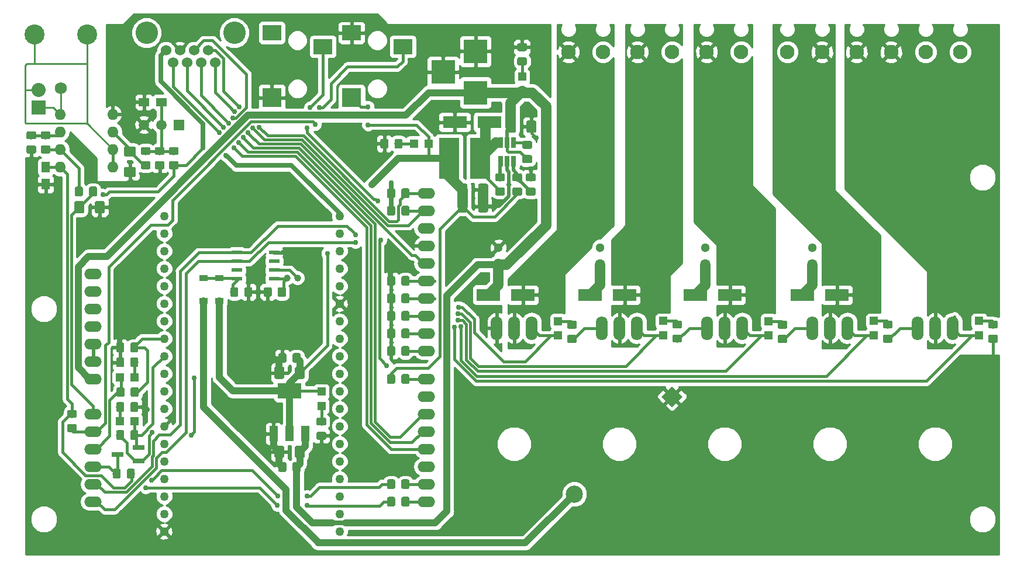
<source format=gbr>
G04 #@! TF.GenerationSoftware,KiCad,Pcbnew,5.0.0-fee4fd1~66~ubuntu16.04.1*
G04 #@! TF.CreationDate,2018-09-28T16:25:47-04:00*
G04 #@! TF.ProjectId,hydroponics_shield_rev4,687964726F706F6E6963735F73686965,rev?*
G04 #@! TF.SameCoordinates,Original*
G04 #@! TF.FileFunction,Copper,L1,Top,Signal*
G04 #@! TF.FilePolarity,Positive*
%FSLAX46Y46*%
G04 Gerber Fmt 4.6, Leading zero omitted, Abs format (unit mm)*
G04 Created by KiCad (PCBNEW 5.0.0-fee4fd1~66~ubuntu16.04.1) date Fri Sep 28 16:25:47 2018*
%MOMM*%
%LPD*%
G01*
G04 APERTURE LIST*
G04 #@! TA.AperFunction,ComponentPad*
%ADD10O,2.540000X1.524000*%
G04 #@! TD*
G04 #@! TA.AperFunction,ComponentPad*
%ADD11C,3.251200*%
G04 #@! TD*
G04 #@! TA.AperFunction,ComponentPad*
%ADD12C,1.524000*%
G04 #@! TD*
G04 #@! TA.AperFunction,ComponentPad*
%ADD13C,1.750000*%
G04 #@! TD*
G04 #@! TA.AperFunction,ComponentPad*
%ADD14C,2.900000*%
G04 #@! TD*
G04 #@! TA.AperFunction,SMDPad,CuDef*
%ADD15R,1.198880X1.198880*%
G04 #@! TD*
G04 #@! TA.AperFunction,ComponentPad*
%ADD16C,1.520000*%
G04 #@! TD*
G04 #@! TA.AperFunction,ComponentPad*
%ADD17R,1.520000X1.520000*%
G04 #@! TD*
G04 #@! TA.AperFunction,SMDPad,CuDef*
%ADD18R,1.500000X1.250000*%
G04 #@! TD*
G04 #@! TA.AperFunction,ComponentPad*
%ADD19O,1.600000X1.600000*%
G04 #@! TD*
G04 #@! TA.AperFunction,ComponentPad*
%ADD20R,3.500120X3.500120*%
G04 #@! TD*
G04 #@! TA.AperFunction,ComponentPad*
%ADD21C,2.100000*%
G04 #@! TD*
G04 #@! TA.AperFunction,ComponentPad*
%ADD22C,1.300000*%
G04 #@! TD*
G04 #@! TA.AperFunction,ComponentPad*
%ADD23R,1.300000X1.300000*%
G04 #@! TD*
G04 #@! TA.AperFunction,ComponentPad*
%ADD24O,1.699260X3.500120*%
G04 #@! TD*
G04 #@! TA.AperFunction,SMDPad,CuDef*
%ADD25R,1.200000X2.200000*%
G04 #@! TD*
G04 #@! TA.AperFunction,SMDPad,CuDef*
%ADD26R,3.500000X2.200000*%
G04 #@! TD*
G04 #@! TA.AperFunction,ComponentPad*
%ADD27C,1.000760*%
G04 #@! TD*
G04 #@! TA.AperFunction,SMDPad,CuDef*
%ADD28R,1.250000X1.500000*%
G04 #@! TD*
G04 #@! TA.AperFunction,SMDPad,CuDef*
%ADD29R,1.800860X0.800100*%
G04 #@! TD*
G04 #@! TA.AperFunction,SMDPad,CuDef*
%ADD30R,3.500120X1.800860*%
G04 #@! TD*
G04 #@! TA.AperFunction,ComponentPad*
%ADD31R,2.032000X2.032000*%
G04 #@! TD*
G04 #@! TA.AperFunction,ComponentPad*
%ADD32O,2.032000X2.032000*%
G04 #@! TD*
G04 #@! TA.AperFunction,SMDPad,CuDef*
%ADD33R,1.220000X0.910000*%
G04 #@! TD*
G04 #@! TA.AperFunction,ComponentPad*
%ADD34C,2.170000*%
G04 #@! TD*
G04 #@! TA.AperFunction,Conductor*
%ADD35C,0.100000*%
G04 #@! TD*
G04 #@! TA.AperFunction,ComponentPad*
%ADD36C,2.500000*%
G04 #@! TD*
G04 #@! TA.AperFunction,ComponentPad*
%ADD37C,1.270000*%
G04 #@! TD*
G04 #@! TA.AperFunction,SMDPad,CuDef*
%ADD38C,1.150000*%
G04 #@! TD*
G04 #@! TA.AperFunction,SMDPad,CuDef*
%ADD39R,1.550000X0.600000*%
G04 #@! TD*
G04 #@! TA.AperFunction,SMDPad,CuDef*
%ADD40R,0.650000X1.560000*%
G04 #@! TD*
G04 #@! TA.AperFunction,SMDPad,CuDef*
%ADD41R,3.000000X6.000000*%
G04 #@! TD*
G04 #@! TA.AperFunction,SMDPad,CuDef*
%ADD42R,3.500000X1.800000*%
G04 #@! TD*
G04 #@! TA.AperFunction,SMDPad,CuDef*
%ADD43C,1.425000*%
G04 #@! TD*
G04 #@! TA.AperFunction,SMDPad,CuDef*
%ADD44R,2.800000X2.800000*%
G04 #@! TD*
G04 #@! TA.AperFunction,SMDPad,CuDef*
%ADD45R,2.800000X2.200000*%
G04 #@! TD*
G04 #@! TA.AperFunction,ViaPad*
%ADD46C,0.762000*%
G04 #@! TD*
G04 #@! TA.AperFunction,Conductor*
%ADD47C,0.381000*%
G04 #@! TD*
G04 #@! TA.AperFunction,Conductor*
%ADD48C,1.524000*%
G04 #@! TD*
G04 #@! TA.AperFunction,Conductor*
%ADD49C,0.508000*%
G04 #@! TD*
G04 #@! TA.AperFunction,Conductor*
%ADD50C,1.016000*%
G04 #@! TD*
G04 #@! TA.AperFunction,Conductor*
%ADD51C,0.635000*%
G04 #@! TD*
G04 #@! TA.AperFunction,Conductor*
%ADD52C,0.250000*%
G04 #@! TD*
G04 #@! TA.AperFunction,Conductor*
%ADD53C,0.254000*%
G04 #@! TD*
G04 APERTURE END LIST*
D10*
G04 #@! TO.P,SHIELD1,AD5*
G04 #@! TO.N,SCL*
X31496000Y-119888000D03*
G04 #@! TO.P,SHIELD1,AD4*
G04 #@! TO.N,SDA*
X31496000Y-117348000D03*
G04 #@! TO.P,SHIELD1,AD3*
G04 #@! TO.N,WIFI_DATA_RECEIVE*
X31496000Y-114808000D03*
G04 #@! TO.P,SHIELD1,AD0*
G04 #@! TO.N,PH_VOUT*
X31496000Y-107188000D03*
G04 #@! TO.P,SHIELD1,AD1*
G04 #@! TO.N,TEMP_SENSE_IN*
X31496000Y-109728000D03*
G04 #@! TO.P,SHIELD1,AD2*
G04 #@! TO.N,WIFI_DATA_TRANSMIT*
X31496000Y-112268000D03*
G04 #@! TO.P,SHIELD1,V_IN*
G04 #@! TO.N,+12V*
X31496000Y-102108000D03*
G04 #@! TO.P,SHIELD1,GND2*
G04 #@! TO.N,GND*
X31496000Y-99568000D03*
G04 #@! TO.P,SHIELD1,GND1*
X31496000Y-97028000D03*
G04 #@! TO.P,SHIELD1,3V3*
G04 #@! TO.N,N/C*
X31496000Y-91948000D03*
G04 #@! TO.P,SHIELD1,RST*
X31496000Y-89408000D03*
G04 #@! TO.P,SHIELD1,0*
G04 #@! TO.N,Net-(R1-Pad2)*
X79756000Y-119888000D03*
G04 #@! TO.P,SHIELD1,1*
G04 #@! TO.N,Net-(R2-Pad2)*
X79756000Y-117348000D03*
G04 #@! TO.P,SHIELD1,2*
G04 #@! TO.N,N/C*
X79756000Y-114808000D03*
G04 #@! TO.P,SHIELD1,3*
G04 #@! TO.N,ENCODER_A*
X79756000Y-112268000D03*
G04 #@! TO.P,SHIELD1,4*
G04 #@! TO.N,ENCODER_B*
X79756000Y-109728000D03*
G04 #@! TO.P,SHIELD1,5*
G04 #@! TO.N,ENCODER_SW*
X79756000Y-107188000D03*
G04 #@! TO.P,SHIELD1,6*
G04 #@! TO.N,N/C*
X79756000Y-104648000D03*
G04 #@! TO.P,SHIELD1,7*
G04 #@! TO.N,FLOAT_SWITCH_IN*
X79756000Y-102108000D03*
G04 #@! TO.P,SHIELD1,8*
G04 #@! TO.N,TOPUP_PUMP*
X79756000Y-98044000D03*
G04 #@! TO.P,SHIELD1,9*
G04 #@! TO.N,LED_STRIP_OUT*
X79756000Y-95504000D03*
G04 #@! TO.P,SHIELD1,10*
G04 #@! TO.N,DOSING_PUMP_1*
X79756000Y-92964000D03*
G04 #@! TO.P,SHIELD1,11*
G04 #@! TO.N,DOSING_PUMP_2*
X79756000Y-90424000D03*
G04 #@! TO.P,SHIELD1,12*
G04 #@! TO.N,MAIN_PUMP*
X79756000Y-87884000D03*
G04 #@! TO.P,SHIELD1,13*
G04 #@! TO.N,DISPLAY_RESET*
X79756000Y-85344000D03*
G04 #@! TO.P,SHIELD1,GND3*
G04 #@! TO.N,GND*
X79756000Y-82804000D03*
G04 #@! TO.P,SHIELD1,AREF*
G04 #@! TO.N,N/C*
X79756000Y-80264000D03*
G04 #@! TO.P,SHIELD1,5V*
X31496000Y-94488000D03*
G04 #@! TO.P,SHIELD1,SDA*
G04 #@! TO.N,SDA*
X79756000Y-77724000D03*
G04 #@! TO.P,SHIELD1,SCL*
G04 #@! TO.N,SCL*
X79756000Y-75184000D03*
G04 #@! TO.P,SHIELD1,IORE*
G04 #@! TO.N,N/C*
X31496000Y-86868000D03*
G04 #@! TD*
D11*
G04 #@! TO.P,J3,~*
G04 #@! TO.N,N/C*
X51943000Y-51943000D03*
X39243000Y-51943000D03*
D12*
G04 #@! TO.P,J3,7*
G04 #@! TO.N,SCL*
X48133000Y-54483000D03*
G04 #@! TO.P,J3,5*
G04 #@! TO.N,DISPLAY_RESET*
X46101000Y-54483000D03*
G04 #@! TO.P,J3,3*
G04 #@! TO.N,GND*
X44069000Y-54483000D03*
G04 #@! TO.P,J3,1*
G04 #@! TO.N,+5V*
X42037000Y-54483000D03*
G04 #@! TO.P,J3,8*
G04 #@! TO.N,SDA*
X49149000Y-56261000D03*
G04 #@! TO.P,J3,6*
G04 #@! TO.N,ENCODER_SW*
X47117000Y-56261000D03*
G04 #@! TO.P,J3,4*
G04 #@! TO.N,ENCODER_B*
X45085000Y-56261000D03*
G04 #@! TO.P,J3,2*
G04 #@! TO.N,ENCODER_A*
X43053000Y-56261000D03*
G04 #@! TD*
D13*
G04 #@! TO.P,P9,1*
G04 #@! TO.N,Net-(JP1-Pad1)*
X26822400Y-59946200D03*
D14*
G04 #@! TO.P,P9,2*
G04 #@! TO.N,Vguard*
X30622400Y-52146200D03*
G04 #@! TO.P,P9,3*
X23022400Y-52146200D03*
G04 #@! TD*
D15*
G04 #@! TO.P,D8,2*
G04 #@! TO.N,WIFI_DATA_TRANSMIT*
X35399980Y-101854000D03*
G04 #@! TO.P,D8,1*
G04 #@! TO.N,Net-(D8-Pad1)*
X37498020Y-101854000D03*
G04 #@! TD*
G04 #@! TO.P,D14,2*
G04 #@! TO.N,Net-(D14-Pad2)*
X37498020Y-108204000D03*
G04 #@! TO.P,D14,1*
G04 #@! TO.N,Net-(D14-Pad1)*
X35399980Y-108204000D03*
G04 #@! TD*
D16*
G04 #@! TO.P,REF1,2*
G04 #@! TO.N,Net-(C1-Pad1)*
X41402000Y-65278000D03*
G04 #@! TO.P,REF1,3*
G04 #@! TO.N,GND*
X38862000Y-65278000D03*
D17*
G04 #@! TO.P,REF1,1*
G04 #@! TO.N,N/C*
X43942000Y-65278000D03*
G04 #@! TD*
D18*
G04 #@! TO.P,C1,1*
G04 #@! TO.N,Net-(C1-Pad1)*
X41382000Y-61976000D03*
G04 #@! TO.P,C1,2*
G04 #@! TO.N,GND*
X38882000Y-61976000D03*
G04 #@! TD*
D19*
G04 #@! TO.P,U1,1*
G04 #@! TO.N,Vguard*
X34366200Y-71374000D03*
G04 #@! TO.P,U1,2*
X34366200Y-68834000D03*
G04 #@! TO.P,U1,3*
G04 #@! TO.N,Net-(C18-Pad1)*
X34366200Y-66294000D03*
G04 #@! TO.P,U1,4*
G04 #@! TO.N,GND*
X34366200Y-63754000D03*
G04 #@! TO.P,U1,5*
G04 #@! TO.N,Net-(JP1-Pad1)*
X26746200Y-63754000D03*
G04 #@! TO.P,U1,6*
G04 #@! TO.N,Net-(R12-Pad1)*
X26746200Y-66294000D03*
G04 #@! TO.P,U1,7*
G04 #@! TO.N,Net-(R12-Pad2)*
X26746200Y-68834000D03*
G04 #@! TO.P,U1,8*
G04 #@! TO.N,+5V*
X26746200Y-71374000D03*
G04 #@! TD*
D20*
G04 #@! TO.P,CON1,1*
G04 #@! TO.N,+12V*
X86868000Y-60609480D03*
G04 #@! TO.P,CON1,2*
G04 #@! TO.N,GND*
X86868000Y-54610000D03*
G04 #@! TO.P,CON1,3*
X82169000Y-57609740D03*
G04 #@! TD*
D21*
G04 #@! TO.P,J1,1*
G04 #@! TO.N,+12V*
X157033000Y-54737000D03*
G04 #@! TO.P,J1,2*
X152033000Y-54737000D03*
G04 #@! TO.P,J1,3*
G04 #@! TO.N,/LEDDRV*
X147033000Y-54737000D03*
G04 #@! TO.P,J1,4*
X142033000Y-54737000D03*
G04 #@! TO.P,J1,5*
G04 #@! TO.N,/TPDRV*
X137033000Y-54737000D03*
G04 #@! TO.P,J1,6*
G04 #@! TO.N,+12V*
X132033000Y-54737000D03*
G04 #@! TD*
G04 #@! TO.P,J2,1*
G04 #@! TO.N,+12V*
X125330000Y-54735000D03*
G04 #@! TO.P,J2,2*
G04 #@! TO.N,/D1DRV*
X120330000Y-54735000D03*
G04 #@! TO.P,J2,3*
G04 #@! TO.N,+12V*
X115330000Y-54735000D03*
G04 #@! TO.P,J2,4*
G04 #@! TO.N,/D2DRV*
X110330000Y-54735000D03*
G04 #@! TO.P,J2,5*
G04 #@! TO.N,+12V*
X105330000Y-54735000D03*
G04 #@! TO.P,J2,6*
G04 #@! TO.N,/MPDRV*
X100330000Y-54735000D03*
G04 #@! TD*
D22*
G04 #@! TO.P,C3,2*
G04 #@! TO.N,GND*
X120142000Y-83058000D03*
D23*
G04 #@! TO.P,C3,1*
G04 #@! TO.N,+12V*
X120142000Y-85558000D03*
G04 #@! TD*
D22*
G04 #@! TO.P,C4,2*
G04 #@! TO.N,GND*
X104902000Y-83058000D03*
D23*
G04 #@! TO.P,C4,1*
G04 #@! TO.N,+12V*
X104902000Y-85558000D03*
G04 #@! TD*
D22*
G04 #@! TO.P,C5,2*
G04 #@! TO.N,GND*
X90170000Y-83058000D03*
D23*
G04 #@! TO.P,C5,1*
G04 #@! TO.N,+12V*
X90170000Y-85558000D03*
G04 #@! TD*
D24*
G04 #@! TO.P,Q5,2*
G04 #@! TO.N,/LEDDRV*
X153416000Y-94742000D03*
G04 #@! TO.P,Q5,1*
G04 #@! TO.N,LED_STRIP_OUT*
X155956000Y-94742000D03*
G04 #@! TO.P,Q5,3*
G04 #@! TO.N,GND*
X150876000Y-94742000D03*
G04 #@! TD*
G04 #@! TO.P,Q6,2*
G04 #@! TO.N,/D1DRV*
X122936000Y-94742000D03*
G04 #@! TO.P,Q6,1*
G04 #@! TO.N,DOSING_PUMP_1*
X125476000Y-94742000D03*
G04 #@! TO.P,Q6,3*
G04 #@! TO.N,GND*
X120396000Y-94742000D03*
G04 #@! TD*
G04 #@! TO.P,Q7,2*
G04 #@! TO.N,/D2DRV*
X107696000Y-94742000D03*
G04 #@! TO.P,Q7,1*
G04 #@! TO.N,DOSING_PUMP_2*
X110236000Y-94742000D03*
G04 #@! TO.P,Q7,3*
G04 #@! TO.N,GND*
X105156000Y-94742000D03*
G04 #@! TD*
G04 #@! TO.P,Q8,2*
G04 #@! TO.N,/MPDRV*
X92456000Y-94742000D03*
G04 #@! TO.P,Q8,1*
G04 #@! TO.N,MAIN_PUMP*
X94996000Y-94742000D03*
G04 #@! TO.P,Q8,3*
G04 #@! TO.N,GND*
X89916000Y-94742000D03*
G04 #@! TD*
D22*
G04 #@! TO.P,C6,2*
G04 #@! TO.N,GND*
X135636000Y-83058000D03*
D23*
G04 #@! TO.P,C6,1*
G04 #@! TO.N,+12V*
X135636000Y-85558000D03*
G04 #@! TD*
D24*
G04 #@! TO.P,Q9,2*
G04 #@! TO.N,/TPDRV*
X138176000Y-94742000D03*
G04 #@! TO.P,Q9,1*
G04 #@! TO.N,TOPUP_PUMP*
X140716000Y-94742000D03*
G04 #@! TO.P,Q9,3*
G04 #@! TO.N,GND*
X135636000Y-94742000D03*
G04 #@! TD*
D15*
G04 #@! TO.P,D9,2*
G04 #@! TO.N,+12V*
X93608390Y-60412898D03*
G04 #@! TO.P,D9,1*
G04 #@! TO.N,Net-(D9-Pad1)*
X93608390Y-58314858D03*
G04 #@! TD*
G04 #@! TO.P,D11,2*
G04 #@! TO.N,+5V*
X80059798Y-68011810D03*
G04 #@! TO.P,D11,1*
G04 #@! TO.N,Net-(D11-Pad1)*
X77961758Y-68011810D03*
G04 #@! TD*
G04 #@! TO.P,D13,2*
G04 #@! TO.N,+3V3*
X64557410Y-103937802D03*
G04 #@! TO.P,D13,1*
G04 #@! TO.N,Net-(D13-Pad1)*
X64557410Y-106035842D03*
G04 #@! TD*
G04 #@! TO.P,D17,2*
G04 #@! TO.N,LED_STRIP_OUT*
X159766000Y-95791020D03*
G04 #@! TO.P,D17,1*
G04 #@! TO.N,Net-(D17-Pad1)*
X159766000Y-93692980D03*
G04 #@! TD*
G04 #@! TO.P,D18,2*
G04 #@! TO.N,DOSING_PUMP_1*
X129286000Y-95824040D03*
G04 #@! TO.P,D18,1*
G04 #@! TO.N,Net-(D18-Pad1)*
X129286000Y-93726000D03*
G04 #@! TD*
G04 #@! TO.P,D19,2*
G04 #@! TO.N,DOSING_PUMP_2*
X114046000Y-95791020D03*
G04 #@! TO.P,D19,1*
G04 #@! TO.N,Net-(D19-Pad1)*
X114046000Y-93692980D03*
G04 #@! TD*
G04 #@! TO.P,D20,2*
G04 #@! TO.N,MAIN_PUMP*
X98806000Y-95824040D03*
G04 #@! TO.P,D20,1*
G04 #@! TO.N,Net-(D20-Pad1)*
X98806000Y-93726000D03*
G04 #@! TD*
G04 #@! TO.P,D21,2*
G04 #@! TO.N,TOPUP_PUMP*
X144526000Y-95791020D03*
G04 #@! TO.P,D21,1*
G04 #@! TO.N,Net-(D21-Pad1)*
X144526000Y-93692980D03*
G04 #@! TD*
D25*
G04 #@! TO.P,U3,3*
G04 #@! TO.N,+12V*
X62244000Y-110034000D03*
G04 #@! TO.P,U3,2*
G04 #@! TO.N,+3V3*
X59944000Y-110034000D03*
G04 #@! TO.P,U3,1*
G04 #@! TO.N,GND*
X57644000Y-110034000D03*
D26*
G04 #@! TO.P,U3,4*
G04 #@! TO.N,+3V3*
X59944000Y-103834000D03*
G04 #@! TD*
D27*
G04 #@! TO.P,Y1,1*
G04 #@! TO.N,Net-(C7-Pad1)*
X59588400Y-87477600D03*
G04 #@! TO.P,Y1,2*
G04 #@! TO.N,Net-(U2-Pad2)*
X61087000Y-87477600D03*
G04 #@! TD*
D28*
G04 #@! TO.P,C2,1*
G04 #@! TO.N,+5V*
X24638000Y-71394000D03*
G04 #@! TO.P,C2,2*
G04 #@! TO.N,GND*
X24638000Y-73894000D03*
G04 #@! TD*
D29*
G04 #@! TO.P,Q1,1*
G04 #@! TO.N,+3V3*
X38077140Y-113980000D03*
G04 #@! TO.P,Q1,2*
G04 #@! TO.N,Net-(D14-Pad2)*
X38077140Y-112080000D03*
G04 #@! TO.P,Q1,3*
G04 #@! TO.N,WIFI_DATA_RECEIVE*
X35074860Y-113030000D03*
G04 #@! TD*
D30*
G04 #@! TO.P,D5,1*
G04 #@! TO.N,+12V*
X134193280Y-89916000D03*
G04 #@! TO.P,D5,2*
G04 #@! TO.N,/TPDRV*
X139192000Y-89916000D03*
G04 #@! TD*
G04 #@! TO.P,D2,1*
G04 #@! TO.N,+12V*
X118699280Y-89916000D03*
G04 #@! TO.P,D2,2*
G04 #@! TO.N,/D1DRV*
X123698000Y-89916000D03*
G04 #@! TD*
G04 #@! TO.P,D3,1*
G04 #@! TO.N,+12V*
X103459280Y-89916000D03*
G04 #@! TO.P,D3,2*
G04 #@! TO.N,/D2DRV*
X108458000Y-89916000D03*
G04 #@! TD*
G04 #@! TO.P,D4,1*
G04 #@! TO.N,+12V*
X88727280Y-89916000D03*
G04 #@! TO.P,D4,2*
G04 #@! TO.N,/MPDRV*
X93726000Y-89916000D03*
G04 #@! TD*
D31*
G04 #@! TO.P,JP1,1*
G04 #@! TO.N,Net-(JP1-Pad1)*
X23622000Y-62738000D03*
D32*
G04 #@! TO.P,JP1,2*
G04 #@! TO.N,Vguard*
X23622000Y-60198000D03*
G04 #@! TD*
D33*
G04 #@! TO.P,D1,1*
G04 #@! TO.N,Net-(C8-Pad2)*
X49784000Y-87519000D03*
G04 #@! TO.P,D1,2*
G04 #@! TO.N,+3V3*
X49784000Y-90789000D03*
G04 #@! TD*
G04 #@! TO.P,D6,1*
G04 #@! TO.N,Net-(C8-Pad2)*
X47498000Y-87519000D03*
G04 #@! TO.P,D6,2*
G04 #@! TO.N,BATT_BACKUP*
X47498000Y-90789000D03*
G04 #@! TD*
D34*
G04 #@! TO.P,BAT1,1*
G04 #@! TO.N,GND*
X115316000Y-104648000D03*
D35*
G04 #@! TD*
G04 #@! TO.N,GND*
G04 #@! TO.C,BAT1*
G36*
X115316000Y-103113578D02*
X116850422Y-104648000D01*
X115316000Y-106182422D01*
X113781578Y-104648000D01*
X115316000Y-103113578D01*
X115316000Y-103113578D01*
G37*
D36*
G04 #@! TO.P,BAT1,2*
G04 #@! TO.N,BATT_BACKUP*
X101173864Y-118790136D03*
G04 #@! TD*
D37*
G04 #@! TO.P,U5,3v3*
G04 #@! TO.N,N/C*
X67183000Y-124206000D03*
G04 #@! TO.P,U5,EN*
X67183000Y-121666000D03*
G04 #@! TO.P,U5,VP*
X67183000Y-119126000D03*
G04 #@! TO.P,U5,VN*
X67183000Y-116586000D03*
G04 #@! TO.P,U5,34*
X67183000Y-114046000D03*
G04 #@! TO.P,U5,35*
X67183000Y-111506000D03*
G04 #@! TO.P,U5,32*
X67183000Y-108966000D03*
G04 #@! TO.P,U5,33*
X67183000Y-106426000D03*
G04 #@! TO.P,U5,25*
X67183000Y-103886000D03*
G04 #@! TO.P,U5,26*
X67183000Y-101346000D03*
G04 #@! TO.P,U5,27*
X67183000Y-98806000D03*
G04 #@! TO.P,U5,14*
X67183000Y-96266000D03*
G04 #@! TO.P,U5,12*
X67183000Y-93726000D03*
G04 #@! TO.P,U5,GND1*
G04 #@! TO.N,GND*
X67183000Y-91186000D03*
G04 #@! TO.P,U5,13*
G04 #@! TO.N,N/C*
X67183000Y-88646000D03*
G04 #@! TO.P,U5,D2*
X67183000Y-86106000D03*
G04 #@! TO.P,U5,CMD*
X67183000Y-81026000D03*
G04 #@! TO.P,U5,D3*
X67183000Y-83566000D03*
G04 #@! TO.P,U5,5V*
G04 #@! TO.N,+5V*
X67183000Y-78486000D03*
G04 #@! TO.P,U5,18*
G04 #@! TO.N,N/C*
X41783000Y-103886000D03*
G04 #@! TO.P,U5,17*
G04 #@! TO.N,Net-(D14-Pad2)*
X41783000Y-98806000D03*
G04 #@! TO.P,U5,19*
G04 #@! TO.N,N/C*
X41783000Y-106426000D03*
G04 #@! TO.P,U5,4*
X41783000Y-93726000D03*
G04 #@! TO.P,U5,5*
X41783000Y-101346000D03*
G04 #@! TO.P,U5,16*
G04 #@! TO.N,Net-(R10-Pad2)*
X41783000Y-96266000D03*
G04 #@! TO.P,U5,2*
G04 #@! TO.N,N/C*
X41783000Y-88646000D03*
G04 #@! TO.P,U5,D0*
X41783000Y-81026000D03*
G04 #@! TO.P,U5,0*
X41783000Y-91186000D03*
G04 #@! TO.P,U5,15*
X41783000Y-86106000D03*
G04 #@! TO.P,U5,CLK*
X41783000Y-78486000D03*
G04 #@! TO.P,U5,D1*
X41783000Y-83566000D03*
G04 #@! TO.P,U5,TX*
X41783000Y-116586000D03*
G04 #@! TO.P,U5,RX*
X41783000Y-114046000D03*
G04 #@! TO.P,U5,22*
X41783000Y-119126000D03*
G04 #@! TO.P,U5,23*
X41783000Y-121666000D03*
G04 #@! TO.P,U5,GND3*
G04 #@! TO.N,GND*
X41783000Y-124206000D03*
G04 #@! TO.P,U5,GND2*
X41783000Y-108966000D03*
G04 #@! TO.P,U5,21*
G04 #@! TO.N,N/C*
X41783000Y-111506000D03*
G04 #@! TD*
D35*
G04 #@! TO.N,Net-(R1-Pad2)*
G04 #@! TO.C,R1*
G36*
X77066505Y-119189204D02*
X77090773Y-119192804D01*
X77114572Y-119198765D01*
X77137671Y-119207030D01*
X77159850Y-119217520D01*
X77180893Y-119230132D01*
X77200599Y-119244747D01*
X77218777Y-119261223D01*
X77235253Y-119279401D01*
X77249868Y-119299107D01*
X77262480Y-119320150D01*
X77272970Y-119342329D01*
X77281235Y-119365428D01*
X77287196Y-119389227D01*
X77290796Y-119413495D01*
X77292000Y-119437999D01*
X77292000Y-120338001D01*
X77290796Y-120362505D01*
X77287196Y-120386773D01*
X77281235Y-120410572D01*
X77272970Y-120433671D01*
X77262480Y-120455850D01*
X77249868Y-120476893D01*
X77235253Y-120496599D01*
X77218777Y-120514777D01*
X77200599Y-120531253D01*
X77180893Y-120545868D01*
X77159850Y-120558480D01*
X77137671Y-120568970D01*
X77114572Y-120577235D01*
X77090773Y-120583196D01*
X77066505Y-120586796D01*
X77042001Y-120588000D01*
X76391999Y-120588000D01*
X76367495Y-120586796D01*
X76343227Y-120583196D01*
X76319428Y-120577235D01*
X76296329Y-120568970D01*
X76274150Y-120558480D01*
X76253107Y-120545868D01*
X76233401Y-120531253D01*
X76215223Y-120514777D01*
X76198747Y-120496599D01*
X76184132Y-120476893D01*
X76171520Y-120455850D01*
X76161030Y-120433671D01*
X76152765Y-120410572D01*
X76146804Y-120386773D01*
X76143204Y-120362505D01*
X76142000Y-120338001D01*
X76142000Y-119437999D01*
X76143204Y-119413495D01*
X76146804Y-119389227D01*
X76152765Y-119365428D01*
X76161030Y-119342329D01*
X76171520Y-119320150D01*
X76184132Y-119299107D01*
X76198747Y-119279401D01*
X76215223Y-119261223D01*
X76233401Y-119244747D01*
X76253107Y-119230132D01*
X76274150Y-119217520D01*
X76296329Y-119207030D01*
X76319428Y-119198765D01*
X76343227Y-119192804D01*
X76367495Y-119189204D01*
X76391999Y-119188000D01*
X77042001Y-119188000D01*
X77066505Y-119189204D01*
X77066505Y-119189204D01*
G37*
D38*
G04 #@! TD*
G04 #@! TO.P,R1,2*
G04 #@! TO.N,Net-(R1-Pad2)*
X76717000Y-119888000D03*
D35*
G04 #@! TO.N,WIFI_DATA_RECEIVE*
G04 #@! TO.C,R1*
G36*
X75016505Y-119189204D02*
X75040773Y-119192804D01*
X75064572Y-119198765D01*
X75087671Y-119207030D01*
X75109850Y-119217520D01*
X75130893Y-119230132D01*
X75150599Y-119244747D01*
X75168777Y-119261223D01*
X75185253Y-119279401D01*
X75199868Y-119299107D01*
X75212480Y-119320150D01*
X75222970Y-119342329D01*
X75231235Y-119365428D01*
X75237196Y-119389227D01*
X75240796Y-119413495D01*
X75242000Y-119437999D01*
X75242000Y-120338001D01*
X75240796Y-120362505D01*
X75237196Y-120386773D01*
X75231235Y-120410572D01*
X75222970Y-120433671D01*
X75212480Y-120455850D01*
X75199868Y-120476893D01*
X75185253Y-120496599D01*
X75168777Y-120514777D01*
X75150599Y-120531253D01*
X75130893Y-120545868D01*
X75109850Y-120558480D01*
X75087671Y-120568970D01*
X75064572Y-120577235D01*
X75040773Y-120583196D01*
X75016505Y-120586796D01*
X74992001Y-120588000D01*
X74341999Y-120588000D01*
X74317495Y-120586796D01*
X74293227Y-120583196D01*
X74269428Y-120577235D01*
X74246329Y-120568970D01*
X74224150Y-120558480D01*
X74203107Y-120545868D01*
X74183401Y-120531253D01*
X74165223Y-120514777D01*
X74148747Y-120496599D01*
X74134132Y-120476893D01*
X74121520Y-120455850D01*
X74111030Y-120433671D01*
X74102765Y-120410572D01*
X74096804Y-120386773D01*
X74093204Y-120362505D01*
X74092000Y-120338001D01*
X74092000Y-119437999D01*
X74093204Y-119413495D01*
X74096804Y-119389227D01*
X74102765Y-119365428D01*
X74111030Y-119342329D01*
X74121520Y-119320150D01*
X74134132Y-119299107D01*
X74148747Y-119279401D01*
X74165223Y-119261223D01*
X74183401Y-119244747D01*
X74203107Y-119230132D01*
X74224150Y-119217520D01*
X74246329Y-119207030D01*
X74269428Y-119198765D01*
X74293227Y-119192804D01*
X74317495Y-119189204D01*
X74341999Y-119188000D01*
X74992001Y-119188000D01*
X75016505Y-119189204D01*
X75016505Y-119189204D01*
G37*
D38*
G04 #@! TD*
G04 #@! TO.P,R1,1*
G04 #@! TO.N,WIFI_DATA_RECEIVE*
X74667000Y-119888000D03*
D35*
G04 #@! TO.N,WIFI_DATA_TRANSMIT*
G04 #@! TO.C,R2*
G36*
X75007505Y-116649204D02*
X75031773Y-116652804D01*
X75055572Y-116658765D01*
X75078671Y-116667030D01*
X75100850Y-116677520D01*
X75121893Y-116690132D01*
X75141599Y-116704747D01*
X75159777Y-116721223D01*
X75176253Y-116739401D01*
X75190868Y-116759107D01*
X75203480Y-116780150D01*
X75213970Y-116802329D01*
X75222235Y-116825428D01*
X75228196Y-116849227D01*
X75231796Y-116873495D01*
X75233000Y-116897999D01*
X75233000Y-117798001D01*
X75231796Y-117822505D01*
X75228196Y-117846773D01*
X75222235Y-117870572D01*
X75213970Y-117893671D01*
X75203480Y-117915850D01*
X75190868Y-117936893D01*
X75176253Y-117956599D01*
X75159777Y-117974777D01*
X75141599Y-117991253D01*
X75121893Y-118005868D01*
X75100850Y-118018480D01*
X75078671Y-118028970D01*
X75055572Y-118037235D01*
X75031773Y-118043196D01*
X75007505Y-118046796D01*
X74983001Y-118048000D01*
X74332999Y-118048000D01*
X74308495Y-118046796D01*
X74284227Y-118043196D01*
X74260428Y-118037235D01*
X74237329Y-118028970D01*
X74215150Y-118018480D01*
X74194107Y-118005868D01*
X74174401Y-117991253D01*
X74156223Y-117974777D01*
X74139747Y-117956599D01*
X74125132Y-117936893D01*
X74112520Y-117915850D01*
X74102030Y-117893671D01*
X74093765Y-117870572D01*
X74087804Y-117846773D01*
X74084204Y-117822505D01*
X74083000Y-117798001D01*
X74083000Y-116897999D01*
X74084204Y-116873495D01*
X74087804Y-116849227D01*
X74093765Y-116825428D01*
X74102030Y-116802329D01*
X74112520Y-116780150D01*
X74125132Y-116759107D01*
X74139747Y-116739401D01*
X74156223Y-116721223D01*
X74174401Y-116704747D01*
X74194107Y-116690132D01*
X74215150Y-116677520D01*
X74237329Y-116667030D01*
X74260428Y-116658765D01*
X74284227Y-116652804D01*
X74308495Y-116649204D01*
X74332999Y-116648000D01*
X74983001Y-116648000D01*
X75007505Y-116649204D01*
X75007505Y-116649204D01*
G37*
D38*
G04 #@! TD*
G04 #@! TO.P,R2,1*
G04 #@! TO.N,WIFI_DATA_TRANSMIT*
X74658000Y-117348000D03*
D35*
G04 #@! TO.N,Net-(R2-Pad2)*
G04 #@! TO.C,R2*
G36*
X77057505Y-116649204D02*
X77081773Y-116652804D01*
X77105572Y-116658765D01*
X77128671Y-116667030D01*
X77150850Y-116677520D01*
X77171893Y-116690132D01*
X77191599Y-116704747D01*
X77209777Y-116721223D01*
X77226253Y-116739401D01*
X77240868Y-116759107D01*
X77253480Y-116780150D01*
X77263970Y-116802329D01*
X77272235Y-116825428D01*
X77278196Y-116849227D01*
X77281796Y-116873495D01*
X77283000Y-116897999D01*
X77283000Y-117798001D01*
X77281796Y-117822505D01*
X77278196Y-117846773D01*
X77272235Y-117870572D01*
X77263970Y-117893671D01*
X77253480Y-117915850D01*
X77240868Y-117936893D01*
X77226253Y-117956599D01*
X77209777Y-117974777D01*
X77191599Y-117991253D01*
X77171893Y-118005868D01*
X77150850Y-118018480D01*
X77128671Y-118028970D01*
X77105572Y-118037235D01*
X77081773Y-118043196D01*
X77057505Y-118046796D01*
X77033001Y-118048000D01*
X76382999Y-118048000D01*
X76358495Y-118046796D01*
X76334227Y-118043196D01*
X76310428Y-118037235D01*
X76287329Y-118028970D01*
X76265150Y-118018480D01*
X76244107Y-118005868D01*
X76224401Y-117991253D01*
X76206223Y-117974777D01*
X76189747Y-117956599D01*
X76175132Y-117936893D01*
X76162520Y-117915850D01*
X76152030Y-117893671D01*
X76143765Y-117870572D01*
X76137804Y-117846773D01*
X76134204Y-117822505D01*
X76133000Y-117798001D01*
X76133000Y-116897999D01*
X76134204Y-116873495D01*
X76137804Y-116849227D01*
X76143765Y-116825428D01*
X76152030Y-116802329D01*
X76162520Y-116780150D01*
X76175132Y-116759107D01*
X76189747Y-116739401D01*
X76206223Y-116721223D01*
X76224401Y-116704747D01*
X76244107Y-116690132D01*
X76265150Y-116677520D01*
X76287329Y-116667030D01*
X76310428Y-116658765D01*
X76334227Y-116652804D01*
X76358495Y-116649204D01*
X76382999Y-116648000D01*
X77033001Y-116648000D01*
X77057505Y-116649204D01*
X77057505Y-116649204D01*
G37*
D38*
G04 #@! TD*
G04 #@! TO.P,R2,2*
G04 #@! TO.N,Net-(R2-Pad2)*
X76708000Y-117348000D03*
D39*
G04 #@! TO.P,U2,1*
G04 #@! TO.N,Net-(C7-Pad1)*
X57716400Y-87604600D03*
G04 #@! TO.P,U2,2*
G04 #@! TO.N,Net-(U2-Pad2)*
X57716400Y-86334600D03*
G04 #@! TO.P,U2,3*
G04 #@! TO.N,N/C*
X57716400Y-85064600D03*
G04 #@! TO.P,U2,4*
G04 #@! TO.N,GND*
X57716400Y-83794600D03*
G04 #@! TO.P,U2,5*
G04 #@! TO.N,SDA*
X52316400Y-83794600D03*
G04 #@! TO.P,U2,6*
G04 #@! TO.N,SCL*
X52316400Y-85064600D03*
G04 #@! TO.P,U2,7*
G04 #@! TO.N,N/C*
X52316400Y-86334600D03*
G04 #@! TO.P,U2,8*
G04 #@! TO.N,Net-(C8-Pad2)*
X52316400Y-87604600D03*
G04 #@! TD*
D40*
G04 #@! TO.P,U4,1*
G04 #@! TO.N,Net-(C13-Pad1)*
X90490000Y-70565000D03*
G04 #@! TO.P,U4,2*
G04 #@! TO.N,GND*
X91440000Y-70565000D03*
G04 #@! TO.P,U4,3*
G04 #@! TO.N,Net-(R19-Pad1)*
X92390000Y-70565000D03*
G04 #@! TO.P,U4,4*
G04 #@! TO.N,Net-(R3-Pad1)*
X92390000Y-67865000D03*
G04 #@! TO.P,U4,6*
G04 #@! TO.N,Net-(C13-Pad2)*
X90490000Y-67865000D03*
G04 #@! TO.P,U4,5*
G04 #@! TO.N,+12V*
X91440000Y-67865000D03*
G04 #@! TD*
D41*
G04 #@! TO.P,L1,1*
G04 #@! TO.N,+5V*
X83058000Y-70104000D03*
G04 #@! TO.P,L1,2*
G04 #@! TO.N,Net-(C13-Pad2)*
X87558000Y-70104000D03*
G04 #@! TD*
D42*
G04 #@! TO.P,D7,1*
G04 #@! TO.N,Net-(C13-Pad2)*
X88860000Y-64897000D03*
G04 #@! TO.P,D7,2*
G04 #@! TO.N,GND*
X83860000Y-64897000D03*
G04 #@! TD*
D35*
G04 #@! TO.N,+12V*
G04 #@! TO.C,C9*
G36*
X92471504Y-64658204D02*
X92495773Y-64661804D01*
X92519571Y-64667765D01*
X92542671Y-64676030D01*
X92564849Y-64686520D01*
X92585893Y-64699133D01*
X92605598Y-64713747D01*
X92623777Y-64730223D01*
X92640253Y-64748402D01*
X92654867Y-64768107D01*
X92667480Y-64789151D01*
X92677970Y-64811329D01*
X92686235Y-64834429D01*
X92692196Y-64858227D01*
X92695796Y-64882496D01*
X92697000Y-64907000D01*
X92697000Y-66157000D01*
X92695796Y-66181504D01*
X92692196Y-66205773D01*
X92686235Y-66229571D01*
X92677970Y-66252671D01*
X92667480Y-66274849D01*
X92654867Y-66295893D01*
X92640253Y-66315598D01*
X92623777Y-66333777D01*
X92605598Y-66350253D01*
X92585893Y-66364867D01*
X92564849Y-66377480D01*
X92542671Y-66387970D01*
X92519571Y-66396235D01*
X92495773Y-66402196D01*
X92471504Y-66405796D01*
X92447000Y-66407000D01*
X91522000Y-66407000D01*
X91497496Y-66405796D01*
X91473227Y-66402196D01*
X91449429Y-66396235D01*
X91426329Y-66387970D01*
X91404151Y-66377480D01*
X91383107Y-66364867D01*
X91363402Y-66350253D01*
X91345223Y-66333777D01*
X91328747Y-66315598D01*
X91314133Y-66295893D01*
X91301520Y-66274849D01*
X91291030Y-66252671D01*
X91282765Y-66229571D01*
X91276804Y-66205773D01*
X91273204Y-66181504D01*
X91272000Y-66157000D01*
X91272000Y-64907000D01*
X91273204Y-64882496D01*
X91276804Y-64858227D01*
X91282765Y-64834429D01*
X91291030Y-64811329D01*
X91301520Y-64789151D01*
X91314133Y-64768107D01*
X91328747Y-64748402D01*
X91345223Y-64730223D01*
X91363402Y-64713747D01*
X91383107Y-64699133D01*
X91404151Y-64686520D01*
X91426329Y-64676030D01*
X91449429Y-64667765D01*
X91473227Y-64661804D01*
X91497496Y-64658204D01*
X91522000Y-64657000D01*
X92447000Y-64657000D01*
X92471504Y-64658204D01*
X92471504Y-64658204D01*
G37*
D43*
G04 #@! TD*
G04 #@! TO.P,C9,1*
G04 #@! TO.N,+12V*
X91984500Y-65532000D03*
D35*
G04 #@! TO.N,GND*
G04 #@! TO.C,C9*
G36*
X95446504Y-64658204D02*
X95470773Y-64661804D01*
X95494571Y-64667765D01*
X95517671Y-64676030D01*
X95539849Y-64686520D01*
X95560893Y-64699133D01*
X95580598Y-64713747D01*
X95598777Y-64730223D01*
X95615253Y-64748402D01*
X95629867Y-64768107D01*
X95642480Y-64789151D01*
X95652970Y-64811329D01*
X95661235Y-64834429D01*
X95667196Y-64858227D01*
X95670796Y-64882496D01*
X95672000Y-64907000D01*
X95672000Y-66157000D01*
X95670796Y-66181504D01*
X95667196Y-66205773D01*
X95661235Y-66229571D01*
X95652970Y-66252671D01*
X95642480Y-66274849D01*
X95629867Y-66295893D01*
X95615253Y-66315598D01*
X95598777Y-66333777D01*
X95580598Y-66350253D01*
X95560893Y-66364867D01*
X95539849Y-66377480D01*
X95517671Y-66387970D01*
X95494571Y-66396235D01*
X95470773Y-66402196D01*
X95446504Y-66405796D01*
X95422000Y-66407000D01*
X94497000Y-66407000D01*
X94472496Y-66405796D01*
X94448227Y-66402196D01*
X94424429Y-66396235D01*
X94401329Y-66387970D01*
X94379151Y-66377480D01*
X94358107Y-66364867D01*
X94338402Y-66350253D01*
X94320223Y-66333777D01*
X94303747Y-66315598D01*
X94289133Y-66295893D01*
X94276520Y-66274849D01*
X94266030Y-66252671D01*
X94257765Y-66229571D01*
X94251804Y-66205773D01*
X94248204Y-66181504D01*
X94247000Y-66157000D01*
X94247000Y-64907000D01*
X94248204Y-64882496D01*
X94251804Y-64858227D01*
X94257765Y-64834429D01*
X94266030Y-64811329D01*
X94276520Y-64789151D01*
X94289133Y-64768107D01*
X94303747Y-64748402D01*
X94320223Y-64730223D01*
X94338402Y-64713747D01*
X94358107Y-64699133D01*
X94379151Y-64686520D01*
X94401329Y-64676030D01*
X94424429Y-64667765D01*
X94448227Y-64661804D01*
X94472496Y-64658204D01*
X94497000Y-64657000D01*
X95422000Y-64657000D01*
X95446504Y-64658204D01*
X95446504Y-64658204D01*
G37*
D43*
G04 #@! TD*
G04 #@! TO.P,C9,2*
G04 #@! TO.N,GND*
X94959500Y-65532000D03*
D35*
G04 #@! TO.N,+12V*
G04 #@! TO.C,R3*
G36*
X94835505Y-69666204D02*
X94859773Y-69669804D01*
X94883572Y-69675765D01*
X94906671Y-69684030D01*
X94928850Y-69694520D01*
X94949893Y-69707132D01*
X94969599Y-69721747D01*
X94987777Y-69738223D01*
X95004253Y-69756401D01*
X95018868Y-69776107D01*
X95031480Y-69797150D01*
X95041970Y-69819329D01*
X95050235Y-69842428D01*
X95056196Y-69866227D01*
X95059796Y-69890495D01*
X95061000Y-69914999D01*
X95061000Y-70565001D01*
X95059796Y-70589505D01*
X95056196Y-70613773D01*
X95050235Y-70637572D01*
X95041970Y-70660671D01*
X95031480Y-70682850D01*
X95018868Y-70703893D01*
X95004253Y-70723599D01*
X94987777Y-70741777D01*
X94969599Y-70758253D01*
X94949893Y-70772868D01*
X94928850Y-70785480D01*
X94906671Y-70795970D01*
X94883572Y-70804235D01*
X94859773Y-70810196D01*
X94835505Y-70813796D01*
X94811001Y-70815000D01*
X93910999Y-70815000D01*
X93886495Y-70813796D01*
X93862227Y-70810196D01*
X93838428Y-70804235D01*
X93815329Y-70795970D01*
X93793150Y-70785480D01*
X93772107Y-70772868D01*
X93752401Y-70758253D01*
X93734223Y-70741777D01*
X93717747Y-70723599D01*
X93703132Y-70703893D01*
X93690520Y-70682850D01*
X93680030Y-70660671D01*
X93671765Y-70637572D01*
X93665804Y-70613773D01*
X93662204Y-70589505D01*
X93661000Y-70565001D01*
X93661000Y-69914999D01*
X93662204Y-69890495D01*
X93665804Y-69866227D01*
X93671765Y-69842428D01*
X93680030Y-69819329D01*
X93690520Y-69797150D01*
X93703132Y-69776107D01*
X93717747Y-69756401D01*
X93734223Y-69738223D01*
X93752401Y-69721747D01*
X93772107Y-69707132D01*
X93793150Y-69694520D01*
X93815329Y-69684030D01*
X93838428Y-69675765D01*
X93862227Y-69669804D01*
X93886495Y-69666204D01*
X93910999Y-69665000D01*
X94811001Y-69665000D01*
X94835505Y-69666204D01*
X94835505Y-69666204D01*
G37*
D38*
G04 #@! TD*
G04 #@! TO.P,R3,2*
G04 #@! TO.N,+12V*
X94361000Y-70240000D03*
D35*
G04 #@! TO.N,Net-(R3-Pad1)*
G04 #@! TO.C,R3*
G36*
X94835505Y-67616204D02*
X94859773Y-67619804D01*
X94883572Y-67625765D01*
X94906671Y-67634030D01*
X94928850Y-67644520D01*
X94949893Y-67657132D01*
X94969599Y-67671747D01*
X94987777Y-67688223D01*
X95004253Y-67706401D01*
X95018868Y-67726107D01*
X95031480Y-67747150D01*
X95041970Y-67769329D01*
X95050235Y-67792428D01*
X95056196Y-67816227D01*
X95059796Y-67840495D01*
X95061000Y-67864999D01*
X95061000Y-68515001D01*
X95059796Y-68539505D01*
X95056196Y-68563773D01*
X95050235Y-68587572D01*
X95041970Y-68610671D01*
X95031480Y-68632850D01*
X95018868Y-68653893D01*
X95004253Y-68673599D01*
X94987777Y-68691777D01*
X94969599Y-68708253D01*
X94949893Y-68722868D01*
X94928850Y-68735480D01*
X94906671Y-68745970D01*
X94883572Y-68754235D01*
X94859773Y-68760196D01*
X94835505Y-68763796D01*
X94811001Y-68765000D01*
X93910999Y-68765000D01*
X93886495Y-68763796D01*
X93862227Y-68760196D01*
X93838428Y-68754235D01*
X93815329Y-68745970D01*
X93793150Y-68735480D01*
X93772107Y-68722868D01*
X93752401Y-68708253D01*
X93734223Y-68691777D01*
X93717747Y-68673599D01*
X93703132Y-68653893D01*
X93690520Y-68632850D01*
X93680030Y-68610671D01*
X93671765Y-68587572D01*
X93665804Y-68563773D01*
X93662204Y-68539505D01*
X93661000Y-68515001D01*
X93661000Y-67864999D01*
X93662204Y-67840495D01*
X93665804Y-67816227D01*
X93671765Y-67792428D01*
X93680030Y-67769329D01*
X93690520Y-67747150D01*
X93703132Y-67726107D01*
X93717747Y-67706401D01*
X93734223Y-67688223D01*
X93752401Y-67671747D01*
X93772107Y-67657132D01*
X93793150Y-67644520D01*
X93815329Y-67634030D01*
X93838428Y-67625765D01*
X93862227Y-67619804D01*
X93886495Y-67616204D01*
X93910999Y-67615000D01*
X94811001Y-67615000D01*
X94835505Y-67616204D01*
X94835505Y-67616204D01*
G37*
D38*
G04 #@! TD*
G04 #@! TO.P,R3,1*
G04 #@! TO.N,Net-(R3-Pad1)*
X94361000Y-68190000D03*
D35*
G04 #@! TO.N,Net-(R19-Pad1)*
G04 #@! TO.C,R19*
G36*
X93387705Y-72315204D02*
X93411973Y-72318804D01*
X93435772Y-72324765D01*
X93458871Y-72333030D01*
X93481050Y-72343520D01*
X93502093Y-72356132D01*
X93521799Y-72370747D01*
X93539977Y-72387223D01*
X93556453Y-72405401D01*
X93571068Y-72425107D01*
X93583680Y-72446150D01*
X93594170Y-72468329D01*
X93602435Y-72491428D01*
X93608396Y-72515227D01*
X93611996Y-72539495D01*
X93613200Y-72563999D01*
X93613200Y-73214001D01*
X93611996Y-73238505D01*
X93608396Y-73262773D01*
X93602435Y-73286572D01*
X93594170Y-73309671D01*
X93583680Y-73331850D01*
X93571068Y-73352893D01*
X93556453Y-73372599D01*
X93539977Y-73390777D01*
X93521799Y-73407253D01*
X93502093Y-73421868D01*
X93481050Y-73434480D01*
X93458871Y-73444970D01*
X93435772Y-73453235D01*
X93411973Y-73459196D01*
X93387705Y-73462796D01*
X93363201Y-73464000D01*
X92463199Y-73464000D01*
X92438695Y-73462796D01*
X92414427Y-73459196D01*
X92390628Y-73453235D01*
X92367529Y-73444970D01*
X92345350Y-73434480D01*
X92324307Y-73421868D01*
X92304601Y-73407253D01*
X92286423Y-73390777D01*
X92269947Y-73372599D01*
X92255332Y-73352893D01*
X92242720Y-73331850D01*
X92232230Y-73309671D01*
X92223965Y-73286572D01*
X92218004Y-73262773D01*
X92214404Y-73238505D01*
X92213200Y-73214001D01*
X92213200Y-72563999D01*
X92214404Y-72539495D01*
X92218004Y-72515227D01*
X92223965Y-72491428D01*
X92232230Y-72468329D01*
X92242720Y-72446150D01*
X92255332Y-72425107D01*
X92269947Y-72405401D01*
X92286423Y-72387223D01*
X92304601Y-72370747D01*
X92324307Y-72356132D01*
X92345350Y-72343520D01*
X92367529Y-72333030D01*
X92390628Y-72324765D01*
X92414427Y-72318804D01*
X92438695Y-72315204D01*
X92463199Y-72314000D01*
X93363201Y-72314000D01*
X93387705Y-72315204D01*
X93387705Y-72315204D01*
G37*
D38*
G04 #@! TD*
G04 #@! TO.P,R19,1*
G04 #@! TO.N,Net-(R19-Pad1)*
X92913200Y-72889000D03*
D35*
G04 #@! TO.N,+5V*
G04 #@! TO.C,R19*
G36*
X93387705Y-74365204D02*
X93411973Y-74368804D01*
X93435772Y-74374765D01*
X93458871Y-74383030D01*
X93481050Y-74393520D01*
X93502093Y-74406132D01*
X93521799Y-74420747D01*
X93539977Y-74437223D01*
X93556453Y-74455401D01*
X93571068Y-74475107D01*
X93583680Y-74496150D01*
X93594170Y-74518329D01*
X93602435Y-74541428D01*
X93608396Y-74565227D01*
X93611996Y-74589495D01*
X93613200Y-74613999D01*
X93613200Y-75264001D01*
X93611996Y-75288505D01*
X93608396Y-75312773D01*
X93602435Y-75336572D01*
X93594170Y-75359671D01*
X93583680Y-75381850D01*
X93571068Y-75402893D01*
X93556453Y-75422599D01*
X93539977Y-75440777D01*
X93521799Y-75457253D01*
X93502093Y-75471868D01*
X93481050Y-75484480D01*
X93458871Y-75494970D01*
X93435772Y-75503235D01*
X93411973Y-75509196D01*
X93387705Y-75512796D01*
X93363201Y-75514000D01*
X92463199Y-75514000D01*
X92438695Y-75512796D01*
X92414427Y-75509196D01*
X92390628Y-75503235D01*
X92367529Y-75494970D01*
X92345350Y-75484480D01*
X92324307Y-75471868D01*
X92304601Y-75457253D01*
X92286423Y-75440777D01*
X92269947Y-75422599D01*
X92255332Y-75402893D01*
X92242720Y-75381850D01*
X92232230Y-75359671D01*
X92223965Y-75336572D01*
X92218004Y-75312773D01*
X92214404Y-75288505D01*
X92213200Y-75264001D01*
X92213200Y-74613999D01*
X92214404Y-74589495D01*
X92218004Y-74565227D01*
X92223965Y-74541428D01*
X92232230Y-74518329D01*
X92242720Y-74496150D01*
X92255332Y-74475107D01*
X92269947Y-74455401D01*
X92286423Y-74437223D01*
X92304601Y-74420747D01*
X92324307Y-74406132D01*
X92345350Y-74393520D01*
X92367529Y-74383030D01*
X92390628Y-74374765D01*
X92414427Y-74368804D01*
X92438695Y-74365204D01*
X92463199Y-74364000D01*
X93363201Y-74364000D01*
X93387705Y-74365204D01*
X93387705Y-74365204D01*
G37*
D38*
G04 #@! TD*
G04 #@! TO.P,R19,2*
G04 #@! TO.N,+5V*
X92913200Y-74939000D03*
D35*
G04 #@! TO.N,Net-(C7-Pad1)*
G04 #@! TO.C,C7*
G36*
X59184905Y-88810804D02*
X59209173Y-88814404D01*
X59232972Y-88820365D01*
X59256071Y-88828630D01*
X59278250Y-88839120D01*
X59299293Y-88851732D01*
X59318999Y-88866347D01*
X59337177Y-88882823D01*
X59353653Y-88901001D01*
X59368268Y-88920707D01*
X59380880Y-88941750D01*
X59391370Y-88963929D01*
X59399635Y-88987028D01*
X59405596Y-89010827D01*
X59409196Y-89035095D01*
X59410400Y-89059599D01*
X59410400Y-89959601D01*
X59409196Y-89984105D01*
X59405596Y-90008373D01*
X59399635Y-90032172D01*
X59391370Y-90055271D01*
X59380880Y-90077450D01*
X59368268Y-90098493D01*
X59353653Y-90118199D01*
X59337177Y-90136377D01*
X59318999Y-90152853D01*
X59299293Y-90167468D01*
X59278250Y-90180080D01*
X59256071Y-90190570D01*
X59232972Y-90198835D01*
X59209173Y-90204796D01*
X59184905Y-90208396D01*
X59160401Y-90209600D01*
X58510399Y-90209600D01*
X58485895Y-90208396D01*
X58461627Y-90204796D01*
X58437828Y-90198835D01*
X58414729Y-90190570D01*
X58392550Y-90180080D01*
X58371507Y-90167468D01*
X58351801Y-90152853D01*
X58333623Y-90136377D01*
X58317147Y-90118199D01*
X58302532Y-90098493D01*
X58289920Y-90077450D01*
X58279430Y-90055271D01*
X58271165Y-90032172D01*
X58265204Y-90008373D01*
X58261604Y-89984105D01*
X58260400Y-89959601D01*
X58260400Y-89059599D01*
X58261604Y-89035095D01*
X58265204Y-89010827D01*
X58271165Y-88987028D01*
X58279430Y-88963929D01*
X58289920Y-88941750D01*
X58302532Y-88920707D01*
X58317147Y-88901001D01*
X58333623Y-88882823D01*
X58351801Y-88866347D01*
X58371507Y-88851732D01*
X58392550Y-88839120D01*
X58414729Y-88828630D01*
X58437828Y-88820365D01*
X58461627Y-88814404D01*
X58485895Y-88810804D01*
X58510399Y-88809600D01*
X59160401Y-88809600D01*
X59184905Y-88810804D01*
X59184905Y-88810804D01*
G37*
D38*
G04 #@! TD*
G04 #@! TO.P,C7,1*
G04 #@! TO.N,Net-(C7-Pad1)*
X58835400Y-89509600D03*
D35*
G04 #@! TO.N,GND*
G04 #@! TO.C,C7*
G36*
X57134905Y-88810804D02*
X57159173Y-88814404D01*
X57182972Y-88820365D01*
X57206071Y-88828630D01*
X57228250Y-88839120D01*
X57249293Y-88851732D01*
X57268999Y-88866347D01*
X57287177Y-88882823D01*
X57303653Y-88901001D01*
X57318268Y-88920707D01*
X57330880Y-88941750D01*
X57341370Y-88963929D01*
X57349635Y-88987028D01*
X57355596Y-89010827D01*
X57359196Y-89035095D01*
X57360400Y-89059599D01*
X57360400Y-89959601D01*
X57359196Y-89984105D01*
X57355596Y-90008373D01*
X57349635Y-90032172D01*
X57341370Y-90055271D01*
X57330880Y-90077450D01*
X57318268Y-90098493D01*
X57303653Y-90118199D01*
X57287177Y-90136377D01*
X57268999Y-90152853D01*
X57249293Y-90167468D01*
X57228250Y-90180080D01*
X57206071Y-90190570D01*
X57182972Y-90198835D01*
X57159173Y-90204796D01*
X57134905Y-90208396D01*
X57110401Y-90209600D01*
X56460399Y-90209600D01*
X56435895Y-90208396D01*
X56411627Y-90204796D01*
X56387828Y-90198835D01*
X56364729Y-90190570D01*
X56342550Y-90180080D01*
X56321507Y-90167468D01*
X56301801Y-90152853D01*
X56283623Y-90136377D01*
X56267147Y-90118199D01*
X56252532Y-90098493D01*
X56239920Y-90077450D01*
X56229430Y-90055271D01*
X56221165Y-90032172D01*
X56215204Y-90008373D01*
X56211604Y-89984105D01*
X56210400Y-89959601D01*
X56210400Y-89059599D01*
X56211604Y-89035095D01*
X56215204Y-89010827D01*
X56221165Y-88987028D01*
X56229430Y-88963929D01*
X56239920Y-88941750D01*
X56252532Y-88920707D01*
X56267147Y-88901001D01*
X56283623Y-88882823D01*
X56301801Y-88866347D01*
X56321507Y-88851732D01*
X56342550Y-88839120D01*
X56364729Y-88828630D01*
X56387828Y-88820365D01*
X56411627Y-88814404D01*
X56435895Y-88810804D01*
X56460399Y-88809600D01*
X57110401Y-88809600D01*
X57134905Y-88810804D01*
X57134905Y-88810804D01*
G37*
D38*
G04 #@! TD*
G04 #@! TO.P,C7,2*
G04 #@! TO.N,GND*
X56785400Y-89509600D03*
D35*
G04 #@! TO.N,GND*
G04 #@! TO.C,C8*
G36*
X54338905Y-88810804D02*
X54363173Y-88814404D01*
X54386972Y-88820365D01*
X54410071Y-88828630D01*
X54432250Y-88839120D01*
X54453293Y-88851732D01*
X54472999Y-88866347D01*
X54491177Y-88882823D01*
X54507653Y-88901001D01*
X54522268Y-88920707D01*
X54534880Y-88941750D01*
X54545370Y-88963929D01*
X54553635Y-88987028D01*
X54559596Y-89010827D01*
X54563196Y-89035095D01*
X54564400Y-89059599D01*
X54564400Y-89959601D01*
X54563196Y-89984105D01*
X54559596Y-90008373D01*
X54553635Y-90032172D01*
X54545370Y-90055271D01*
X54534880Y-90077450D01*
X54522268Y-90098493D01*
X54507653Y-90118199D01*
X54491177Y-90136377D01*
X54472999Y-90152853D01*
X54453293Y-90167468D01*
X54432250Y-90180080D01*
X54410071Y-90190570D01*
X54386972Y-90198835D01*
X54363173Y-90204796D01*
X54338905Y-90208396D01*
X54314401Y-90209600D01*
X53664399Y-90209600D01*
X53639895Y-90208396D01*
X53615627Y-90204796D01*
X53591828Y-90198835D01*
X53568729Y-90190570D01*
X53546550Y-90180080D01*
X53525507Y-90167468D01*
X53505801Y-90152853D01*
X53487623Y-90136377D01*
X53471147Y-90118199D01*
X53456532Y-90098493D01*
X53443920Y-90077450D01*
X53433430Y-90055271D01*
X53425165Y-90032172D01*
X53419204Y-90008373D01*
X53415604Y-89984105D01*
X53414400Y-89959601D01*
X53414400Y-89059599D01*
X53415604Y-89035095D01*
X53419204Y-89010827D01*
X53425165Y-88987028D01*
X53433430Y-88963929D01*
X53443920Y-88941750D01*
X53456532Y-88920707D01*
X53471147Y-88901001D01*
X53487623Y-88882823D01*
X53505801Y-88866347D01*
X53525507Y-88851732D01*
X53546550Y-88839120D01*
X53568729Y-88828630D01*
X53591828Y-88820365D01*
X53615627Y-88814404D01*
X53639895Y-88810804D01*
X53664399Y-88809600D01*
X54314401Y-88809600D01*
X54338905Y-88810804D01*
X54338905Y-88810804D01*
G37*
D38*
G04 #@! TD*
G04 #@! TO.P,C8,1*
G04 #@! TO.N,GND*
X53989400Y-89509600D03*
D35*
G04 #@! TO.N,Net-(C8-Pad2)*
G04 #@! TO.C,C8*
G36*
X52288905Y-88810804D02*
X52313173Y-88814404D01*
X52336972Y-88820365D01*
X52360071Y-88828630D01*
X52382250Y-88839120D01*
X52403293Y-88851732D01*
X52422999Y-88866347D01*
X52441177Y-88882823D01*
X52457653Y-88901001D01*
X52472268Y-88920707D01*
X52484880Y-88941750D01*
X52495370Y-88963929D01*
X52503635Y-88987028D01*
X52509596Y-89010827D01*
X52513196Y-89035095D01*
X52514400Y-89059599D01*
X52514400Y-89959601D01*
X52513196Y-89984105D01*
X52509596Y-90008373D01*
X52503635Y-90032172D01*
X52495370Y-90055271D01*
X52484880Y-90077450D01*
X52472268Y-90098493D01*
X52457653Y-90118199D01*
X52441177Y-90136377D01*
X52422999Y-90152853D01*
X52403293Y-90167468D01*
X52382250Y-90180080D01*
X52360071Y-90190570D01*
X52336972Y-90198835D01*
X52313173Y-90204796D01*
X52288905Y-90208396D01*
X52264401Y-90209600D01*
X51614399Y-90209600D01*
X51589895Y-90208396D01*
X51565627Y-90204796D01*
X51541828Y-90198835D01*
X51518729Y-90190570D01*
X51496550Y-90180080D01*
X51475507Y-90167468D01*
X51455801Y-90152853D01*
X51437623Y-90136377D01*
X51421147Y-90118199D01*
X51406532Y-90098493D01*
X51393920Y-90077450D01*
X51383430Y-90055271D01*
X51375165Y-90032172D01*
X51369204Y-90008373D01*
X51365604Y-89984105D01*
X51364400Y-89959601D01*
X51364400Y-89059599D01*
X51365604Y-89035095D01*
X51369204Y-89010827D01*
X51375165Y-88987028D01*
X51383430Y-88963929D01*
X51393920Y-88941750D01*
X51406532Y-88920707D01*
X51421147Y-88901001D01*
X51437623Y-88882823D01*
X51455801Y-88866347D01*
X51475507Y-88851732D01*
X51496550Y-88839120D01*
X51518729Y-88828630D01*
X51541828Y-88820365D01*
X51565627Y-88814404D01*
X51589895Y-88810804D01*
X51614399Y-88809600D01*
X52264401Y-88809600D01*
X52288905Y-88810804D01*
X52288905Y-88810804D01*
G37*
D38*
G04 #@! TD*
G04 #@! TO.P,C8,2*
G04 #@! TO.N,Net-(C8-Pad2)*
X51939400Y-89509600D03*
D35*
G04 #@! TO.N,+12V*
G04 #@! TO.C,C10*
G36*
X61918504Y-111800604D02*
X61942773Y-111804204D01*
X61966571Y-111810165D01*
X61989671Y-111818430D01*
X62011849Y-111828920D01*
X62032893Y-111841533D01*
X62052598Y-111856147D01*
X62070777Y-111872623D01*
X62087253Y-111890802D01*
X62101867Y-111910507D01*
X62114480Y-111931551D01*
X62124970Y-111953729D01*
X62133235Y-111976829D01*
X62139196Y-112000627D01*
X62142796Y-112024896D01*
X62144000Y-112049400D01*
X62144000Y-113299400D01*
X62142796Y-113323904D01*
X62139196Y-113348173D01*
X62133235Y-113371971D01*
X62124970Y-113395071D01*
X62114480Y-113417249D01*
X62101867Y-113438293D01*
X62087253Y-113457998D01*
X62070777Y-113476177D01*
X62052598Y-113492653D01*
X62032893Y-113507267D01*
X62011849Y-113519880D01*
X61989671Y-113530370D01*
X61966571Y-113538635D01*
X61942773Y-113544596D01*
X61918504Y-113548196D01*
X61894000Y-113549400D01*
X60969000Y-113549400D01*
X60944496Y-113548196D01*
X60920227Y-113544596D01*
X60896429Y-113538635D01*
X60873329Y-113530370D01*
X60851151Y-113519880D01*
X60830107Y-113507267D01*
X60810402Y-113492653D01*
X60792223Y-113476177D01*
X60775747Y-113457998D01*
X60761133Y-113438293D01*
X60748520Y-113417249D01*
X60738030Y-113395071D01*
X60729765Y-113371971D01*
X60723804Y-113348173D01*
X60720204Y-113323904D01*
X60719000Y-113299400D01*
X60719000Y-112049400D01*
X60720204Y-112024896D01*
X60723804Y-112000627D01*
X60729765Y-111976829D01*
X60738030Y-111953729D01*
X60748520Y-111931551D01*
X60761133Y-111910507D01*
X60775747Y-111890802D01*
X60792223Y-111872623D01*
X60810402Y-111856147D01*
X60830107Y-111841533D01*
X60851151Y-111828920D01*
X60873329Y-111818430D01*
X60896429Y-111810165D01*
X60920227Y-111804204D01*
X60944496Y-111800604D01*
X60969000Y-111799400D01*
X61894000Y-111799400D01*
X61918504Y-111800604D01*
X61918504Y-111800604D01*
G37*
D43*
G04 #@! TD*
G04 #@! TO.P,C10,1*
G04 #@! TO.N,+12V*
X61431500Y-112674400D03*
D35*
G04 #@! TO.N,GND*
G04 #@! TO.C,C10*
G36*
X58943504Y-111800604D02*
X58967773Y-111804204D01*
X58991571Y-111810165D01*
X59014671Y-111818430D01*
X59036849Y-111828920D01*
X59057893Y-111841533D01*
X59077598Y-111856147D01*
X59095777Y-111872623D01*
X59112253Y-111890802D01*
X59126867Y-111910507D01*
X59139480Y-111931551D01*
X59149970Y-111953729D01*
X59158235Y-111976829D01*
X59164196Y-112000627D01*
X59167796Y-112024896D01*
X59169000Y-112049400D01*
X59169000Y-113299400D01*
X59167796Y-113323904D01*
X59164196Y-113348173D01*
X59158235Y-113371971D01*
X59149970Y-113395071D01*
X59139480Y-113417249D01*
X59126867Y-113438293D01*
X59112253Y-113457998D01*
X59095777Y-113476177D01*
X59077598Y-113492653D01*
X59057893Y-113507267D01*
X59036849Y-113519880D01*
X59014671Y-113530370D01*
X58991571Y-113538635D01*
X58967773Y-113544596D01*
X58943504Y-113548196D01*
X58919000Y-113549400D01*
X57994000Y-113549400D01*
X57969496Y-113548196D01*
X57945227Y-113544596D01*
X57921429Y-113538635D01*
X57898329Y-113530370D01*
X57876151Y-113519880D01*
X57855107Y-113507267D01*
X57835402Y-113492653D01*
X57817223Y-113476177D01*
X57800747Y-113457998D01*
X57786133Y-113438293D01*
X57773520Y-113417249D01*
X57763030Y-113395071D01*
X57754765Y-113371971D01*
X57748804Y-113348173D01*
X57745204Y-113323904D01*
X57744000Y-113299400D01*
X57744000Y-112049400D01*
X57745204Y-112024896D01*
X57748804Y-112000627D01*
X57754765Y-111976829D01*
X57763030Y-111953729D01*
X57773520Y-111931551D01*
X57786133Y-111910507D01*
X57800747Y-111890802D01*
X57817223Y-111872623D01*
X57835402Y-111856147D01*
X57855107Y-111841533D01*
X57876151Y-111828920D01*
X57898329Y-111818430D01*
X57921429Y-111810165D01*
X57945227Y-111804204D01*
X57969496Y-111800604D01*
X57994000Y-111799400D01*
X58919000Y-111799400D01*
X58943504Y-111800604D01*
X58943504Y-111800604D01*
G37*
D43*
G04 #@! TD*
G04 #@! TO.P,C10,2*
G04 #@! TO.N,GND*
X58456500Y-112674400D03*
D35*
G04 #@! TO.N,+12V*
G04 #@! TO.C,C11*
G36*
X61318505Y-114185404D02*
X61342773Y-114189004D01*
X61366572Y-114194965D01*
X61389671Y-114203230D01*
X61411850Y-114213720D01*
X61432893Y-114226332D01*
X61452599Y-114240947D01*
X61470777Y-114257423D01*
X61487253Y-114275601D01*
X61501868Y-114295307D01*
X61514480Y-114316350D01*
X61524970Y-114338529D01*
X61533235Y-114361628D01*
X61539196Y-114385427D01*
X61542796Y-114409695D01*
X61544000Y-114434199D01*
X61544000Y-115334201D01*
X61542796Y-115358705D01*
X61539196Y-115382973D01*
X61533235Y-115406772D01*
X61524970Y-115429871D01*
X61514480Y-115452050D01*
X61501868Y-115473093D01*
X61487253Y-115492799D01*
X61470777Y-115510977D01*
X61452599Y-115527453D01*
X61432893Y-115542068D01*
X61411850Y-115554680D01*
X61389671Y-115565170D01*
X61366572Y-115573435D01*
X61342773Y-115579396D01*
X61318505Y-115582996D01*
X61294001Y-115584200D01*
X60643999Y-115584200D01*
X60619495Y-115582996D01*
X60595227Y-115579396D01*
X60571428Y-115573435D01*
X60548329Y-115565170D01*
X60526150Y-115554680D01*
X60505107Y-115542068D01*
X60485401Y-115527453D01*
X60467223Y-115510977D01*
X60450747Y-115492799D01*
X60436132Y-115473093D01*
X60423520Y-115452050D01*
X60413030Y-115429871D01*
X60404765Y-115406772D01*
X60398804Y-115382973D01*
X60395204Y-115358705D01*
X60394000Y-115334201D01*
X60394000Y-114434199D01*
X60395204Y-114409695D01*
X60398804Y-114385427D01*
X60404765Y-114361628D01*
X60413030Y-114338529D01*
X60423520Y-114316350D01*
X60436132Y-114295307D01*
X60450747Y-114275601D01*
X60467223Y-114257423D01*
X60485401Y-114240947D01*
X60505107Y-114226332D01*
X60526150Y-114213720D01*
X60548329Y-114203230D01*
X60571428Y-114194965D01*
X60595227Y-114189004D01*
X60619495Y-114185404D01*
X60643999Y-114184200D01*
X61294001Y-114184200D01*
X61318505Y-114185404D01*
X61318505Y-114185404D01*
G37*
D38*
G04 #@! TD*
G04 #@! TO.P,C11,1*
G04 #@! TO.N,+12V*
X60969000Y-114884200D03*
D35*
G04 #@! TO.N,GND*
G04 #@! TO.C,C11*
G36*
X59268505Y-114185404D02*
X59292773Y-114189004D01*
X59316572Y-114194965D01*
X59339671Y-114203230D01*
X59361850Y-114213720D01*
X59382893Y-114226332D01*
X59402599Y-114240947D01*
X59420777Y-114257423D01*
X59437253Y-114275601D01*
X59451868Y-114295307D01*
X59464480Y-114316350D01*
X59474970Y-114338529D01*
X59483235Y-114361628D01*
X59489196Y-114385427D01*
X59492796Y-114409695D01*
X59494000Y-114434199D01*
X59494000Y-115334201D01*
X59492796Y-115358705D01*
X59489196Y-115382973D01*
X59483235Y-115406772D01*
X59474970Y-115429871D01*
X59464480Y-115452050D01*
X59451868Y-115473093D01*
X59437253Y-115492799D01*
X59420777Y-115510977D01*
X59402599Y-115527453D01*
X59382893Y-115542068D01*
X59361850Y-115554680D01*
X59339671Y-115565170D01*
X59316572Y-115573435D01*
X59292773Y-115579396D01*
X59268505Y-115582996D01*
X59244001Y-115584200D01*
X58593999Y-115584200D01*
X58569495Y-115582996D01*
X58545227Y-115579396D01*
X58521428Y-115573435D01*
X58498329Y-115565170D01*
X58476150Y-115554680D01*
X58455107Y-115542068D01*
X58435401Y-115527453D01*
X58417223Y-115510977D01*
X58400747Y-115492799D01*
X58386132Y-115473093D01*
X58373520Y-115452050D01*
X58363030Y-115429871D01*
X58354765Y-115406772D01*
X58348804Y-115382973D01*
X58345204Y-115358705D01*
X58344000Y-115334201D01*
X58344000Y-114434199D01*
X58345204Y-114409695D01*
X58348804Y-114385427D01*
X58354765Y-114361628D01*
X58363030Y-114338529D01*
X58373520Y-114316350D01*
X58386132Y-114295307D01*
X58400747Y-114275601D01*
X58417223Y-114257423D01*
X58435401Y-114240947D01*
X58455107Y-114226332D01*
X58476150Y-114213720D01*
X58498329Y-114203230D01*
X58521428Y-114194965D01*
X58545227Y-114189004D01*
X58569495Y-114185404D01*
X58593999Y-114184200D01*
X59244001Y-114184200D01*
X59268505Y-114185404D01*
X59268505Y-114185404D01*
G37*
D38*
G04 #@! TD*
G04 #@! TO.P,C11,2*
G04 #@! TO.N,GND*
X58919000Y-114884200D03*
D35*
G04 #@! TO.N,GND*
G04 #@! TO.C,C12*
G36*
X59268505Y-98361204D02*
X59292773Y-98364804D01*
X59316572Y-98370765D01*
X59339671Y-98379030D01*
X59361850Y-98389520D01*
X59382893Y-98402132D01*
X59402599Y-98416747D01*
X59420777Y-98433223D01*
X59437253Y-98451401D01*
X59451868Y-98471107D01*
X59464480Y-98492150D01*
X59474970Y-98514329D01*
X59483235Y-98537428D01*
X59489196Y-98561227D01*
X59492796Y-98585495D01*
X59494000Y-98609999D01*
X59494000Y-99510001D01*
X59492796Y-99534505D01*
X59489196Y-99558773D01*
X59483235Y-99582572D01*
X59474970Y-99605671D01*
X59464480Y-99627850D01*
X59451868Y-99648893D01*
X59437253Y-99668599D01*
X59420777Y-99686777D01*
X59402599Y-99703253D01*
X59382893Y-99717868D01*
X59361850Y-99730480D01*
X59339671Y-99740970D01*
X59316572Y-99749235D01*
X59292773Y-99755196D01*
X59268505Y-99758796D01*
X59244001Y-99760000D01*
X58593999Y-99760000D01*
X58569495Y-99758796D01*
X58545227Y-99755196D01*
X58521428Y-99749235D01*
X58498329Y-99740970D01*
X58476150Y-99730480D01*
X58455107Y-99717868D01*
X58435401Y-99703253D01*
X58417223Y-99686777D01*
X58400747Y-99668599D01*
X58386132Y-99648893D01*
X58373520Y-99627850D01*
X58363030Y-99605671D01*
X58354765Y-99582572D01*
X58348804Y-99558773D01*
X58345204Y-99534505D01*
X58344000Y-99510001D01*
X58344000Y-98609999D01*
X58345204Y-98585495D01*
X58348804Y-98561227D01*
X58354765Y-98537428D01*
X58363030Y-98514329D01*
X58373520Y-98492150D01*
X58386132Y-98471107D01*
X58400747Y-98451401D01*
X58417223Y-98433223D01*
X58435401Y-98416747D01*
X58455107Y-98402132D01*
X58476150Y-98389520D01*
X58498329Y-98379030D01*
X58521428Y-98370765D01*
X58545227Y-98364804D01*
X58569495Y-98361204D01*
X58593999Y-98360000D01*
X59244001Y-98360000D01*
X59268505Y-98361204D01*
X59268505Y-98361204D01*
G37*
D38*
G04 #@! TD*
G04 #@! TO.P,C12,2*
G04 #@! TO.N,GND*
X58919000Y-99060000D03*
D35*
G04 #@! TO.N,+3V3*
G04 #@! TO.C,C12*
G36*
X61318505Y-98361204D02*
X61342773Y-98364804D01*
X61366572Y-98370765D01*
X61389671Y-98379030D01*
X61411850Y-98389520D01*
X61432893Y-98402132D01*
X61452599Y-98416747D01*
X61470777Y-98433223D01*
X61487253Y-98451401D01*
X61501868Y-98471107D01*
X61514480Y-98492150D01*
X61524970Y-98514329D01*
X61533235Y-98537428D01*
X61539196Y-98561227D01*
X61542796Y-98585495D01*
X61544000Y-98609999D01*
X61544000Y-99510001D01*
X61542796Y-99534505D01*
X61539196Y-99558773D01*
X61533235Y-99582572D01*
X61524970Y-99605671D01*
X61514480Y-99627850D01*
X61501868Y-99648893D01*
X61487253Y-99668599D01*
X61470777Y-99686777D01*
X61452599Y-99703253D01*
X61432893Y-99717868D01*
X61411850Y-99730480D01*
X61389671Y-99740970D01*
X61366572Y-99749235D01*
X61342773Y-99755196D01*
X61318505Y-99758796D01*
X61294001Y-99760000D01*
X60643999Y-99760000D01*
X60619495Y-99758796D01*
X60595227Y-99755196D01*
X60571428Y-99749235D01*
X60548329Y-99740970D01*
X60526150Y-99730480D01*
X60505107Y-99717868D01*
X60485401Y-99703253D01*
X60467223Y-99686777D01*
X60450747Y-99668599D01*
X60436132Y-99648893D01*
X60423520Y-99627850D01*
X60413030Y-99605671D01*
X60404765Y-99582572D01*
X60398804Y-99558773D01*
X60395204Y-99534505D01*
X60394000Y-99510001D01*
X60394000Y-98609999D01*
X60395204Y-98585495D01*
X60398804Y-98561227D01*
X60404765Y-98537428D01*
X60413030Y-98514329D01*
X60423520Y-98492150D01*
X60436132Y-98471107D01*
X60450747Y-98451401D01*
X60467223Y-98433223D01*
X60485401Y-98416747D01*
X60505107Y-98402132D01*
X60526150Y-98389520D01*
X60548329Y-98379030D01*
X60571428Y-98370765D01*
X60595227Y-98364804D01*
X60619495Y-98361204D01*
X60643999Y-98360000D01*
X61294001Y-98360000D01*
X61318505Y-98361204D01*
X61318505Y-98361204D01*
G37*
D38*
G04 #@! TD*
G04 #@! TO.P,C12,1*
G04 #@! TO.N,+3V3*
X60969000Y-99060000D03*
D35*
G04 #@! TO.N,Net-(C13-Pad2)*
G04 #@! TO.C,C13*
G36*
X90898505Y-74365204D02*
X90922773Y-74368804D01*
X90946572Y-74374765D01*
X90969671Y-74383030D01*
X90991850Y-74393520D01*
X91012893Y-74406132D01*
X91032599Y-74420747D01*
X91050777Y-74437223D01*
X91067253Y-74455401D01*
X91081868Y-74475107D01*
X91094480Y-74496150D01*
X91104970Y-74518329D01*
X91113235Y-74541428D01*
X91119196Y-74565227D01*
X91122796Y-74589495D01*
X91124000Y-74613999D01*
X91124000Y-75264001D01*
X91122796Y-75288505D01*
X91119196Y-75312773D01*
X91113235Y-75336572D01*
X91104970Y-75359671D01*
X91094480Y-75381850D01*
X91081868Y-75402893D01*
X91067253Y-75422599D01*
X91050777Y-75440777D01*
X91032599Y-75457253D01*
X91012893Y-75471868D01*
X90991850Y-75484480D01*
X90969671Y-75494970D01*
X90946572Y-75503235D01*
X90922773Y-75509196D01*
X90898505Y-75512796D01*
X90874001Y-75514000D01*
X89973999Y-75514000D01*
X89949495Y-75512796D01*
X89925227Y-75509196D01*
X89901428Y-75503235D01*
X89878329Y-75494970D01*
X89856150Y-75484480D01*
X89835107Y-75471868D01*
X89815401Y-75457253D01*
X89797223Y-75440777D01*
X89780747Y-75422599D01*
X89766132Y-75402893D01*
X89753520Y-75381850D01*
X89743030Y-75359671D01*
X89734765Y-75336572D01*
X89728804Y-75312773D01*
X89725204Y-75288505D01*
X89724000Y-75264001D01*
X89724000Y-74613999D01*
X89725204Y-74589495D01*
X89728804Y-74565227D01*
X89734765Y-74541428D01*
X89743030Y-74518329D01*
X89753520Y-74496150D01*
X89766132Y-74475107D01*
X89780747Y-74455401D01*
X89797223Y-74437223D01*
X89815401Y-74420747D01*
X89835107Y-74406132D01*
X89856150Y-74393520D01*
X89878329Y-74383030D01*
X89901428Y-74374765D01*
X89925227Y-74368804D01*
X89949495Y-74365204D01*
X89973999Y-74364000D01*
X90874001Y-74364000D01*
X90898505Y-74365204D01*
X90898505Y-74365204D01*
G37*
D38*
G04 #@! TD*
G04 #@! TO.P,C13,2*
G04 #@! TO.N,Net-(C13-Pad2)*
X90424000Y-74939000D03*
D35*
G04 #@! TO.N,Net-(C13-Pad1)*
G04 #@! TO.C,C13*
G36*
X90898505Y-72315204D02*
X90922773Y-72318804D01*
X90946572Y-72324765D01*
X90969671Y-72333030D01*
X90991850Y-72343520D01*
X91012893Y-72356132D01*
X91032599Y-72370747D01*
X91050777Y-72387223D01*
X91067253Y-72405401D01*
X91081868Y-72425107D01*
X91094480Y-72446150D01*
X91104970Y-72468329D01*
X91113235Y-72491428D01*
X91119196Y-72515227D01*
X91122796Y-72539495D01*
X91124000Y-72563999D01*
X91124000Y-73214001D01*
X91122796Y-73238505D01*
X91119196Y-73262773D01*
X91113235Y-73286572D01*
X91104970Y-73309671D01*
X91094480Y-73331850D01*
X91081868Y-73352893D01*
X91067253Y-73372599D01*
X91050777Y-73390777D01*
X91032599Y-73407253D01*
X91012893Y-73421868D01*
X90991850Y-73434480D01*
X90969671Y-73444970D01*
X90946572Y-73453235D01*
X90922773Y-73459196D01*
X90898505Y-73462796D01*
X90874001Y-73464000D01*
X89973999Y-73464000D01*
X89949495Y-73462796D01*
X89925227Y-73459196D01*
X89901428Y-73453235D01*
X89878329Y-73444970D01*
X89856150Y-73434480D01*
X89835107Y-73421868D01*
X89815401Y-73407253D01*
X89797223Y-73390777D01*
X89780747Y-73372599D01*
X89766132Y-73352893D01*
X89753520Y-73331850D01*
X89743030Y-73309671D01*
X89734765Y-73286572D01*
X89728804Y-73262773D01*
X89725204Y-73238505D01*
X89724000Y-73214001D01*
X89724000Y-72563999D01*
X89725204Y-72539495D01*
X89728804Y-72515227D01*
X89734765Y-72491428D01*
X89743030Y-72468329D01*
X89753520Y-72446150D01*
X89766132Y-72425107D01*
X89780747Y-72405401D01*
X89797223Y-72387223D01*
X89815401Y-72370747D01*
X89835107Y-72356132D01*
X89856150Y-72343520D01*
X89878329Y-72333030D01*
X89901428Y-72324765D01*
X89925227Y-72318804D01*
X89949495Y-72315204D01*
X89973999Y-72314000D01*
X90874001Y-72314000D01*
X90898505Y-72315204D01*
X90898505Y-72315204D01*
G37*
D38*
G04 #@! TD*
G04 #@! TO.P,C13,1*
G04 #@! TO.N,Net-(C13-Pad1)*
X90424000Y-72889000D03*
D35*
G04 #@! TO.N,GND*
G04 #@! TO.C,C14*
G36*
X58943504Y-100345204D02*
X58967773Y-100348804D01*
X58991571Y-100354765D01*
X59014671Y-100363030D01*
X59036849Y-100373520D01*
X59057893Y-100386133D01*
X59077598Y-100400747D01*
X59095777Y-100417223D01*
X59112253Y-100435402D01*
X59126867Y-100455107D01*
X59139480Y-100476151D01*
X59149970Y-100498329D01*
X59158235Y-100521429D01*
X59164196Y-100545227D01*
X59167796Y-100569496D01*
X59169000Y-100594000D01*
X59169000Y-101844000D01*
X59167796Y-101868504D01*
X59164196Y-101892773D01*
X59158235Y-101916571D01*
X59149970Y-101939671D01*
X59139480Y-101961849D01*
X59126867Y-101982893D01*
X59112253Y-102002598D01*
X59095777Y-102020777D01*
X59077598Y-102037253D01*
X59057893Y-102051867D01*
X59036849Y-102064480D01*
X59014671Y-102074970D01*
X58991571Y-102083235D01*
X58967773Y-102089196D01*
X58943504Y-102092796D01*
X58919000Y-102094000D01*
X57994000Y-102094000D01*
X57969496Y-102092796D01*
X57945227Y-102089196D01*
X57921429Y-102083235D01*
X57898329Y-102074970D01*
X57876151Y-102064480D01*
X57855107Y-102051867D01*
X57835402Y-102037253D01*
X57817223Y-102020777D01*
X57800747Y-102002598D01*
X57786133Y-101982893D01*
X57773520Y-101961849D01*
X57763030Y-101939671D01*
X57754765Y-101916571D01*
X57748804Y-101892773D01*
X57745204Y-101868504D01*
X57744000Y-101844000D01*
X57744000Y-100594000D01*
X57745204Y-100569496D01*
X57748804Y-100545227D01*
X57754765Y-100521429D01*
X57763030Y-100498329D01*
X57773520Y-100476151D01*
X57786133Y-100455107D01*
X57800747Y-100435402D01*
X57817223Y-100417223D01*
X57835402Y-100400747D01*
X57855107Y-100386133D01*
X57876151Y-100373520D01*
X57898329Y-100363030D01*
X57921429Y-100354765D01*
X57945227Y-100348804D01*
X57969496Y-100345204D01*
X57994000Y-100344000D01*
X58919000Y-100344000D01*
X58943504Y-100345204D01*
X58943504Y-100345204D01*
G37*
D43*
G04 #@! TD*
G04 #@! TO.P,C14,2*
G04 #@! TO.N,GND*
X58456500Y-101219000D03*
D35*
G04 #@! TO.N,+3V3*
G04 #@! TO.C,C14*
G36*
X61918504Y-100345204D02*
X61942773Y-100348804D01*
X61966571Y-100354765D01*
X61989671Y-100363030D01*
X62011849Y-100373520D01*
X62032893Y-100386133D01*
X62052598Y-100400747D01*
X62070777Y-100417223D01*
X62087253Y-100435402D01*
X62101867Y-100455107D01*
X62114480Y-100476151D01*
X62124970Y-100498329D01*
X62133235Y-100521429D01*
X62139196Y-100545227D01*
X62142796Y-100569496D01*
X62144000Y-100594000D01*
X62144000Y-101844000D01*
X62142796Y-101868504D01*
X62139196Y-101892773D01*
X62133235Y-101916571D01*
X62124970Y-101939671D01*
X62114480Y-101961849D01*
X62101867Y-101982893D01*
X62087253Y-102002598D01*
X62070777Y-102020777D01*
X62052598Y-102037253D01*
X62032893Y-102051867D01*
X62011849Y-102064480D01*
X61989671Y-102074970D01*
X61966571Y-102083235D01*
X61942773Y-102089196D01*
X61918504Y-102092796D01*
X61894000Y-102094000D01*
X60969000Y-102094000D01*
X60944496Y-102092796D01*
X60920227Y-102089196D01*
X60896429Y-102083235D01*
X60873329Y-102074970D01*
X60851151Y-102064480D01*
X60830107Y-102051867D01*
X60810402Y-102037253D01*
X60792223Y-102020777D01*
X60775747Y-102002598D01*
X60761133Y-101982893D01*
X60748520Y-101961849D01*
X60738030Y-101939671D01*
X60729765Y-101916571D01*
X60723804Y-101892773D01*
X60720204Y-101868504D01*
X60719000Y-101844000D01*
X60719000Y-100594000D01*
X60720204Y-100569496D01*
X60723804Y-100545227D01*
X60729765Y-100521429D01*
X60738030Y-100498329D01*
X60748520Y-100476151D01*
X60761133Y-100455107D01*
X60775747Y-100435402D01*
X60792223Y-100417223D01*
X60810402Y-100400747D01*
X60830107Y-100386133D01*
X60851151Y-100373520D01*
X60873329Y-100363030D01*
X60896429Y-100354765D01*
X60920227Y-100348804D01*
X60944496Y-100345204D01*
X60969000Y-100344000D01*
X61894000Y-100344000D01*
X61918504Y-100345204D01*
X61918504Y-100345204D01*
G37*
D43*
G04 #@! TD*
G04 #@! TO.P,C14,1*
G04 #@! TO.N,+3V3*
X61431500Y-101219000D03*
D35*
G04 #@! TO.N,+5V*
G04 #@! TO.C,C15*
G36*
X85486504Y-73802204D02*
X85510773Y-73805804D01*
X85534571Y-73811765D01*
X85557671Y-73820030D01*
X85579849Y-73830520D01*
X85600893Y-73843133D01*
X85620598Y-73857747D01*
X85638777Y-73874223D01*
X85655253Y-73892402D01*
X85669867Y-73912107D01*
X85682480Y-73933151D01*
X85692970Y-73955329D01*
X85701235Y-73978429D01*
X85707196Y-74002227D01*
X85710796Y-74026496D01*
X85712000Y-74051000D01*
X85712000Y-75301000D01*
X85710796Y-75325504D01*
X85707196Y-75349773D01*
X85701235Y-75373571D01*
X85692970Y-75396671D01*
X85682480Y-75418849D01*
X85669867Y-75439893D01*
X85655253Y-75459598D01*
X85638777Y-75477777D01*
X85620598Y-75494253D01*
X85600893Y-75508867D01*
X85579849Y-75521480D01*
X85557671Y-75531970D01*
X85534571Y-75540235D01*
X85510773Y-75546196D01*
X85486504Y-75549796D01*
X85462000Y-75551000D01*
X84537000Y-75551000D01*
X84512496Y-75549796D01*
X84488227Y-75546196D01*
X84464429Y-75540235D01*
X84441329Y-75531970D01*
X84419151Y-75521480D01*
X84398107Y-75508867D01*
X84378402Y-75494253D01*
X84360223Y-75477777D01*
X84343747Y-75459598D01*
X84329133Y-75439893D01*
X84316520Y-75418849D01*
X84306030Y-75396671D01*
X84297765Y-75373571D01*
X84291804Y-75349773D01*
X84288204Y-75325504D01*
X84287000Y-75301000D01*
X84287000Y-74051000D01*
X84288204Y-74026496D01*
X84291804Y-74002227D01*
X84297765Y-73978429D01*
X84306030Y-73955329D01*
X84316520Y-73933151D01*
X84329133Y-73912107D01*
X84343747Y-73892402D01*
X84360223Y-73874223D01*
X84378402Y-73857747D01*
X84398107Y-73843133D01*
X84419151Y-73830520D01*
X84441329Y-73820030D01*
X84464429Y-73811765D01*
X84488227Y-73805804D01*
X84512496Y-73802204D01*
X84537000Y-73801000D01*
X85462000Y-73801000D01*
X85486504Y-73802204D01*
X85486504Y-73802204D01*
G37*
D43*
G04 #@! TD*
G04 #@! TO.P,C15,1*
G04 #@! TO.N,+5V*
X84999500Y-74676000D03*
D35*
G04 #@! TO.N,GND*
G04 #@! TO.C,C15*
G36*
X88461504Y-73802204D02*
X88485773Y-73805804D01*
X88509571Y-73811765D01*
X88532671Y-73820030D01*
X88554849Y-73830520D01*
X88575893Y-73843133D01*
X88595598Y-73857747D01*
X88613777Y-73874223D01*
X88630253Y-73892402D01*
X88644867Y-73912107D01*
X88657480Y-73933151D01*
X88667970Y-73955329D01*
X88676235Y-73978429D01*
X88682196Y-74002227D01*
X88685796Y-74026496D01*
X88687000Y-74051000D01*
X88687000Y-75301000D01*
X88685796Y-75325504D01*
X88682196Y-75349773D01*
X88676235Y-75373571D01*
X88667970Y-75396671D01*
X88657480Y-75418849D01*
X88644867Y-75439893D01*
X88630253Y-75459598D01*
X88613777Y-75477777D01*
X88595598Y-75494253D01*
X88575893Y-75508867D01*
X88554849Y-75521480D01*
X88532671Y-75531970D01*
X88509571Y-75540235D01*
X88485773Y-75546196D01*
X88461504Y-75549796D01*
X88437000Y-75551000D01*
X87512000Y-75551000D01*
X87487496Y-75549796D01*
X87463227Y-75546196D01*
X87439429Y-75540235D01*
X87416329Y-75531970D01*
X87394151Y-75521480D01*
X87373107Y-75508867D01*
X87353402Y-75494253D01*
X87335223Y-75477777D01*
X87318747Y-75459598D01*
X87304133Y-75439893D01*
X87291520Y-75418849D01*
X87281030Y-75396671D01*
X87272765Y-75373571D01*
X87266804Y-75349773D01*
X87263204Y-75325504D01*
X87262000Y-75301000D01*
X87262000Y-74051000D01*
X87263204Y-74026496D01*
X87266804Y-74002227D01*
X87272765Y-73978429D01*
X87281030Y-73955329D01*
X87291520Y-73933151D01*
X87304133Y-73912107D01*
X87318747Y-73892402D01*
X87335223Y-73874223D01*
X87353402Y-73857747D01*
X87373107Y-73843133D01*
X87394151Y-73830520D01*
X87416329Y-73820030D01*
X87439429Y-73811765D01*
X87463227Y-73805804D01*
X87487496Y-73802204D01*
X87512000Y-73801000D01*
X88437000Y-73801000D01*
X88461504Y-73802204D01*
X88461504Y-73802204D01*
G37*
D43*
G04 #@! TD*
G04 #@! TO.P,C15,2*
G04 #@! TO.N,GND*
X87974500Y-74676000D03*
D35*
G04 #@! TO.N,GND*
G04 #@! TO.C,C16*
G36*
X88461504Y-76215204D02*
X88485773Y-76218804D01*
X88509571Y-76224765D01*
X88532671Y-76233030D01*
X88554849Y-76243520D01*
X88575893Y-76256133D01*
X88595598Y-76270747D01*
X88613777Y-76287223D01*
X88630253Y-76305402D01*
X88644867Y-76325107D01*
X88657480Y-76346151D01*
X88667970Y-76368329D01*
X88676235Y-76391429D01*
X88682196Y-76415227D01*
X88685796Y-76439496D01*
X88687000Y-76464000D01*
X88687000Y-77714000D01*
X88685796Y-77738504D01*
X88682196Y-77762773D01*
X88676235Y-77786571D01*
X88667970Y-77809671D01*
X88657480Y-77831849D01*
X88644867Y-77852893D01*
X88630253Y-77872598D01*
X88613777Y-77890777D01*
X88595598Y-77907253D01*
X88575893Y-77921867D01*
X88554849Y-77934480D01*
X88532671Y-77944970D01*
X88509571Y-77953235D01*
X88485773Y-77959196D01*
X88461504Y-77962796D01*
X88437000Y-77964000D01*
X87512000Y-77964000D01*
X87487496Y-77962796D01*
X87463227Y-77959196D01*
X87439429Y-77953235D01*
X87416329Y-77944970D01*
X87394151Y-77934480D01*
X87373107Y-77921867D01*
X87353402Y-77907253D01*
X87335223Y-77890777D01*
X87318747Y-77872598D01*
X87304133Y-77852893D01*
X87291520Y-77831849D01*
X87281030Y-77809671D01*
X87272765Y-77786571D01*
X87266804Y-77762773D01*
X87263204Y-77738504D01*
X87262000Y-77714000D01*
X87262000Y-76464000D01*
X87263204Y-76439496D01*
X87266804Y-76415227D01*
X87272765Y-76391429D01*
X87281030Y-76368329D01*
X87291520Y-76346151D01*
X87304133Y-76325107D01*
X87318747Y-76305402D01*
X87335223Y-76287223D01*
X87353402Y-76270747D01*
X87373107Y-76256133D01*
X87394151Y-76243520D01*
X87416329Y-76233030D01*
X87439429Y-76224765D01*
X87463227Y-76218804D01*
X87487496Y-76215204D01*
X87512000Y-76214000D01*
X88437000Y-76214000D01*
X88461504Y-76215204D01*
X88461504Y-76215204D01*
G37*
D43*
G04 #@! TD*
G04 #@! TO.P,C16,2*
G04 #@! TO.N,GND*
X87974500Y-77089000D03*
D35*
G04 #@! TO.N,+5V*
G04 #@! TO.C,C16*
G36*
X85486504Y-76215204D02*
X85510773Y-76218804D01*
X85534571Y-76224765D01*
X85557671Y-76233030D01*
X85579849Y-76243520D01*
X85600893Y-76256133D01*
X85620598Y-76270747D01*
X85638777Y-76287223D01*
X85655253Y-76305402D01*
X85669867Y-76325107D01*
X85682480Y-76346151D01*
X85692970Y-76368329D01*
X85701235Y-76391429D01*
X85707196Y-76415227D01*
X85710796Y-76439496D01*
X85712000Y-76464000D01*
X85712000Y-77714000D01*
X85710796Y-77738504D01*
X85707196Y-77762773D01*
X85701235Y-77786571D01*
X85692970Y-77809671D01*
X85682480Y-77831849D01*
X85669867Y-77852893D01*
X85655253Y-77872598D01*
X85638777Y-77890777D01*
X85620598Y-77907253D01*
X85600893Y-77921867D01*
X85579849Y-77934480D01*
X85557671Y-77944970D01*
X85534571Y-77953235D01*
X85510773Y-77959196D01*
X85486504Y-77962796D01*
X85462000Y-77964000D01*
X84537000Y-77964000D01*
X84512496Y-77962796D01*
X84488227Y-77959196D01*
X84464429Y-77953235D01*
X84441329Y-77944970D01*
X84419151Y-77934480D01*
X84398107Y-77921867D01*
X84378402Y-77907253D01*
X84360223Y-77890777D01*
X84343747Y-77872598D01*
X84329133Y-77852893D01*
X84316520Y-77831849D01*
X84306030Y-77809671D01*
X84297765Y-77786571D01*
X84291804Y-77762773D01*
X84288204Y-77738504D01*
X84287000Y-77714000D01*
X84287000Y-76464000D01*
X84288204Y-76439496D01*
X84291804Y-76415227D01*
X84297765Y-76391429D01*
X84306030Y-76368329D01*
X84316520Y-76346151D01*
X84329133Y-76325107D01*
X84343747Y-76305402D01*
X84360223Y-76287223D01*
X84378402Y-76270747D01*
X84398107Y-76256133D01*
X84419151Y-76243520D01*
X84441329Y-76233030D01*
X84464429Y-76224765D01*
X84488227Y-76218804D01*
X84512496Y-76215204D01*
X84537000Y-76214000D01*
X85462000Y-76214000D01*
X85486504Y-76215204D01*
X85486504Y-76215204D01*
G37*
D43*
G04 #@! TD*
G04 #@! TO.P,C16,1*
G04 #@! TO.N,+5V*
X84999500Y-77089000D03*
D35*
G04 #@! TO.N,+3V3*
G04 #@! TO.C,R4*
G36*
X75016505Y-74485204D02*
X75040773Y-74488804D01*
X75064572Y-74494765D01*
X75087671Y-74503030D01*
X75109850Y-74513520D01*
X75130893Y-74526132D01*
X75150599Y-74540747D01*
X75168777Y-74557223D01*
X75185253Y-74575401D01*
X75199868Y-74595107D01*
X75212480Y-74616150D01*
X75222970Y-74638329D01*
X75231235Y-74661428D01*
X75237196Y-74685227D01*
X75240796Y-74709495D01*
X75242000Y-74733999D01*
X75242000Y-75634001D01*
X75240796Y-75658505D01*
X75237196Y-75682773D01*
X75231235Y-75706572D01*
X75222970Y-75729671D01*
X75212480Y-75751850D01*
X75199868Y-75772893D01*
X75185253Y-75792599D01*
X75168777Y-75810777D01*
X75150599Y-75827253D01*
X75130893Y-75841868D01*
X75109850Y-75854480D01*
X75087671Y-75864970D01*
X75064572Y-75873235D01*
X75040773Y-75879196D01*
X75016505Y-75882796D01*
X74992001Y-75884000D01*
X74341999Y-75884000D01*
X74317495Y-75882796D01*
X74293227Y-75879196D01*
X74269428Y-75873235D01*
X74246329Y-75864970D01*
X74224150Y-75854480D01*
X74203107Y-75841868D01*
X74183401Y-75827253D01*
X74165223Y-75810777D01*
X74148747Y-75792599D01*
X74134132Y-75772893D01*
X74121520Y-75751850D01*
X74111030Y-75729671D01*
X74102765Y-75706572D01*
X74096804Y-75682773D01*
X74093204Y-75658505D01*
X74092000Y-75634001D01*
X74092000Y-74733999D01*
X74093204Y-74709495D01*
X74096804Y-74685227D01*
X74102765Y-74661428D01*
X74111030Y-74638329D01*
X74121520Y-74616150D01*
X74134132Y-74595107D01*
X74148747Y-74575401D01*
X74165223Y-74557223D01*
X74183401Y-74540747D01*
X74203107Y-74526132D01*
X74224150Y-74513520D01*
X74246329Y-74503030D01*
X74269428Y-74494765D01*
X74293227Y-74488804D01*
X74317495Y-74485204D01*
X74341999Y-74484000D01*
X74992001Y-74484000D01*
X75016505Y-74485204D01*
X75016505Y-74485204D01*
G37*
D38*
G04 #@! TD*
G04 #@! TO.P,R4,2*
G04 #@! TO.N,+3V3*
X74667000Y-75184000D03*
D35*
G04 #@! TO.N,SCL*
G04 #@! TO.C,R4*
G36*
X77066505Y-74485204D02*
X77090773Y-74488804D01*
X77114572Y-74494765D01*
X77137671Y-74503030D01*
X77159850Y-74513520D01*
X77180893Y-74526132D01*
X77200599Y-74540747D01*
X77218777Y-74557223D01*
X77235253Y-74575401D01*
X77249868Y-74595107D01*
X77262480Y-74616150D01*
X77272970Y-74638329D01*
X77281235Y-74661428D01*
X77287196Y-74685227D01*
X77290796Y-74709495D01*
X77292000Y-74733999D01*
X77292000Y-75634001D01*
X77290796Y-75658505D01*
X77287196Y-75682773D01*
X77281235Y-75706572D01*
X77272970Y-75729671D01*
X77262480Y-75751850D01*
X77249868Y-75772893D01*
X77235253Y-75792599D01*
X77218777Y-75810777D01*
X77200599Y-75827253D01*
X77180893Y-75841868D01*
X77159850Y-75854480D01*
X77137671Y-75864970D01*
X77114572Y-75873235D01*
X77090773Y-75879196D01*
X77066505Y-75882796D01*
X77042001Y-75884000D01*
X76391999Y-75884000D01*
X76367495Y-75882796D01*
X76343227Y-75879196D01*
X76319428Y-75873235D01*
X76296329Y-75864970D01*
X76274150Y-75854480D01*
X76253107Y-75841868D01*
X76233401Y-75827253D01*
X76215223Y-75810777D01*
X76198747Y-75792599D01*
X76184132Y-75772893D01*
X76171520Y-75751850D01*
X76161030Y-75729671D01*
X76152765Y-75706572D01*
X76146804Y-75682773D01*
X76143204Y-75658505D01*
X76142000Y-75634001D01*
X76142000Y-74733999D01*
X76143204Y-74709495D01*
X76146804Y-74685227D01*
X76152765Y-74661428D01*
X76161030Y-74638329D01*
X76171520Y-74616150D01*
X76184132Y-74595107D01*
X76198747Y-74575401D01*
X76215223Y-74557223D01*
X76233401Y-74540747D01*
X76253107Y-74526132D01*
X76274150Y-74513520D01*
X76296329Y-74503030D01*
X76319428Y-74494765D01*
X76343227Y-74488804D01*
X76367495Y-74485204D01*
X76391999Y-74484000D01*
X77042001Y-74484000D01*
X77066505Y-74485204D01*
X77066505Y-74485204D01*
G37*
D38*
G04 #@! TD*
G04 #@! TO.P,R4,1*
G04 #@! TO.N,SCL*
X76717000Y-75184000D03*
D35*
G04 #@! TO.N,SDA*
G04 #@! TO.C,R5*
G36*
X77066505Y-77025204D02*
X77090773Y-77028804D01*
X77114572Y-77034765D01*
X77137671Y-77043030D01*
X77159850Y-77053520D01*
X77180893Y-77066132D01*
X77200599Y-77080747D01*
X77218777Y-77097223D01*
X77235253Y-77115401D01*
X77249868Y-77135107D01*
X77262480Y-77156150D01*
X77272970Y-77178329D01*
X77281235Y-77201428D01*
X77287196Y-77225227D01*
X77290796Y-77249495D01*
X77292000Y-77273999D01*
X77292000Y-78174001D01*
X77290796Y-78198505D01*
X77287196Y-78222773D01*
X77281235Y-78246572D01*
X77272970Y-78269671D01*
X77262480Y-78291850D01*
X77249868Y-78312893D01*
X77235253Y-78332599D01*
X77218777Y-78350777D01*
X77200599Y-78367253D01*
X77180893Y-78381868D01*
X77159850Y-78394480D01*
X77137671Y-78404970D01*
X77114572Y-78413235D01*
X77090773Y-78419196D01*
X77066505Y-78422796D01*
X77042001Y-78424000D01*
X76391999Y-78424000D01*
X76367495Y-78422796D01*
X76343227Y-78419196D01*
X76319428Y-78413235D01*
X76296329Y-78404970D01*
X76274150Y-78394480D01*
X76253107Y-78381868D01*
X76233401Y-78367253D01*
X76215223Y-78350777D01*
X76198747Y-78332599D01*
X76184132Y-78312893D01*
X76171520Y-78291850D01*
X76161030Y-78269671D01*
X76152765Y-78246572D01*
X76146804Y-78222773D01*
X76143204Y-78198505D01*
X76142000Y-78174001D01*
X76142000Y-77273999D01*
X76143204Y-77249495D01*
X76146804Y-77225227D01*
X76152765Y-77201428D01*
X76161030Y-77178329D01*
X76171520Y-77156150D01*
X76184132Y-77135107D01*
X76198747Y-77115401D01*
X76215223Y-77097223D01*
X76233401Y-77080747D01*
X76253107Y-77066132D01*
X76274150Y-77053520D01*
X76296329Y-77043030D01*
X76319428Y-77034765D01*
X76343227Y-77028804D01*
X76367495Y-77025204D01*
X76391999Y-77024000D01*
X77042001Y-77024000D01*
X77066505Y-77025204D01*
X77066505Y-77025204D01*
G37*
D38*
G04 #@! TD*
G04 #@! TO.P,R5,1*
G04 #@! TO.N,SDA*
X76717000Y-77724000D03*
D35*
G04 #@! TO.N,+3V3*
G04 #@! TO.C,R5*
G36*
X75016505Y-77025204D02*
X75040773Y-77028804D01*
X75064572Y-77034765D01*
X75087671Y-77043030D01*
X75109850Y-77053520D01*
X75130893Y-77066132D01*
X75150599Y-77080747D01*
X75168777Y-77097223D01*
X75185253Y-77115401D01*
X75199868Y-77135107D01*
X75212480Y-77156150D01*
X75222970Y-77178329D01*
X75231235Y-77201428D01*
X75237196Y-77225227D01*
X75240796Y-77249495D01*
X75242000Y-77273999D01*
X75242000Y-78174001D01*
X75240796Y-78198505D01*
X75237196Y-78222773D01*
X75231235Y-78246572D01*
X75222970Y-78269671D01*
X75212480Y-78291850D01*
X75199868Y-78312893D01*
X75185253Y-78332599D01*
X75168777Y-78350777D01*
X75150599Y-78367253D01*
X75130893Y-78381868D01*
X75109850Y-78394480D01*
X75087671Y-78404970D01*
X75064572Y-78413235D01*
X75040773Y-78419196D01*
X75016505Y-78422796D01*
X74992001Y-78424000D01*
X74341999Y-78424000D01*
X74317495Y-78422796D01*
X74293227Y-78419196D01*
X74269428Y-78413235D01*
X74246329Y-78404970D01*
X74224150Y-78394480D01*
X74203107Y-78381868D01*
X74183401Y-78367253D01*
X74165223Y-78350777D01*
X74148747Y-78332599D01*
X74134132Y-78312893D01*
X74121520Y-78291850D01*
X74111030Y-78269671D01*
X74102765Y-78246572D01*
X74096804Y-78222773D01*
X74093204Y-78198505D01*
X74092000Y-78174001D01*
X74092000Y-77273999D01*
X74093204Y-77249495D01*
X74096804Y-77225227D01*
X74102765Y-77201428D01*
X74111030Y-77178329D01*
X74121520Y-77156150D01*
X74134132Y-77135107D01*
X74148747Y-77115401D01*
X74165223Y-77097223D01*
X74183401Y-77080747D01*
X74203107Y-77066132D01*
X74224150Y-77053520D01*
X74246329Y-77043030D01*
X74269428Y-77034765D01*
X74293227Y-77028804D01*
X74317495Y-77025204D01*
X74341999Y-77024000D01*
X74992001Y-77024000D01*
X75016505Y-77025204D01*
X75016505Y-77025204D01*
G37*
D38*
G04 #@! TD*
G04 #@! TO.P,R5,2*
G04 #@! TO.N,+3V3*
X74667000Y-77724000D03*
D35*
G04 #@! TO.N,+5V*
G04 #@! TO.C,R6*
G36*
X28922505Y-106605204D02*
X28946773Y-106608804D01*
X28970572Y-106614765D01*
X28993671Y-106623030D01*
X29015850Y-106633520D01*
X29036893Y-106646132D01*
X29056599Y-106660747D01*
X29074777Y-106677223D01*
X29091253Y-106695401D01*
X29105868Y-106715107D01*
X29118480Y-106736150D01*
X29128970Y-106758329D01*
X29137235Y-106781428D01*
X29143196Y-106805227D01*
X29146796Y-106829495D01*
X29148000Y-106853999D01*
X29148000Y-107504001D01*
X29146796Y-107528505D01*
X29143196Y-107552773D01*
X29137235Y-107576572D01*
X29128970Y-107599671D01*
X29118480Y-107621850D01*
X29105868Y-107642893D01*
X29091253Y-107662599D01*
X29074777Y-107680777D01*
X29056599Y-107697253D01*
X29036893Y-107711868D01*
X29015850Y-107724480D01*
X28993671Y-107734970D01*
X28970572Y-107743235D01*
X28946773Y-107749196D01*
X28922505Y-107752796D01*
X28898001Y-107754000D01*
X27997999Y-107754000D01*
X27973495Y-107752796D01*
X27949227Y-107749196D01*
X27925428Y-107743235D01*
X27902329Y-107734970D01*
X27880150Y-107724480D01*
X27859107Y-107711868D01*
X27839401Y-107697253D01*
X27821223Y-107680777D01*
X27804747Y-107662599D01*
X27790132Y-107642893D01*
X27777520Y-107621850D01*
X27767030Y-107599671D01*
X27758765Y-107576572D01*
X27752804Y-107552773D01*
X27749204Y-107528505D01*
X27748000Y-107504001D01*
X27748000Y-106853999D01*
X27749204Y-106829495D01*
X27752804Y-106805227D01*
X27758765Y-106781428D01*
X27767030Y-106758329D01*
X27777520Y-106736150D01*
X27790132Y-106715107D01*
X27804747Y-106695401D01*
X27821223Y-106677223D01*
X27839401Y-106660747D01*
X27859107Y-106646132D01*
X27880150Y-106633520D01*
X27902329Y-106623030D01*
X27925428Y-106614765D01*
X27949227Y-106608804D01*
X27973495Y-106605204D01*
X27997999Y-106604000D01*
X28898001Y-106604000D01*
X28922505Y-106605204D01*
X28922505Y-106605204D01*
G37*
D38*
G04 #@! TD*
G04 #@! TO.P,R6,2*
G04 #@! TO.N,+5V*
X28448000Y-107179000D03*
D35*
G04 #@! TO.N,TEMP_SENSE_IN*
G04 #@! TO.C,R6*
G36*
X28922505Y-108655204D02*
X28946773Y-108658804D01*
X28970572Y-108664765D01*
X28993671Y-108673030D01*
X29015850Y-108683520D01*
X29036893Y-108696132D01*
X29056599Y-108710747D01*
X29074777Y-108727223D01*
X29091253Y-108745401D01*
X29105868Y-108765107D01*
X29118480Y-108786150D01*
X29128970Y-108808329D01*
X29137235Y-108831428D01*
X29143196Y-108855227D01*
X29146796Y-108879495D01*
X29148000Y-108903999D01*
X29148000Y-109554001D01*
X29146796Y-109578505D01*
X29143196Y-109602773D01*
X29137235Y-109626572D01*
X29128970Y-109649671D01*
X29118480Y-109671850D01*
X29105868Y-109692893D01*
X29091253Y-109712599D01*
X29074777Y-109730777D01*
X29056599Y-109747253D01*
X29036893Y-109761868D01*
X29015850Y-109774480D01*
X28993671Y-109784970D01*
X28970572Y-109793235D01*
X28946773Y-109799196D01*
X28922505Y-109802796D01*
X28898001Y-109804000D01*
X27997999Y-109804000D01*
X27973495Y-109802796D01*
X27949227Y-109799196D01*
X27925428Y-109793235D01*
X27902329Y-109784970D01*
X27880150Y-109774480D01*
X27859107Y-109761868D01*
X27839401Y-109747253D01*
X27821223Y-109730777D01*
X27804747Y-109712599D01*
X27790132Y-109692893D01*
X27777520Y-109671850D01*
X27767030Y-109649671D01*
X27758765Y-109626572D01*
X27752804Y-109602773D01*
X27749204Y-109578505D01*
X27748000Y-109554001D01*
X27748000Y-108903999D01*
X27749204Y-108879495D01*
X27752804Y-108855227D01*
X27758765Y-108831428D01*
X27767030Y-108808329D01*
X27777520Y-108786150D01*
X27790132Y-108765107D01*
X27804747Y-108745401D01*
X27821223Y-108727223D01*
X27839401Y-108710747D01*
X27859107Y-108696132D01*
X27880150Y-108683520D01*
X27902329Y-108673030D01*
X27925428Y-108664765D01*
X27949227Y-108658804D01*
X27973495Y-108655204D01*
X27997999Y-108654000D01*
X28898001Y-108654000D01*
X28922505Y-108655204D01*
X28922505Y-108655204D01*
G37*
D38*
G04 #@! TD*
G04 #@! TO.P,R6,1*
G04 #@! TO.N,TEMP_SENSE_IN*
X28448000Y-109229000D03*
D35*
G04 #@! TO.N,+3V3*
G04 #@! TO.C,R7*
G36*
X35773505Y-109537204D02*
X35797773Y-109540804D01*
X35821572Y-109546765D01*
X35844671Y-109555030D01*
X35866850Y-109565520D01*
X35887893Y-109578132D01*
X35907599Y-109592747D01*
X35925777Y-109609223D01*
X35942253Y-109627401D01*
X35956868Y-109647107D01*
X35969480Y-109668150D01*
X35979970Y-109690329D01*
X35988235Y-109713428D01*
X35994196Y-109737227D01*
X35997796Y-109761495D01*
X35999000Y-109785999D01*
X35999000Y-110686001D01*
X35997796Y-110710505D01*
X35994196Y-110734773D01*
X35988235Y-110758572D01*
X35979970Y-110781671D01*
X35969480Y-110803850D01*
X35956868Y-110824893D01*
X35942253Y-110844599D01*
X35925777Y-110862777D01*
X35907599Y-110879253D01*
X35887893Y-110893868D01*
X35866850Y-110906480D01*
X35844671Y-110916970D01*
X35821572Y-110925235D01*
X35797773Y-110931196D01*
X35773505Y-110934796D01*
X35749001Y-110936000D01*
X35098999Y-110936000D01*
X35074495Y-110934796D01*
X35050227Y-110931196D01*
X35026428Y-110925235D01*
X35003329Y-110916970D01*
X34981150Y-110906480D01*
X34960107Y-110893868D01*
X34940401Y-110879253D01*
X34922223Y-110862777D01*
X34905747Y-110844599D01*
X34891132Y-110824893D01*
X34878520Y-110803850D01*
X34868030Y-110781671D01*
X34859765Y-110758572D01*
X34853804Y-110734773D01*
X34850204Y-110710505D01*
X34849000Y-110686001D01*
X34849000Y-109785999D01*
X34850204Y-109761495D01*
X34853804Y-109737227D01*
X34859765Y-109713428D01*
X34868030Y-109690329D01*
X34878520Y-109668150D01*
X34891132Y-109647107D01*
X34905747Y-109627401D01*
X34922223Y-109609223D01*
X34940401Y-109592747D01*
X34960107Y-109578132D01*
X34981150Y-109565520D01*
X35003329Y-109555030D01*
X35026428Y-109546765D01*
X35050227Y-109540804D01*
X35074495Y-109537204D01*
X35098999Y-109536000D01*
X35749001Y-109536000D01*
X35773505Y-109537204D01*
X35773505Y-109537204D01*
G37*
D38*
G04 #@! TD*
G04 #@! TO.P,R7,2*
G04 #@! TO.N,+3V3*
X35424000Y-110236000D03*
D35*
G04 #@! TO.N,Net-(D14-Pad2)*
G04 #@! TO.C,R7*
G36*
X37823505Y-109537204D02*
X37847773Y-109540804D01*
X37871572Y-109546765D01*
X37894671Y-109555030D01*
X37916850Y-109565520D01*
X37937893Y-109578132D01*
X37957599Y-109592747D01*
X37975777Y-109609223D01*
X37992253Y-109627401D01*
X38006868Y-109647107D01*
X38019480Y-109668150D01*
X38029970Y-109690329D01*
X38038235Y-109713428D01*
X38044196Y-109737227D01*
X38047796Y-109761495D01*
X38049000Y-109785999D01*
X38049000Y-110686001D01*
X38047796Y-110710505D01*
X38044196Y-110734773D01*
X38038235Y-110758572D01*
X38029970Y-110781671D01*
X38019480Y-110803850D01*
X38006868Y-110824893D01*
X37992253Y-110844599D01*
X37975777Y-110862777D01*
X37957599Y-110879253D01*
X37937893Y-110893868D01*
X37916850Y-110906480D01*
X37894671Y-110916970D01*
X37871572Y-110925235D01*
X37847773Y-110931196D01*
X37823505Y-110934796D01*
X37799001Y-110936000D01*
X37148999Y-110936000D01*
X37124495Y-110934796D01*
X37100227Y-110931196D01*
X37076428Y-110925235D01*
X37053329Y-110916970D01*
X37031150Y-110906480D01*
X37010107Y-110893868D01*
X36990401Y-110879253D01*
X36972223Y-110862777D01*
X36955747Y-110844599D01*
X36941132Y-110824893D01*
X36928520Y-110803850D01*
X36918030Y-110781671D01*
X36909765Y-110758572D01*
X36903804Y-110734773D01*
X36900204Y-110710505D01*
X36899000Y-110686001D01*
X36899000Y-109785999D01*
X36900204Y-109761495D01*
X36903804Y-109737227D01*
X36909765Y-109713428D01*
X36918030Y-109690329D01*
X36928520Y-109668150D01*
X36941132Y-109647107D01*
X36955747Y-109627401D01*
X36972223Y-109609223D01*
X36990401Y-109592747D01*
X37010107Y-109578132D01*
X37031150Y-109565520D01*
X37053329Y-109555030D01*
X37076428Y-109546765D01*
X37100227Y-109540804D01*
X37124495Y-109537204D01*
X37148999Y-109536000D01*
X37799001Y-109536000D01*
X37823505Y-109537204D01*
X37823505Y-109537204D01*
G37*
D38*
G04 #@! TD*
G04 #@! TO.P,R7,1*
G04 #@! TO.N,Net-(D14-Pad2)*
X37474000Y-110236000D03*
D35*
G04 #@! TO.N,+5V*
G04 #@! TO.C,R8*
G36*
X37315505Y-115125204D02*
X37339773Y-115128804D01*
X37363572Y-115134765D01*
X37386671Y-115143030D01*
X37408850Y-115153520D01*
X37429893Y-115166132D01*
X37449599Y-115180747D01*
X37467777Y-115197223D01*
X37484253Y-115215401D01*
X37498868Y-115235107D01*
X37511480Y-115256150D01*
X37521970Y-115278329D01*
X37530235Y-115301428D01*
X37536196Y-115325227D01*
X37539796Y-115349495D01*
X37541000Y-115373999D01*
X37541000Y-116274001D01*
X37539796Y-116298505D01*
X37536196Y-116322773D01*
X37530235Y-116346572D01*
X37521970Y-116369671D01*
X37511480Y-116391850D01*
X37498868Y-116412893D01*
X37484253Y-116432599D01*
X37467777Y-116450777D01*
X37449599Y-116467253D01*
X37429893Y-116481868D01*
X37408850Y-116494480D01*
X37386671Y-116504970D01*
X37363572Y-116513235D01*
X37339773Y-116519196D01*
X37315505Y-116522796D01*
X37291001Y-116524000D01*
X36640999Y-116524000D01*
X36616495Y-116522796D01*
X36592227Y-116519196D01*
X36568428Y-116513235D01*
X36545329Y-116504970D01*
X36523150Y-116494480D01*
X36502107Y-116481868D01*
X36482401Y-116467253D01*
X36464223Y-116450777D01*
X36447747Y-116432599D01*
X36433132Y-116412893D01*
X36420520Y-116391850D01*
X36410030Y-116369671D01*
X36401765Y-116346572D01*
X36395804Y-116322773D01*
X36392204Y-116298505D01*
X36391000Y-116274001D01*
X36391000Y-115373999D01*
X36392204Y-115349495D01*
X36395804Y-115325227D01*
X36401765Y-115301428D01*
X36410030Y-115278329D01*
X36420520Y-115256150D01*
X36433132Y-115235107D01*
X36447747Y-115215401D01*
X36464223Y-115197223D01*
X36482401Y-115180747D01*
X36502107Y-115166132D01*
X36523150Y-115153520D01*
X36545329Y-115143030D01*
X36568428Y-115134765D01*
X36592227Y-115128804D01*
X36616495Y-115125204D01*
X36640999Y-115124000D01*
X37291001Y-115124000D01*
X37315505Y-115125204D01*
X37315505Y-115125204D01*
G37*
D38*
G04 #@! TD*
G04 #@! TO.P,R8,1*
G04 #@! TO.N,+5V*
X36966000Y-115824000D03*
D35*
G04 #@! TO.N,WIFI_DATA_RECEIVE*
G04 #@! TO.C,R8*
G36*
X35265505Y-115125204D02*
X35289773Y-115128804D01*
X35313572Y-115134765D01*
X35336671Y-115143030D01*
X35358850Y-115153520D01*
X35379893Y-115166132D01*
X35399599Y-115180747D01*
X35417777Y-115197223D01*
X35434253Y-115215401D01*
X35448868Y-115235107D01*
X35461480Y-115256150D01*
X35471970Y-115278329D01*
X35480235Y-115301428D01*
X35486196Y-115325227D01*
X35489796Y-115349495D01*
X35491000Y-115373999D01*
X35491000Y-116274001D01*
X35489796Y-116298505D01*
X35486196Y-116322773D01*
X35480235Y-116346572D01*
X35471970Y-116369671D01*
X35461480Y-116391850D01*
X35448868Y-116412893D01*
X35434253Y-116432599D01*
X35417777Y-116450777D01*
X35399599Y-116467253D01*
X35379893Y-116481868D01*
X35358850Y-116494480D01*
X35336671Y-116504970D01*
X35313572Y-116513235D01*
X35289773Y-116519196D01*
X35265505Y-116522796D01*
X35241001Y-116524000D01*
X34590999Y-116524000D01*
X34566495Y-116522796D01*
X34542227Y-116519196D01*
X34518428Y-116513235D01*
X34495329Y-116504970D01*
X34473150Y-116494480D01*
X34452107Y-116481868D01*
X34432401Y-116467253D01*
X34414223Y-116450777D01*
X34397747Y-116432599D01*
X34383132Y-116412893D01*
X34370520Y-116391850D01*
X34360030Y-116369671D01*
X34351765Y-116346572D01*
X34345804Y-116322773D01*
X34342204Y-116298505D01*
X34341000Y-116274001D01*
X34341000Y-115373999D01*
X34342204Y-115349495D01*
X34345804Y-115325227D01*
X34351765Y-115301428D01*
X34360030Y-115278329D01*
X34370520Y-115256150D01*
X34383132Y-115235107D01*
X34397747Y-115215401D01*
X34414223Y-115197223D01*
X34432401Y-115180747D01*
X34452107Y-115166132D01*
X34473150Y-115153520D01*
X34495329Y-115143030D01*
X34518428Y-115134765D01*
X34542227Y-115128804D01*
X34566495Y-115125204D01*
X34590999Y-115124000D01*
X35241001Y-115124000D01*
X35265505Y-115125204D01*
X35265505Y-115125204D01*
G37*
D38*
G04 #@! TD*
G04 #@! TO.P,R8,2*
G04 #@! TO.N,WIFI_DATA_RECEIVE*
X34916000Y-115824000D03*
D35*
G04 #@! TO.N,WIFI_DATA_TRANSMIT*
G04 #@! TO.C,R9*
G36*
X35820505Y-103314204D02*
X35844773Y-103317804D01*
X35868572Y-103323765D01*
X35891671Y-103332030D01*
X35913850Y-103342520D01*
X35934893Y-103355132D01*
X35954599Y-103369747D01*
X35972777Y-103386223D01*
X35989253Y-103404401D01*
X36003868Y-103424107D01*
X36016480Y-103445150D01*
X36026970Y-103467329D01*
X36035235Y-103490428D01*
X36041196Y-103514227D01*
X36044796Y-103538495D01*
X36046000Y-103562999D01*
X36046000Y-104463001D01*
X36044796Y-104487505D01*
X36041196Y-104511773D01*
X36035235Y-104535572D01*
X36026970Y-104558671D01*
X36016480Y-104580850D01*
X36003868Y-104601893D01*
X35989253Y-104621599D01*
X35972777Y-104639777D01*
X35954599Y-104656253D01*
X35934893Y-104670868D01*
X35913850Y-104683480D01*
X35891671Y-104693970D01*
X35868572Y-104702235D01*
X35844773Y-104708196D01*
X35820505Y-104711796D01*
X35796001Y-104713000D01*
X35145999Y-104713000D01*
X35121495Y-104711796D01*
X35097227Y-104708196D01*
X35073428Y-104702235D01*
X35050329Y-104693970D01*
X35028150Y-104683480D01*
X35007107Y-104670868D01*
X34987401Y-104656253D01*
X34969223Y-104639777D01*
X34952747Y-104621599D01*
X34938132Y-104601893D01*
X34925520Y-104580850D01*
X34915030Y-104558671D01*
X34906765Y-104535572D01*
X34900804Y-104511773D01*
X34897204Y-104487505D01*
X34896000Y-104463001D01*
X34896000Y-103562999D01*
X34897204Y-103538495D01*
X34900804Y-103514227D01*
X34906765Y-103490428D01*
X34915030Y-103467329D01*
X34925520Y-103445150D01*
X34938132Y-103424107D01*
X34952747Y-103404401D01*
X34969223Y-103386223D01*
X34987401Y-103369747D01*
X35007107Y-103355132D01*
X35028150Y-103342520D01*
X35050329Y-103332030D01*
X35073428Y-103323765D01*
X35097227Y-103317804D01*
X35121495Y-103314204D01*
X35145999Y-103313000D01*
X35796001Y-103313000D01*
X35820505Y-103314204D01*
X35820505Y-103314204D01*
G37*
D38*
G04 #@! TD*
G04 #@! TO.P,R9,2*
G04 #@! TO.N,WIFI_DATA_TRANSMIT*
X35471000Y-104013000D03*
D35*
G04 #@! TO.N,Net-(R10-Pad2)*
G04 #@! TO.C,R9*
G36*
X37870505Y-103314204D02*
X37894773Y-103317804D01*
X37918572Y-103323765D01*
X37941671Y-103332030D01*
X37963850Y-103342520D01*
X37984893Y-103355132D01*
X38004599Y-103369747D01*
X38022777Y-103386223D01*
X38039253Y-103404401D01*
X38053868Y-103424107D01*
X38066480Y-103445150D01*
X38076970Y-103467329D01*
X38085235Y-103490428D01*
X38091196Y-103514227D01*
X38094796Y-103538495D01*
X38096000Y-103562999D01*
X38096000Y-104463001D01*
X38094796Y-104487505D01*
X38091196Y-104511773D01*
X38085235Y-104535572D01*
X38076970Y-104558671D01*
X38066480Y-104580850D01*
X38053868Y-104601893D01*
X38039253Y-104621599D01*
X38022777Y-104639777D01*
X38004599Y-104656253D01*
X37984893Y-104670868D01*
X37963850Y-104683480D01*
X37941671Y-104693970D01*
X37918572Y-104702235D01*
X37894773Y-104708196D01*
X37870505Y-104711796D01*
X37846001Y-104713000D01*
X37195999Y-104713000D01*
X37171495Y-104711796D01*
X37147227Y-104708196D01*
X37123428Y-104702235D01*
X37100329Y-104693970D01*
X37078150Y-104683480D01*
X37057107Y-104670868D01*
X37037401Y-104656253D01*
X37019223Y-104639777D01*
X37002747Y-104621599D01*
X36988132Y-104601893D01*
X36975520Y-104580850D01*
X36965030Y-104558671D01*
X36956765Y-104535572D01*
X36950804Y-104511773D01*
X36947204Y-104487505D01*
X36946000Y-104463001D01*
X36946000Y-103562999D01*
X36947204Y-103538495D01*
X36950804Y-103514227D01*
X36956765Y-103490428D01*
X36965030Y-103467329D01*
X36975520Y-103445150D01*
X36988132Y-103424107D01*
X37002747Y-103404401D01*
X37019223Y-103386223D01*
X37037401Y-103369747D01*
X37057107Y-103355132D01*
X37078150Y-103342520D01*
X37100329Y-103332030D01*
X37123428Y-103323765D01*
X37147227Y-103317804D01*
X37171495Y-103314204D01*
X37195999Y-103313000D01*
X37846001Y-103313000D01*
X37870505Y-103314204D01*
X37870505Y-103314204D01*
G37*
D38*
G04 #@! TD*
G04 #@! TO.P,R9,1*
G04 #@! TO.N,Net-(R10-Pad2)*
X37521000Y-104013000D03*
D35*
G04 #@! TO.N,GND*
G04 #@! TO.C,R10*
G36*
X35773505Y-96837204D02*
X35797773Y-96840804D01*
X35821572Y-96846765D01*
X35844671Y-96855030D01*
X35866850Y-96865520D01*
X35887893Y-96878132D01*
X35907599Y-96892747D01*
X35925777Y-96909223D01*
X35942253Y-96927401D01*
X35956868Y-96947107D01*
X35969480Y-96968150D01*
X35979970Y-96990329D01*
X35988235Y-97013428D01*
X35994196Y-97037227D01*
X35997796Y-97061495D01*
X35999000Y-97085999D01*
X35999000Y-97986001D01*
X35997796Y-98010505D01*
X35994196Y-98034773D01*
X35988235Y-98058572D01*
X35979970Y-98081671D01*
X35969480Y-98103850D01*
X35956868Y-98124893D01*
X35942253Y-98144599D01*
X35925777Y-98162777D01*
X35907599Y-98179253D01*
X35887893Y-98193868D01*
X35866850Y-98206480D01*
X35844671Y-98216970D01*
X35821572Y-98225235D01*
X35797773Y-98231196D01*
X35773505Y-98234796D01*
X35749001Y-98236000D01*
X35098999Y-98236000D01*
X35074495Y-98234796D01*
X35050227Y-98231196D01*
X35026428Y-98225235D01*
X35003329Y-98216970D01*
X34981150Y-98206480D01*
X34960107Y-98193868D01*
X34940401Y-98179253D01*
X34922223Y-98162777D01*
X34905747Y-98144599D01*
X34891132Y-98124893D01*
X34878520Y-98103850D01*
X34868030Y-98081671D01*
X34859765Y-98058572D01*
X34853804Y-98034773D01*
X34850204Y-98010505D01*
X34849000Y-97986001D01*
X34849000Y-97085999D01*
X34850204Y-97061495D01*
X34853804Y-97037227D01*
X34859765Y-97013428D01*
X34868030Y-96990329D01*
X34878520Y-96968150D01*
X34891132Y-96947107D01*
X34905747Y-96927401D01*
X34922223Y-96909223D01*
X34940401Y-96892747D01*
X34960107Y-96878132D01*
X34981150Y-96865520D01*
X35003329Y-96855030D01*
X35026428Y-96846765D01*
X35050227Y-96840804D01*
X35074495Y-96837204D01*
X35098999Y-96836000D01*
X35749001Y-96836000D01*
X35773505Y-96837204D01*
X35773505Y-96837204D01*
G37*
D38*
G04 #@! TD*
G04 #@! TO.P,R10,1*
G04 #@! TO.N,GND*
X35424000Y-97536000D03*
D35*
G04 #@! TO.N,Net-(R10-Pad2)*
G04 #@! TO.C,R10*
G36*
X37823505Y-96837204D02*
X37847773Y-96840804D01*
X37871572Y-96846765D01*
X37894671Y-96855030D01*
X37916850Y-96865520D01*
X37937893Y-96878132D01*
X37957599Y-96892747D01*
X37975777Y-96909223D01*
X37992253Y-96927401D01*
X38006868Y-96947107D01*
X38019480Y-96968150D01*
X38029970Y-96990329D01*
X38038235Y-97013428D01*
X38044196Y-97037227D01*
X38047796Y-97061495D01*
X38049000Y-97085999D01*
X38049000Y-97986001D01*
X38047796Y-98010505D01*
X38044196Y-98034773D01*
X38038235Y-98058572D01*
X38029970Y-98081671D01*
X38019480Y-98103850D01*
X38006868Y-98124893D01*
X37992253Y-98144599D01*
X37975777Y-98162777D01*
X37957599Y-98179253D01*
X37937893Y-98193868D01*
X37916850Y-98206480D01*
X37894671Y-98216970D01*
X37871572Y-98225235D01*
X37847773Y-98231196D01*
X37823505Y-98234796D01*
X37799001Y-98236000D01*
X37148999Y-98236000D01*
X37124495Y-98234796D01*
X37100227Y-98231196D01*
X37076428Y-98225235D01*
X37053329Y-98216970D01*
X37031150Y-98206480D01*
X37010107Y-98193868D01*
X36990401Y-98179253D01*
X36972223Y-98162777D01*
X36955747Y-98144599D01*
X36941132Y-98124893D01*
X36928520Y-98103850D01*
X36918030Y-98081671D01*
X36909765Y-98058572D01*
X36903804Y-98034773D01*
X36900204Y-98010505D01*
X36899000Y-97986001D01*
X36899000Y-97085999D01*
X36900204Y-97061495D01*
X36903804Y-97037227D01*
X36909765Y-97013428D01*
X36918030Y-96990329D01*
X36928520Y-96968150D01*
X36941132Y-96947107D01*
X36955747Y-96927401D01*
X36972223Y-96909223D01*
X36990401Y-96892747D01*
X37010107Y-96878132D01*
X37031150Y-96865520D01*
X37053329Y-96855030D01*
X37076428Y-96846765D01*
X37100227Y-96840804D01*
X37124495Y-96837204D01*
X37148999Y-96836000D01*
X37799001Y-96836000D01*
X37823505Y-96837204D01*
X37823505Y-96837204D01*
G37*
D38*
G04 #@! TD*
G04 #@! TO.P,R10,2*
G04 #@! TO.N,Net-(R10-Pad2)*
X37474000Y-97536000D03*
D35*
G04 #@! TO.N,LED_STRIP_OUT*
G04 #@! TO.C,R11*
G36*
X77066505Y-94805204D02*
X77090773Y-94808804D01*
X77114572Y-94814765D01*
X77137671Y-94823030D01*
X77159850Y-94833520D01*
X77180893Y-94846132D01*
X77200599Y-94860747D01*
X77218777Y-94877223D01*
X77235253Y-94895401D01*
X77249868Y-94915107D01*
X77262480Y-94936150D01*
X77272970Y-94958329D01*
X77281235Y-94981428D01*
X77287196Y-95005227D01*
X77290796Y-95029495D01*
X77292000Y-95053999D01*
X77292000Y-95954001D01*
X77290796Y-95978505D01*
X77287196Y-96002773D01*
X77281235Y-96026572D01*
X77272970Y-96049671D01*
X77262480Y-96071850D01*
X77249868Y-96092893D01*
X77235253Y-96112599D01*
X77218777Y-96130777D01*
X77200599Y-96147253D01*
X77180893Y-96161868D01*
X77159850Y-96174480D01*
X77137671Y-96184970D01*
X77114572Y-96193235D01*
X77090773Y-96199196D01*
X77066505Y-96202796D01*
X77042001Y-96204000D01*
X76391999Y-96204000D01*
X76367495Y-96202796D01*
X76343227Y-96199196D01*
X76319428Y-96193235D01*
X76296329Y-96184970D01*
X76274150Y-96174480D01*
X76253107Y-96161868D01*
X76233401Y-96147253D01*
X76215223Y-96130777D01*
X76198747Y-96112599D01*
X76184132Y-96092893D01*
X76171520Y-96071850D01*
X76161030Y-96049671D01*
X76152765Y-96026572D01*
X76146804Y-96002773D01*
X76143204Y-95978505D01*
X76142000Y-95954001D01*
X76142000Y-95053999D01*
X76143204Y-95029495D01*
X76146804Y-95005227D01*
X76152765Y-94981428D01*
X76161030Y-94958329D01*
X76171520Y-94936150D01*
X76184132Y-94915107D01*
X76198747Y-94895401D01*
X76215223Y-94877223D01*
X76233401Y-94860747D01*
X76253107Y-94846132D01*
X76274150Y-94833520D01*
X76296329Y-94823030D01*
X76319428Y-94814765D01*
X76343227Y-94808804D01*
X76367495Y-94805204D01*
X76391999Y-94804000D01*
X77042001Y-94804000D01*
X77066505Y-94805204D01*
X77066505Y-94805204D01*
G37*
D38*
G04 #@! TD*
G04 #@! TO.P,R11,2*
G04 #@! TO.N,LED_STRIP_OUT*
X76717000Y-95504000D03*
D35*
G04 #@! TO.N,GND*
G04 #@! TO.C,R11*
G36*
X75016505Y-94805204D02*
X75040773Y-94808804D01*
X75064572Y-94814765D01*
X75087671Y-94823030D01*
X75109850Y-94833520D01*
X75130893Y-94846132D01*
X75150599Y-94860747D01*
X75168777Y-94877223D01*
X75185253Y-94895401D01*
X75199868Y-94915107D01*
X75212480Y-94936150D01*
X75222970Y-94958329D01*
X75231235Y-94981428D01*
X75237196Y-95005227D01*
X75240796Y-95029495D01*
X75242000Y-95053999D01*
X75242000Y-95954001D01*
X75240796Y-95978505D01*
X75237196Y-96002773D01*
X75231235Y-96026572D01*
X75222970Y-96049671D01*
X75212480Y-96071850D01*
X75199868Y-96092893D01*
X75185253Y-96112599D01*
X75168777Y-96130777D01*
X75150599Y-96147253D01*
X75130893Y-96161868D01*
X75109850Y-96174480D01*
X75087671Y-96184970D01*
X75064572Y-96193235D01*
X75040773Y-96199196D01*
X75016505Y-96202796D01*
X74992001Y-96204000D01*
X74341999Y-96204000D01*
X74317495Y-96202796D01*
X74293227Y-96199196D01*
X74269428Y-96193235D01*
X74246329Y-96184970D01*
X74224150Y-96174480D01*
X74203107Y-96161868D01*
X74183401Y-96147253D01*
X74165223Y-96130777D01*
X74148747Y-96112599D01*
X74134132Y-96092893D01*
X74121520Y-96071850D01*
X74111030Y-96049671D01*
X74102765Y-96026572D01*
X74096804Y-96002773D01*
X74093204Y-95978505D01*
X74092000Y-95954001D01*
X74092000Y-95053999D01*
X74093204Y-95029495D01*
X74096804Y-95005227D01*
X74102765Y-94981428D01*
X74111030Y-94958329D01*
X74121520Y-94936150D01*
X74134132Y-94915107D01*
X74148747Y-94895401D01*
X74165223Y-94877223D01*
X74183401Y-94860747D01*
X74203107Y-94846132D01*
X74224150Y-94833520D01*
X74246329Y-94823030D01*
X74269428Y-94814765D01*
X74293227Y-94808804D01*
X74317495Y-94805204D01*
X74341999Y-94804000D01*
X74992001Y-94804000D01*
X75016505Y-94805204D01*
X75016505Y-94805204D01*
G37*
D38*
G04 #@! TD*
G04 #@! TO.P,R11,1*
G04 #@! TO.N,GND*
X74667000Y-95504000D03*
D35*
G04 #@! TO.N,Net-(R12-Pad1)*
G04 #@! TO.C,R12*
G36*
X25112505Y-66219204D02*
X25136773Y-66222804D01*
X25160572Y-66228765D01*
X25183671Y-66237030D01*
X25205850Y-66247520D01*
X25226893Y-66260132D01*
X25246599Y-66274747D01*
X25264777Y-66291223D01*
X25281253Y-66309401D01*
X25295868Y-66329107D01*
X25308480Y-66350150D01*
X25318970Y-66372329D01*
X25327235Y-66395428D01*
X25333196Y-66419227D01*
X25336796Y-66443495D01*
X25338000Y-66467999D01*
X25338000Y-67118001D01*
X25336796Y-67142505D01*
X25333196Y-67166773D01*
X25327235Y-67190572D01*
X25318970Y-67213671D01*
X25308480Y-67235850D01*
X25295868Y-67256893D01*
X25281253Y-67276599D01*
X25264777Y-67294777D01*
X25246599Y-67311253D01*
X25226893Y-67325868D01*
X25205850Y-67338480D01*
X25183671Y-67348970D01*
X25160572Y-67357235D01*
X25136773Y-67363196D01*
X25112505Y-67366796D01*
X25088001Y-67368000D01*
X24187999Y-67368000D01*
X24163495Y-67366796D01*
X24139227Y-67363196D01*
X24115428Y-67357235D01*
X24092329Y-67348970D01*
X24070150Y-67338480D01*
X24049107Y-67325868D01*
X24029401Y-67311253D01*
X24011223Y-67294777D01*
X23994747Y-67276599D01*
X23980132Y-67256893D01*
X23967520Y-67235850D01*
X23957030Y-67213671D01*
X23948765Y-67190572D01*
X23942804Y-67166773D01*
X23939204Y-67142505D01*
X23938000Y-67118001D01*
X23938000Y-66467999D01*
X23939204Y-66443495D01*
X23942804Y-66419227D01*
X23948765Y-66395428D01*
X23957030Y-66372329D01*
X23967520Y-66350150D01*
X23980132Y-66329107D01*
X23994747Y-66309401D01*
X24011223Y-66291223D01*
X24029401Y-66274747D01*
X24049107Y-66260132D01*
X24070150Y-66247520D01*
X24092329Y-66237030D01*
X24115428Y-66228765D01*
X24139227Y-66222804D01*
X24163495Y-66219204D01*
X24187999Y-66218000D01*
X25088001Y-66218000D01*
X25112505Y-66219204D01*
X25112505Y-66219204D01*
G37*
D38*
G04 #@! TD*
G04 #@! TO.P,R12,1*
G04 #@! TO.N,Net-(R12-Pad1)*
X24638000Y-66793000D03*
D35*
G04 #@! TO.N,Net-(R12-Pad2)*
G04 #@! TO.C,R12*
G36*
X25112505Y-68269204D02*
X25136773Y-68272804D01*
X25160572Y-68278765D01*
X25183671Y-68287030D01*
X25205850Y-68297520D01*
X25226893Y-68310132D01*
X25246599Y-68324747D01*
X25264777Y-68341223D01*
X25281253Y-68359401D01*
X25295868Y-68379107D01*
X25308480Y-68400150D01*
X25318970Y-68422329D01*
X25327235Y-68445428D01*
X25333196Y-68469227D01*
X25336796Y-68493495D01*
X25338000Y-68517999D01*
X25338000Y-69168001D01*
X25336796Y-69192505D01*
X25333196Y-69216773D01*
X25327235Y-69240572D01*
X25318970Y-69263671D01*
X25308480Y-69285850D01*
X25295868Y-69306893D01*
X25281253Y-69326599D01*
X25264777Y-69344777D01*
X25246599Y-69361253D01*
X25226893Y-69375868D01*
X25205850Y-69388480D01*
X25183671Y-69398970D01*
X25160572Y-69407235D01*
X25136773Y-69413196D01*
X25112505Y-69416796D01*
X25088001Y-69418000D01*
X24187999Y-69418000D01*
X24163495Y-69416796D01*
X24139227Y-69413196D01*
X24115428Y-69407235D01*
X24092329Y-69398970D01*
X24070150Y-69388480D01*
X24049107Y-69375868D01*
X24029401Y-69361253D01*
X24011223Y-69344777D01*
X23994747Y-69326599D01*
X23980132Y-69306893D01*
X23967520Y-69285850D01*
X23957030Y-69263671D01*
X23948765Y-69240572D01*
X23942804Y-69216773D01*
X23939204Y-69192505D01*
X23938000Y-69168001D01*
X23938000Y-68517999D01*
X23939204Y-68493495D01*
X23942804Y-68469227D01*
X23948765Y-68445428D01*
X23957030Y-68422329D01*
X23967520Y-68400150D01*
X23980132Y-68379107D01*
X23994747Y-68359401D01*
X24011223Y-68341223D01*
X24029401Y-68324747D01*
X24049107Y-68310132D01*
X24070150Y-68297520D01*
X24092329Y-68287030D01*
X24115428Y-68278765D01*
X24139227Y-68272804D01*
X24163495Y-68269204D01*
X24187999Y-68268000D01*
X25088001Y-68268000D01*
X25112505Y-68269204D01*
X25112505Y-68269204D01*
G37*
D38*
G04 #@! TD*
G04 #@! TO.P,R12,2*
G04 #@! TO.N,Net-(R12-Pad2)*
X24638000Y-68843000D03*
D35*
G04 #@! TO.N,Net-(R12-Pad1)*
G04 #@! TO.C,R13*
G36*
X23029705Y-66219204D02*
X23053973Y-66222804D01*
X23077772Y-66228765D01*
X23100871Y-66237030D01*
X23123050Y-66247520D01*
X23144093Y-66260132D01*
X23163799Y-66274747D01*
X23181977Y-66291223D01*
X23198453Y-66309401D01*
X23213068Y-66329107D01*
X23225680Y-66350150D01*
X23236170Y-66372329D01*
X23244435Y-66395428D01*
X23250396Y-66419227D01*
X23253996Y-66443495D01*
X23255200Y-66467999D01*
X23255200Y-67118001D01*
X23253996Y-67142505D01*
X23250396Y-67166773D01*
X23244435Y-67190572D01*
X23236170Y-67213671D01*
X23225680Y-67235850D01*
X23213068Y-67256893D01*
X23198453Y-67276599D01*
X23181977Y-67294777D01*
X23163799Y-67311253D01*
X23144093Y-67325868D01*
X23123050Y-67338480D01*
X23100871Y-67348970D01*
X23077772Y-67357235D01*
X23053973Y-67363196D01*
X23029705Y-67366796D01*
X23005201Y-67368000D01*
X22105199Y-67368000D01*
X22080695Y-67366796D01*
X22056427Y-67363196D01*
X22032628Y-67357235D01*
X22009529Y-67348970D01*
X21987350Y-67338480D01*
X21966307Y-67325868D01*
X21946601Y-67311253D01*
X21928423Y-67294777D01*
X21911947Y-67276599D01*
X21897332Y-67256893D01*
X21884720Y-67235850D01*
X21874230Y-67213671D01*
X21865965Y-67190572D01*
X21860004Y-67166773D01*
X21856404Y-67142505D01*
X21855200Y-67118001D01*
X21855200Y-66467999D01*
X21856404Y-66443495D01*
X21860004Y-66419227D01*
X21865965Y-66395428D01*
X21874230Y-66372329D01*
X21884720Y-66350150D01*
X21897332Y-66329107D01*
X21911947Y-66309401D01*
X21928423Y-66291223D01*
X21946601Y-66274747D01*
X21966307Y-66260132D01*
X21987350Y-66247520D01*
X22009529Y-66237030D01*
X22032628Y-66228765D01*
X22056427Y-66222804D01*
X22080695Y-66219204D01*
X22105199Y-66218000D01*
X23005201Y-66218000D01*
X23029705Y-66219204D01*
X23029705Y-66219204D01*
G37*
D38*
G04 #@! TD*
G04 #@! TO.P,R13,2*
G04 #@! TO.N,Net-(R12-Pad1)*
X22555200Y-66793000D03*
D35*
G04 #@! TO.N,GND*
G04 #@! TO.C,R13*
G36*
X23029705Y-68269204D02*
X23053973Y-68272804D01*
X23077772Y-68278765D01*
X23100871Y-68287030D01*
X23123050Y-68297520D01*
X23144093Y-68310132D01*
X23163799Y-68324747D01*
X23181977Y-68341223D01*
X23198453Y-68359401D01*
X23213068Y-68379107D01*
X23225680Y-68400150D01*
X23236170Y-68422329D01*
X23244435Y-68445428D01*
X23250396Y-68469227D01*
X23253996Y-68493495D01*
X23255200Y-68517999D01*
X23255200Y-69168001D01*
X23253996Y-69192505D01*
X23250396Y-69216773D01*
X23244435Y-69240572D01*
X23236170Y-69263671D01*
X23225680Y-69285850D01*
X23213068Y-69306893D01*
X23198453Y-69326599D01*
X23181977Y-69344777D01*
X23163799Y-69361253D01*
X23144093Y-69375868D01*
X23123050Y-69388480D01*
X23100871Y-69398970D01*
X23077772Y-69407235D01*
X23053973Y-69413196D01*
X23029705Y-69416796D01*
X23005201Y-69418000D01*
X22105199Y-69418000D01*
X22080695Y-69416796D01*
X22056427Y-69413196D01*
X22032628Y-69407235D01*
X22009529Y-69398970D01*
X21987350Y-69388480D01*
X21966307Y-69375868D01*
X21946601Y-69361253D01*
X21928423Y-69344777D01*
X21911947Y-69326599D01*
X21897332Y-69306893D01*
X21884720Y-69285850D01*
X21874230Y-69263671D01*
X21865965Y-69240572D01*
X21860004Y-69216773D01*
X21856404Y-69192505D01*
X21855200Y-69168001D01*
X21855200Y-68517999D01*
X21856404Y-68493495D01*
X21860004Y-68469227D01*
X21865965Y-68445428D01*
X21874230Y-68422329D01*
X21884720Y-68400150D01*
X21897332Y-68379107D01*
X21911947Y-68359401D01*
X21928423Y-68341223D01*
X21946601Y-68324747D01*
X21966307Y-68310132D01*
X21987350Y-68297520D01*
X22009529Y-68287030D01*
X22032628Y-68278765D01*
X22056427Y-68272804D01*
X22080695Y-68269204D01*
X22105199Y-68268000D01*
X23005201Y-68268000D01*
X23029705Y-68269204D01*
X23029705Y-68269204D01*
G37*
D38*
G04 #@! TD*
G04 #@! TO.P,R13,1*
G04 #@! TO.N,GND*
X22555200Y-68843000D03*
D35*
G04 #@! TO.N,DOSING_PUMP_1*
G04 #@! TO.C,R14*
G36*
X77066505Y-92265204D02*
X77090773Y-92268804D01*
X77114572Y-92274765D01*
X77137671Y-92283030D01*
X77159850Y-92293520D01*
X77180893Y-92306132D01*
X77200599Y-92320747D01*
X77218777Y-92337223D01*
X77235253Y-92355401D01*
X77249868Y-92375107D01*
X77262480Y-92396150D01*
X77272970Y-92418329D01*
X77281235Y-92441428D01*
X77287196Y-92465227D01*
X77290796Y-92489495D01*
X77292000Y-92513999D01*
X77292000Y-93414001D01*
X77290796Y-93438505D01*
X77287196Y-93462773D01*
X77281235Y-93486572D01*
X77272970Y-93509671D01*
X77262480Y-93531850D01*
X77249868Y-93552893D01*
X77235253Y-93572599D01*
X77218777Y-93590777D01*
X77200599Y-93607253D01*
X77180893Y-93621868D01*
X77159850Y-93634480D01*
X77137671Y-93644970D01*
X77114572Y-93653235D01*
X77090773Y-93659196D01*
X77066505Y-93662796D01*
X77042001Y-93664000D01*
X76391999Y-93664000D01*
X76367495Y-93662796D01*
X76343227Y-93659196D01*
X76319428Y-93653235D01*
X76296329Y-93644970D01*
X76274150Y-93634480D01*
X76253107Y-93621868D01*
X76233401Y-93607253D01*
X76215223Y-93590777D01*
X76198747Y-93572599D01*
X76184132Y-93552893D01*
X76171520Y-93531850D01*
X76161030Y-93509671D01*
X76152765Y-93486572D01*
X76146804Y-93462773D01*
X76143204Y-93438505D01*
X76142000Y-93414001D01*
X76142000Y-92513999D01*
X76143204Y-92489495D01*
X76146804Y-92465227D01*
X76152765Y-92441428D01*
X76161030Y-92418329D01*
X76171520Y-92396150D01*
X76184132Y-92375107D01*
X76198747Y-92355401D01*
X76215223Y-92337223D01*
X76233401Y-92320747D01*
X76253107Y-92306132D01*
X76274150Y-92293520D01*
X76296329Y-92283030D01*
X76319428Y-92274765D01*
X76343227Y-92268804D01*
X76367495Y-92265204D01*
X76391999Y-92264000D01*
X77042001Y-92264000D01*
X77066505Y-92265204D01*
X77066505Y-92265204D01*
G37*
D38*
G04 #@! TD*
G04 #@! TO.P,R14,2*
G04 #@! TO.N,DOSING_PUMP_1*
X76717000Y-92964000D03*
D35*
G04 #@! TO.N,GND*
G04 #@! TO.C,R14*
G36*
X75016505Y-92265204D02*
X75040773Y-92268804D01*
X75064572Y-92274765D01*
X75087671Y-92283030D01*
X75109850Y-92293520D01*
X75130893Y-92306132D01*
X75150599Y-92320747D01*
X75168777Y-92337223D01*
X75185253Y-92355401D01*
X75199868Y-92375107D01*
X75212480Y-92396150D01*
X75222970Y-92418329D01*
X75231235Y-92441428D01*
X75237196Y-92465227D01*
X75240796Y-92489495D01*
X75242000Y-92513999D01*
X75242000Y-93414001D01*
X75240796Y-93438505D01*
X75237196Y-93462773D01*
X75231235Y-93486572D01*
X75222970Y-93509671D01*
X75212480Y-93531850D01*
X75199868Y-93552893D01*
X75185253Y-93572599D01*
X75168777Y-93590777D01*
X75150599Y-93607253D01*
X75130893Y-93621868D01*
X75109850Y-93634480D01*
X75087671Y-93644970D01*
X75064572Y-93653235D01*
X75040773Y-93659196D01*
X75016505Y-93662796D01*
X74992001Y-93664000D01*
X74341999Y-93664000D01*
X74317495Y-93662796D01*
X74293227Y-93659196D01*
X74269428Y-93653235D01*
X74246329Y-93644970D01*
X74224150Y-93634480D01*
X74203107Y-93621868D01*
X74183401Y-93607253D01*
X74165223Y-93590777D01*
X74148747Y-93572599D01*
X74134132Y-93552893D01*
X74121520Y-93531850D01*
X74111030Y-93509671D01*
X74102765Y-93486572D01*
X74096804Y-93462773D01*
X74093204Y-93438505D01*
X74092000Y-93414001D01*
X74092000Y-92513999D01*
X74093204Y-92489495D01*
X74096804Y-92465227D01*
X74102765Y-92441428D01*
X74111030Y-92418329D01*
X74121520Y-92396150D01*
X74134132Y-92375107D01*
X74148747Y-92355401D01*
X74165223Y-92337223D01*
X74183401Y-92320747D01*
X74203107Y-92306132D01*
X74224150Y-92293520D01*
X74246329Y-92283030D01*
X74269428Y-92274765D01*
X74293227Y-92268804D01*
X74317495Y-92265204D01*
X74341999Y-92264000D01*
X74992001Y-92264000D01*
X75016505Y-92265204D01*
X75016505Y-92265204D01*
G37*
D38*
G04 #@! TD*
G04 #@! TO.P,R14,1*
G04 #@! TO.N,GND*
X74667000Y-92964000D03*
D35*
G04 #@! TO.N,GND*
G04 #@! TO.C,R15*
G36*
X75016505Y-89725204D02*
X75040773Y-89728804D01*
X75064572Y-89734765D01*
X75087671Y-89743030D01*
X75109850Y-89753520D01*
X75130893Y-89766132D01*
X75150599Y-89780747D01*
X75168777Y-89797223D01*
X75185253Y-89815401D01*
X75199868Y-89835107D01*
X75212480Y-89856150D01*
X75222970Y-89878329D01*
X75231235Y-89901428D01*
X75237196Y-89925227D01*
X75240796Y-89949495D01*
X75242000Y-89973999D01*
X75242000Y-90874001D01*
X75240796Y-90898505D01*
X75237196Y-90922773D01*
X75231235Y-90946572D01*
X75222970Y-90969671D01*
X75212480Y-90991850D01*
X75199868Y-91012893D01*
X75185253Y-91032599D01*
X75168777Y-91050777D01*
X75150599Y-91067253D01*
X75130893Y-91081868D01*
X75109850Y-91094480D01*
X75087671Y-91104970D01*
X75064572Y-91113235D01*
X75040773Y-91119196D01*
X75016505Y-91122796D01*
X74992001Y-91124000D01*
X74341999Y-91124000D01*
X74317495Y-91122796D01*
X74293227Y-91119196D01*
X74269428Y-91113235D01*
X74246329Y-91104970D01*
X74224150Y-91094480D01*
X74203107Y-91081868D01*
X74183401Y-91067253D01*
X74165223Y-91050777D01*
X74148747Y-91032599D01*
X74134132Y-91012893D01*
X74121520Y-90991850D01*
X74111030Y-90969671D01*
X74102765Y-90946572D01*
X74096804Y-90922773D01*
X74093204Y-90898505D01*
X74092000Y-90874001D01*
X74092000Y-89973999D01*
X74093204Y-89949495D01*
X74096804Y-89925227D01*
X74102765Y-89901428D01*
X74111030Y-89878329D01*
X74121520Y-89856150D01*
X74134132Y-89835107D01*
X74148747Y-89815401D01*
X74165223Y-89797223D01*
X74183401Y-89780747D01*
X74203107Y-89766132D01*
X74224150Y-89753520D01*
X74246329Y-89743030D01*
X74269428Y-89734765D01*
X74293227Y-89728804D01*
X74317495Y-89725204D01*
X74341999Y-89724000D01*
X74992001Y-89724000D01*
X75016505Y-89725204D01*
X75016505Y-89725204D01*
G37*
D38*
G04 #@! TD*
G04 #@! TO.P,R15,1*
G04 #@! TO.N,GND*
X74667000Y-90424000D03*
D35*
G04 #@! TO.N,DOSING_PUMP_2*
G04 #@! TO.C,R15*
G36*
X77066505Y-89725204D02*
X77090773Y-89728804D01*
X77114572Y-89734765D01*
X77137671Y-89743030D01*
X77159850Y-89753520D01*
X77180893Y-89766132D01*
X77200599Y-89780747D01*
X77218777Y-89797223D01*
X77235253Y-89815401D01*
X77249868Y-89835107D01*
X77262480Y-89856150D01*
X77272970Y-89878329D01*
X77281235Y-89901428D01*
X77287196Y-89925227D01*
X77290796Y-89949495D01*
X77292000Y-89973999D01*
X77292000Y-90874001D01*
X77290796Y-90898505D01*
X77287196Y-90922773D01*
X77281235Y-90946572D01*
X77272970Y-90969671D01*
X77262480Y-90991850D01*
X77249868Y-91012893D01*
X77235253Y-91032599D01*
X77218777Y-91050777D01*
X77200599Y-91067253D01*
X77180893Y-91081868D01*
X77159850Y-91094480D01*
X77137671Y-91104970D01*
X77114572Y-91113235D01*
X77090773Y-91119196D01*
X77066505Y-91122796D01*
X77042001Y-91124000D01*
X76391999Y-91124000D01*
X76367495Y-91122796D01*
X76343227Y-91119196D01*
X76319428Y-91113235D01*
X76296329Y-91104970D01*
X76274150Y-91094480D01*
X76253107Y-91081868D01*
X76233401Y-91067253D01*
X76215223Y-91050777D01*
X76198747Y-91032599D01*
X76184132Y-91012893D01*
X76171520Y-90991850D01*
X76161030Y-90969671D01*
X76152765Y-90946572D01*
X76146804Y-90922773D01*
X76143204Y-90898505D01*
X76142000Y-90874001D01*
X76142000Y-89973999D01*
X76143204Y-89949495D01*
X76146804Y-89925227D01*
X76152765Y-89901428D01*
X76161030Y-89878329D01*
X76171520Y-89856150D01*
X76184132Y-89835107D01*
X76198747Y-89815401D01*
X76215223Y-89797223D01*
X76233401Y-89780747D01*
X76253107Y-89766132D01*
X76274150Y-89753520D01*
X76296329Y-89743030D01*
X76319428Y-89734765D01*
X76343227Y-89728804D01*
X76367495Y-89725204D01*
X76391999Y-89724000D01*
X77042001Y-89724000D01*
X77066505Y-89725204D01*
X77066505Y-89725204D01*
G37*
D38*
G04 #@! TD*
G04 #@! TO.P,R15,2*
G04 #@! TO.N,DOSING_PUMP_2*
X76717000Y-90424000D03*
D35*
G04 #@! TO.N,MAIN_PUMP*
G04 #@! TO.C,R16*
G36*
X77066505Y-87185204D02*
X77090773Y-87188804D01*
X77114572Y-87194765D01*
X77137671Y-87203030D01*
X77159850Y-87213520D01*
X77180893Y-87226132D01*
X77200599Y-87240747D01*
X77218777Y-87257223D01*
X77235253Y-87275401D01*
X77249868Y-87295107D01*
X77262480Y-87316150D01*
X77272970Y-87338329D01*
X77281235Y-87361428D01*
X77287196Y-87385227D01*
X77290796Y-87409495D01*
X77292000Y-87433999D01*
X77292000Y-88334001D01*
X77290796Y-88358505D01*
X77287196Y-88382773D01*
X77281235Y-88406572D01*
X77272970Y-88429671D01*
X77262480Y-88451850D01*
X77249868Y-88472893D01*
X77235253Y-88492599D01*
X77218777Y-88510777D01*
X77200599Y-88527253D01*
X77180893Y-88541868D01*
X77159850Y-88554480D01*
X77137671Y-88564970D01*
X77114572Y-88573235D01*
X77090773Y-88579196D01*
X77066505Y-88582796D01*
X77042001Y-88584000D01*
X76391999Y-88584000D01*
X76367495Y-88582796D01*
X76343227Y-88579196D01*
X76319428Y-88573235D01*
X76296329Y-88564970D01*
X76274150Y-88554480D01*
X76253107Y-88541868D01*
X76233401Y-88527253D01*
X76215223Y-88510777D01*
X76198747Y-88492599D01*
X76184132Y-88472893D01*
X76171520Y-88451850D01*
X76161030Y-88429671D01*
X76152765Y-88406572D01*
X76146804Y-88382773D01*
X76143204Y-88358505D01*
X76142000Y-88334001D01*
X76142000Y-87433999D01*
X76143204Y-87409495D01*
X76146804Y-87385227D01*
X76152765Y-87361428D01*
X76161030Y-87338329D01*
X76171520Y-87316150D01*
X76184132Y-87295107D01*
X76198747Y-87275401D01*
X76215223Y-87257223D01*
X76233401Y-87240747D01*
X76253107Y-87226132D01*
X76274150Y-87213520D01*
X76296329Y-87203030D01*
X76319428Y-87194765D01*
X76343227Y-87188804D01*
X76367495Y-87185204D01*
X76391999Y-87184000D01*
X77042001Y-87184000D01*
X77066505Y-87185204D01*
X77066505Y-87185204D01*
G37*
D38*
G04 #@! TD*
G04 #@! TO.P,R16,2*
G04 #@! TO.N,MAIN_PUMP*
X76717000Y-87884000D03*
D35*
G04 #@! TO.N,GND*
G04 #@! TO.C,R16*
G36*
X75016505Y-87185204D02*
X75040773Y-87188804D01*
X75064572Y-87194765D01*
X75087671Y-87203030D01*
X75109850Y-87213520D01*
X75130893Y-87226132D01*
X75150599Y-87240747D01*
X75168777Y-87257223D01*
X75185253Y-87275401D01*
X75199868Y-87295107D01*
X75212480Y-87316150D01*
X75222970Y-87338329D01*
X75231235Y-87361428D01*
X75237196Y-87385227D01*
X75240796Y-87409495D01*
X75242000Y-87433999D01*
X75242000Y-88334001D01*
X75240796Y-88358505D01*
X75237196Y-88382773D01*
X75231235Y-88406572D01*
X75222970Y-88429671D01*
X75212480Y-88451850D01*
X75199868Y-88472893D01*
X75185253Y-88492599D01*
X75168777Y-88510777D01*
X75150599Y-88527253D01*
X75130893Y-88541868D01*
X75109850Y-88554480D01*
X75087671Y-88564970D01*
X75064572Y-88573235D01*
X75040773Y-88579196D01*
X75016505Y-88582796D01*
X74992001Y-88584000D01*
X74341999Y-88584000D01*
X74317495Y-88582796D01*
X74293227Y-88579196D01*
X74269428Y-88573235D01*
X74246329Y-88564970D01*
X74224150Y-88554480D01*
X74203107Y-88541868D01*
X74183401Y-88527253D01*
X74165223Y-88510777D01*
X74148747Y-88492599D01*
X74134132Y-88472893D01*
X74121520Y-88451850D01*
X74111030Y-88429671D01*
X74102765Y-88406572D01*
X74096804Y-88382773D01*
X74093204Y-88358505D01*
X74092000Y-88334001D01*
X74092000Y-87433999D01*
X74093204Y-87409495D01*
X74096804Y-87385227D01*
X74102765Y-87361428D01*
X74111030Y-87338329D01*
X74121520Y-87316150D01*
X74134132Y-87295107D01*
X74148747Y-87275401D01*
X74165223Y-87257223D01*
X74183401Y-87240747D01*
X74203107Y-87226132D01*
X74224150Y-87213520D01*
X74246329Y-87203030D01*
X74269428Y-87194765D01*
X74293227Y-87188804D01*
X74317495Y-87185204D01*
X74341999Y-87184000D01*
X74992001Y-87184000D01*
X75016505Y-87185204D01*
X75016505Y-87185204D01*
G37*
D38*
G04 #@! TD*
G04 #@! TO.P,R16,1*
G04 #@! TO.N,GND*
X74667000Y-87884000D03*
D35*
G04 #@! TO.N,+5V*
G04 #@! TO.C,R17*
G36*
X43654505Y-70555204D02*
X43678773Y-70558804D01*
X43702572Y-70564765D01*
X43725671Y-70573030D01*
X43747850Y-70583520D01*
X43768893Y-70596132D01*
X43788599Y-70610747D01*
X43806777Y-70627223D01*
X43823253Y-70645401D01*
X43837868Y-70665107D01*
X43850480Y-70686150D01*
X43860970Y-70708329D01*
X43869235Y-70731428D01*
X43875196Y-70755227D01*
X43878796Y-70779495D01*
X43880000Y-70803999D01*
X43880000Y-71454001D01*
X43878796Y-71478505D01*
X43875196Y-71502773D01*
X43869235Y-71526572D01*
X43860970Y-71549671D01*
X43850480Y-71571850D01*
X43837868Y-71592893D01*
X43823253Y-71612599D01*
X43806777Y-71630777D01*
X43788599Y-71647253D01*
X43768893Y-71661868D01*
X43747850Y-71674480D01*
X43725671Y-71684970D01*
X43702572Y-71693235D01*
X43678773Y-71699196D01*
X43654505Y-71702796D01*
X43630001Y-71704000D01*
X42729999Y-71704000D01*
X42705495Y-71702796D01*
X42681227Y-71699196D01*
X42657428Y-71693235D01*
X42634329Y-71684970D01*
X42612150Y-71674480D01*
X42591107Y-71661868D01*
X42571401Y-71647253D01*
X42553223Y-71630777D01*
X42536747Y-71612599D01*
X42522132Y-71592893D01*
X42509520Y-71571850D01*
X42499030Y-71549671D01*
X42490765Y-71526572D01*
X42484804Y-71502773D01*
X42481204Y-71478505D01*
X42480000Y-71454001D01*
X42480000Y-70803999D01*
X42481204Y-70779495D01*
X42484804Y-70755227D01*
X42490765Y-70731428D01*
X42499030Y-70708329D01*
X42509520Y-70686150D01*
X42522132Y-70665107D01*
X42536747Y-70645401D01*
X42553223Y-70627223D01*
X42571401Y-70610747D01*
X42591107Y-70596132D01*
X42612150Y-70583520D01*
X42634329Y-70573030D01*
X42657428Y-70564765D01*
X42681227Y-70558804D01*
X42705495Y-70555204D01*
X42729999Y-70554000D01*
X43630001Y-70554000D01*
X43654505Y-70555204D01*
X43654505Y-70555204D01*
G37*
D38*
G04 #@! TD*
G04 #@! TO.P,R17,1*
G04 #@! TO.N,+5V*
X43180000Y-71129000D03*
D35*
G04 #@! TO.N,Net-(C1-Pad1)*
G04 #@! TO.C,R17*
G36*
X43654505Y-68505204D02*
X43678773Y-68508804D01*
X43702572Y-68514765D01*
X43725671Y-68523030D01*
X43747850Y-68533520D01*
X43768893Y-68546132D01*
X43788599Y-68560747D01*
X43806777Y-68577223D01*
X43823253Y-68595401D01*
X43837868Y-68615107D01*
X43850480Y-68636150D01*
X43860970Y-68658329D01*
X43869235Y-68681428D01*
X43875196Y-68705227D01*
X43878796Y-68729495D01*
X43880000Y-68753999D01*
X43880000Y-69404001D01*
X43878796Y-69428505D01*
X43875196Y-69452773D01*
X43869235Y-69476572D01*
X43860970Y-69499671D01*
X43850480Y-69521850D01*
X43837868Y-69542893D01*
X43823253Y-69562599D01*
X43806777Y-69580777D01*
X43788599Y-69597253D01*
X43768893Y-69611868D01*
X43747850Y-69624480D01*
X43725671Y-69634970D01*
X43702572Y-69643235D01*
X43678773Y-69649196D01*
X43654505Y-69652796D01*
X43630001Y-69654000D01*
X42729999Y-69654000D01*
X42705495Y-69652796D01*
X42681227Y-69649196D01*
X42657428Y-69643235D01*
X42634329Y-69634970D01*
X42612150Y-69624480D01*
X42591107Y-69611868D01*
X42571401Y-69597253D01*
X42553223Y-69580777D01*
X42536747Y-69562599D01*
X42522132Y-69542893D01*
X42509520Y-69521850D01*
X42499030Y-69499671D01*
X42490765Y-69476572D01*
X42484804Y-69452773D01*
X42481204Y-69428505D01*
X42480000Y-69404001D01*
X42480000Y-68753999D01*
X42481204Y-68729495D01*
X42484804Y-68705227D01*
X42490765Y-68681428D01*
X42499030Y-68658329D01*
X42509520Y-68636150D01*
X42522132Y-68615107D01*
X42536747Y-68595401D01*
X42553223Y-68577223D01*
X42571401Y-68560747D01*
X42591107Y-68546132D01*
X42612150Y-68533520D01*
X42634329Y-68523030D01*
X42657428Y-68514765D01*
X42681227Y-68508804D01*
X42705495Y-68505204D01*
X42729999Y-68504000D01*
X43630001Y-68504000D01*
X43654505Y-68505204D01*
X43654505Y-68505204D01*
G37*
D38*
G04 #@! TD*
G04 #@! TO.P,R17,2*
G04 #@! TO.N,Net-(C1-Pad1)*
X43180000Y-69079000D03*
D35*
G04 #@! TO.N,Net-(C1-Pad1)*
G04 #@! TO.C,R18*
G36*
X41622505Y-68505204D02*
X41646773Y-68508804D01*
X41670572Y-68514765D01*
X41693671Y-68523030D01*
X41715850Y-68533520D01*
X41736893Y-68546132D01*
X41756599Y-68560747D01*
X41774777Y-68577223D01*
X41791253Y-68595401D01*
X41805868Y-68615107D01*
X41818480Y-68636150D01*
X41828970Y-68658329D01*
X41837235Y-68681428D01*
X41843196Y-68705227D01*
X41846796Y-68729495D01*
X41848000Y-68753999D01*
X41848000Y-69404001D01*
X41846796Y-69428505D01*
X41843196Y-69452773D01*
X41837235Y-69476572D01*
X41828970Y-69499671D01*
X41818480Y-69521850D01*
X41805868Y-69542893D01*
X41791253Y-69562599D01*
X41774777Y-69580777D01*
X41756599Y-69597253D01*
X41736893Y-69611868D01*
X41715850Y-69624480D01*
X41693671Y-69634970D01*
X41670572Y-69643235D01*
X41646773Y-69649196D01*
X41622505Y-69652796D01*
X41598001Y-69654000D01*
X40697999Y-69654000D01*
X40673495Y-69652796D01*
X40649227Y-69649196D01*
X40625428Y-69643235D01*
X40602329Y-69634970D01*
X40580150Y-69624480D01*
X40559107Y-69611868D01*
X40539401Y-69597253D01*
X40521223Y-69580777D01*
X40504747Y-69562599D01*
X40490132Y-69542893D01*
X40477520Y-69521850D01*
X40467030Y-69499671D01*
X40458765Y-69476572D01*
X40452804Y-69452773D01*
X40449204Y-69428505D01*
X40448000Y-69404001D01*
X40448000Y-68753999D01*
X40449204Y-68729495D01*
X40452804Y-68705227D01*
X40458765Y-68681428D01*
X40467030Y-68658329D01*
X40477520Y-68636150D01*
X40490132Y-68615107D01*
X40504747Y-68595401D01*
X40521223Y-68577223D01*
X40539401Y-68560747D01*
X40559107Y-68546132D01*
X40580150Y-68533520D01*
X40602329Y-68523030D01*
X40625428Y-68514765D01*
X40649227Y-68508804D01*
X40673495Y-68505204D01*
X40697999Y-68504000D01*
X41598001Y-68504000D01*
X41622505Y-68505204D01*
X41622505Y-68505204D01*
G37*
D38*
G04 #@! TD*
G04 #@! TO.P,R18,1*
G04 #@! TO.N,Net-(C1-Pad1)*
X41148000Y-69079000D03*
D35*
G04 #@! TO.N,GND*
G04 #@! TO.C,R18*
G36*
X41622505Y-70555204D02*
X41646773Y-70558804D01*
X41670572Y-70564765D01*
X41693671Y-70573030D01*
X41715850Y-70583520D01*
X41736893Y-70596132D01*
X41756599Y-70610747D01*
X41774777Y-70627223D01*
X41791253Y-70645401D01*
X41805868Y-70665107D01*
X41818480Y-70686150D01*
X41828970Y-70708329D01*
X41837235Y-70731428D01*
X41843196Y-70755227D01*
X41846796Y-70779495D01*
X41848000Y-70803999D01*
X41848000Y-71454001D01*
X41846796Y-71478505D01*
X41843196Y-71502773D01*
X41837235Y-71526572D01*
X41828970Y-71549671D01*
X41818480Y-71571850D01*
X41805868Y-71592893D01*
X41791253Y-71612599D01*
X41774777Y-71630777D01*
X41756599Y-71647253D01*
X41736893Y-71661868D01*
X41715850Y-71674480D01*
X41693671Y-71684970D01*
X41670572Y-71693235D01*
X41646773Y-71699196D01*
X41622505Y-71702796D01*
X41598001Y-71704000D01*
X40697999Y-71704000D01*
X40673495Y-71702796D01*
X40649227Y-71699196D01*
X40625428Y-71693235D01*
X40602329Y-71684970D01*
X40580150Y-71674480D01*
X40559107Y-71661868D01*
X40539401Y-71647253D01*
X40521223Y-71630777D01*
X40504747Y-71612599D01*
X40490132Y-71592893D01*
X40477520Y-71571850D01*
X40467030Y-71549671D01*
X40458765Y-71526572D01*
X40452804Y-71502773D01*
X40449204Y-71478505D01*
X40448000Y-71454001D01*
X40448000Y-70803999D01*
X40449204Y-70779495D01*
X40452804Y-70755227D01*
X40458765Y-70731428D01*
X40467030Y-70708329D01*
X40477520Y-70686150D01*
X40490132Y-70665107D01*
X40504747Y-70645401D01*
X40521223Y-70627223D01*
X40539401Y-70610747D01*
X40559107Y-70596132D01*
X40580150Y-70583520D01*
X40602329Y-70573030D01*
X40625428Y-70564765D01*
X40649227Y-70558804D01*
X40673495Y-70555204D01*
X40697999Y-70554000D01*
X41598001Y-70554000D01*
X41622505Y-70555204D01*
X41622505Y-70555204D01*
G37*
D38*
G04 #@! TD*
G04 #@! TO.P,R18,2*
G04 #@! TO.N,GND*
X41148000Y-71129000D03*
D35*
G04 #@! TO.N,+5V*
G04 #@! TO.C,R20*
G36*
X75016505Y-101409204D02*
X75040773Y-101412804D01*
X75064572Y-101418765D01*
X75087671Y-101427030D01*
X75109850Y-101437520D01*
X75130893Y-101450132D01*
X75150599Y-101464747D01*
X75168777Y-101481223D01*
X75185253Y-101499401D01*
X75199868Y-101519107D01*
X75212480Y-101540150D01*
X75222970Y-101562329D01*
X75231235Y-101585428D01*
X75237196Y-101609227D01*
X75240796Y-101633495D01*
X75242000Y-101657999D01*
X75242000Y-102558001D01*
X75240796Y-102582505D01*
X75237196Y-102606773D01*
X75231235Y-102630572D01*
X75222970Y-102653671D01*
X75212480Y-102675850D01*
X75199868Y-102696893D01*
X75185253Y-102716599D01*
X75168777Y-102734777D01*
X75150599Y-102751253D01*
X75130893Y-102765868D01*
X75109850Y-102778480D01*
X75087671Y-102788970D01*
X75064572Y-102797235D01*
X75040773Y-102803196D01*
X75016505Y-102806796D01*
X74992001Y-102808000D01*
X74341999Y-102808000D01*
X74317495Y-102806796D01*
X74293227Y-102803196D01*
X74269428Y-102797235D01*
X74246329Y-102788970D01*
X74224150Y-102778480D01*
X74203107Y-102765868D01*
X74183401Y-102751253D01*
X74165223Y-102734777D01*
X74148747Y-102716599D01*
X74134132Y-102696893D01*
X74121520Y-102675850D01*
X74111030Y-102653671D01*
X74102765Y-102630572D01*
X74096804Y-102606773D01*
X74093204Y-102582505D01*
X74092000Y-102558001D01*
X74092000Y-101657999D01*
X74093204Y-101633495D01*
X74096804Y-101609227D01*
X74102765Y-101585428D01*
X74111030Y-101562329D01*
X74121520Y-101540150D01*
X74134132Y-101519107D01*
X74148747Y-101499401D01*
X74165223Y-101481223D01*
X74183401Y-101464747D01*
X74203107Y-101450132D01*
X74224150Y-101437520D01*
X74246329Y-101427030D01*
X74269428Y-101418765D01*
X74293227Y-101412804D01*
X74317495Y-101409204D01*
X74341999Y-101408000D01*
X74992001Y-101408000D01*
X75016505Y-101409204D01*
X75016505Y-101409204D01*
G37*
D38*
G04 #@! TD*
G04 #@! TO.P,R20,2*
G04 #@! TO.N,+5V*
X74667000Y-102108000D03*
D35*
G04 #@! TO.N,FLOAT_SWITCH_IN*
G04 #@! TO.C,R20*
G36*
X77066505Y-101409204D02*
X77090773Y-101412804D01*
X77114572Y-101418765D01*
X77137671Y-101427030D01*
X77159850Y-101437520D01*
X77180893Y-101450132D01*
X77200599Y-101464747D01*
X77218777Y-101481223D01*
X77235253Y-101499401D01*
X77249868Y-101519107D01*
X77262480Y-101540150D01*
X77272970Y-101562329D01*
X77281235Y-101585428D01*
X77287196Y-101609227D01*
X77290796Y-101633495D01*
X77292000Y-101657999D01*
X77292000Y-102558001D01*
X77290796Y-102582505D01*
X77287196Y-102606773D01*
X77281235Y-102630572D01*
X77272970Y-102653671D01*
X77262480Y-102675850D01*
X77249868Y-102696893D01*
X77235253Y-102716599D01*
X77218777Y-102734777D01*
X77200599Y-102751253D01*
X77180893Y-102765868D01*
X77159850Y-102778480D01*
X77137671Y-102788970D01*
X77114572Y-102797235D01*
X77090773Y-102803196D01*
X77066505Y-102806796D01*
X77042001Y-102808000D01*
X76391999Y-102808000D01*
X76367495Y-102806796D01*
X76343227Y-102803196D01*
X76319428Y-102797235D01*
X76296329Y-102788970D01*
X76274150Y-102778480D01*
X76253107Y-102765868D01*
X76233401Y-102751253D01*
X76215223Y-102734777D01*
X76198747Y-102716599D01*
X76184132Y-102696893D01*
X76171520Y-102675850D01*
X76161030Y-102653671D01*
X76152765Y-102630572D01*
X76146804Y-102606773D01*
X76143204Y-102582505D01*
X76142000Y-102558001D01*
X76142000Y-101657999D01*
X76143204Y-101633495D01*
X76146804Y-101609227D01*
X76152765Y-101585428D01*
X76161030Y-101562329D01*
X76171520Y-101540150D01*
X76184132Y-101519107D01*
X76198747Y-101499401D01*
X76215223Y-101481223D01*
X76233401Y-101464747D01*
X76253107Y-101450132D01*
X76274150Y-101437520D01*
X76296329Y-101427030D01*
X76319428Y-101418765D01*
X76343227Y-101412804D01*
X76367495Y-101409204D01*
X76391999Y-101408000D01*
X77042001Y-101408000D01*
X77066505Y-101409204D01*
X77066505Y-101409204D01*
G37*
D38*
G04 #@! TD*
G04 #@! TO.P,R20,1*
G04 #@! TO.N,FLOAT_SWITCH_IN*
X76717000Y-102108000D03*
D35*
G04 #@! TO.N,GND*
G04 #@! TO.C,R21*
G36*
X95343505Y-72315204D02*
X95367773Y-72318804D01*
X95391572Y-72324765D01*
X95414671Y-72333030D01*
X95436850Y-72343520D01*
X95457893Y-72356132D01*
X95477599Y-72370747D01*
X95495777Y-72387223D01*
X95512253Y-72405401D01*
X95526868Y-72425107D01*
X95539480Y-72446150D01*
X95549970Y-72468329D01*
X95558235Y-72491428D01*
X95564196Y-72515227D01*
X95567796Y-72539495D01*
X95569000Y-72563999D01*
X95569000Y-73214001D01*
X95567796Y-73238505D01*
X95564196Y-73262773D01*
X95558235Y-73286572D01*
X95549970Y-73309671D01*
X95539480Y-73331850D01*
X95526868Y-73352893D01*
X95512253Y-73372599D01*
X95495777Y-73390777D01*
X95477599Y-73407253D01*
X95457893Y-73421868D01*
X95436850Y-73434480D01*
X95414671Y-73444970D01*
X95391572Y-73453235D01*
X95367773Y-73459196D01*
X95343505Y-73462796D01*
X95319001Y-73464000D01*
X94418999Y-73464000D01*
X94394495Y-73462796D01*
X94370227Y-73459196D01*
X94346428Y-73453235D01*
X94323329Y-73444970D01*
X94301150Y-73434480D01*
X94280107Y-73421868D01*
X94260401Y-73407253D01*
X94242223Y-73390777D01*
X94225747Y-73372599D01*
X94211132Y-73352893D01*
X94198520Y-73331850D01*
X94188030Y-73309671D01*
X94179765Y-73286572D01*
X94173804Y-73262773D01*
X94170204Y-73238505D01*
X94169000Y-73214001D01*
X94169000Y-72563999D01*
X94170204Y-72539495D01*
X94173804Y-72515227D01*
X94179765Y-72491428D01*
X94188030Y-72468329D01*
X94198520Y-72446150D01*
X94211132Y-72425107D01*
X94225747Y-72405401D01*
X94242223Y-72387223D01*
X94260401Y-72370747D01*
X94280107Y-72356132D01*
X94301150Y-72343520D01*
X94323329Y-72333030D01*
X94346428Y-72324765D01*
X94370227Y-72318804D01*
X94394495Y-72315204D01*
X94418999Y-72314000D01*
X95319001Y-72314000D01*
X95343505Y-72315204D01*
X95343505Y-72315204D01*
G37*
D38*
G04 #@! TD*
G04 #@! TO.P,R21,1*
G04 #@! TO.N,GND*
X94869000Y-72889000D03*
D35*
G04 #@! TO.N,Net-(R19-Pad1)*
G04 #@! TO.C,R21*
G36*
X95343505Y-74365204D02*
X95367773Y-74368804D01*
X95391572Y-74374765D01*
X95414671Y-74383030D01*
X95436850Y-74393520D01*
X95457893Y-74406132D01*
X95477599Y-74420747D01*
X95495777Y-74437223D01*
X95512253Y-74455401D01*
X95526868Y-74475107D01*
X95539480Y-74496150D01*
X95549970Y-74518329D01*
X95558235Y-74541428D01*
X95564196Y-74565227D01*
X95567796Y-74589495D01*
X95569000Y-74613999D01*
X95569000Y-75264001D01*
X95567796Y-75288505D01*
X95564196Y-75312773D01*
X95558235Y-75336572D01*
X95549970Y-75359671D01*
X95539480Y-75381850D01*
X95526868Y-75402893D01*
X95512253Y-75422599D01*
X95495777Y-75440777D01*
X95477599Y-75457253D01*
X95457893Y-75471868D01*
X95436850Y-75484480D01*
X95414671Y-75494970D01*
X95391572Y-75503235D01*
X95367773Y-75509196D01*
X95343505Y-75512796D01*
X95319001Y-75514000D01*
X94418999Y-75514000D01*
X94394495Y-75512796D01*
X94370227Y-75509196D01*
X94346428Y-75503235D01*
X94323329Y-75494970D01*
X94301150Y-75484480D01*
X94280107Y-75471868D01*
X94260401Y-75457253D01*
X94242223Y-75440777D01*
X94225747Y-75422599D01*
X94211132Y-75402893D01*
X94198520Y-75381850D01*
X94188030Y-75359671D01*
X94179765Y-75336572D01*
X94173804Y-75312773D01*
X94170204Y-75288505D01*
X94169000Y-75264001D01*
X94169000Y-74613999D01*
X94170204Y-74589495D01*
X94173804Y-74565227D01*
X94179765Y-74541428D01*
X94188030Y-74518329D01*
X94198520Y-74496150D01*
X94211132Y-74475107D01*
X94225747Y-74455401D01*
X94242223Y-74437223D01*
X94260401Y-74420747D01*
X94280107Y-74406132D01*
X94301150Y-74393520D01*
X94323329Y-74383030D01*
X94346428Y-74374765D01*
X94370227Y-74368804D01*
X94394495Y-74365204D01*
X94418999Y-74364000D01*
X95319001Y-74364000D01*
X95343505Y-74365204D01*
X95343505Y-74365204D01*
G37*
D38*
G04 #@! TD*
G04 #@! TO.P,R21,2*
G04 #@! TO.N,Net-(R19-Pad1)*
X94869000Y-74939000D03*
D35*
G04 #@! TO.N,GND*
G04 #@! TO.C,R22*
G36*
X75016505Y-97345204D02*
X75040773Y-97348804D01*
X75064572Y-97354765D01*
X75087671Y-97363030D01*
X75109850Y-97373520D01*
X75130893Y-97386132D01*
X75150599Y-97400747D01*
X75168777Y-97417223D01*
X75185253Y-97435401D01*
X75199868Y-97455107D01*
X75212480Y-97476150D01*
X75222970Y-97498329D01*
X75231235Y-97521428D01*
X75237196Y-97545227D01*
X75240796Y-97569495D01*
X75242000Y-97593999D01*
X75242000Y-98494001D01*
X75240796Y-98518505D01*
X75237196Y-98542773D01*
X75231235Y-98566572D01*
X75222970Y-98589671D01*
X75212480Y-98611850D01*
X75199868Y-98632893D01*
X75185253Y-98652599D01*
X75168777Y-98670777D01*
X75150599Y-98687253D01*
X75130893Y-98701868D01*
X75109850Y-98714480D01*
X75087671Y-98724970D01*
X75064572Y-98733235D01*
X75040773Y-98739196D01*
X75016505Y-98742796D01*
X74992001Y-98744000D01*
X74341999Y-98744000D01*
X74317495Y-98742796D01*
X74293227Y-98739196D01*
X74269428Y-98733235D01*
X74246329Y-98724970D01*
X74224150Y-98714480D01*
X74203107Y-98701868D01*
X74183401Y-98687253D01*
X74165223Y-98670777D01*
X74148747Y-98652599D01*
X74134132Y-98632893D01*
X74121520Y-98611850D01*
X74111030Y-98589671D01*
X74102765Y-98566572D01*
X74096804Y-98542773D01*
X74093204Y-98518505D01*
X74092000Y-98494001D01*
X74092000Y-97593999D01*
X74093204Y-97569495D01*
X74096804Y-97545227D01*
X74102765Y-97521428D01*
X74111030Y-97498329D01*
X74121520Y-97476150D01*
X74134132Y-97455107D01*
X74148747Y-97435401D01*
X74165223Y-97417223D01*
X74183401Y-97400747D01*
X74203107Y-97386132D01*
X74224150Y-97373520D01*
X74246329Y-97363030D01*
X74269428Y-97354765D01*
X74293227Y-97348804D01*
X74317495Y-97345204D01*
X74341999Y-97344000D01*
X74992001Y-97344000D01*
X75016505Y-97345204D01*
X75016505Y-97345204D01*
G37*
D38*
G04 #@! TD*
G04 #@! TO.P,R22,1*
G04 #@! TO.N,GND*
X74667000Y-98044000D03*
D35*
G04 #@! TO.N,TOPUP_PUMP*
G04 #@! TO.C,R22*
G36*
X77066505Y-97345204D02*
X77090773Y-97348804D01*
X77114572Y-97354765D01*
X77137671Y-97363030D01*
X77159850Y-97373520D01*
X77180893Y-97386132D01*
X77200599Y-97400747D01*
X77218777Y-97417223D01*
X77235253Y-97435401D01*
X77249868Y-97455107D01*
X77262480Y-97476150D01*
X77272970Y-97498329D01*
X77281235Y-97521428D01*
X77287196Y-97545227D01*
X77290796Y-97569495D01*
X77292000Y-97593999D01*
X77292000Y-98494001D01*
X77290796Y-98518505D01*
X77287196Y-98542773D01*
X77281235Y-98566572D01*
X77272970Y-98589671D01*
X77262480Y-98611850D01*
X77249868Y-98632893D01*
X77235253Y-98652599D01*
X77218777Y-98670777D01*
X77200599Y-98687253D01*
X77180893Y-98701868D01*
X77159850Y-98714480D01*
X77137671Y-98724970D01*
X77114572Y-98733235D01*
X77090773Y-98739196D01*
X77066505Y-98742796D01*
X77042001Y-98744000D01*
X76391999Y-98744000D01*
X76367495Y-98742796D01*
X76343227Y-98739196D01*
X76319428Y-98733235D01*
X76296329Y-98724970D01*
X76274150Y-98714480D01*
X76253107Y-98701868D01*
X76233401Y-98687253D01*
X76215223Y-98670777D01*
X76198747Y-98652599D01*
X76184132Y-98632893D01*
X76171520Y-98611850D01*
X76161030Y-98589671D01*
X76152765Y-98566572D01*
X76146804Y-98542773D01*
X76143204Y-98518505D01*
X76142000Y-98494001D01*
X76142000Y-97593999D01*
X76143204Y-97569495D01*
X76146804Y-97545227D01*
X76152765Y-97521428D01*
X76161030Y-97498329D01*
X76171520Y-97476150D01*
X76184132Y-97455107D01*
X76198747Y-97435401D01*
X76215223Y-97417223D01*
X76233401Y-97400747D01*
X76253107Y-97386132D01*
X76274150Y-97373520D01*
X76296329Y-97363030D01*
X76319428Y-97354765D01*
X76343227Y-97348804D01*
X76367495Y-97345204D01*
X76391999Y-97344000D01*
X77042001Y-97344000D01*
X77066505Y-97345204D01*
X77066505Y-97345204D01*
G37*
D38*
G04 #@! TD*
G04 #@! TO.P,R22,2*
G04 #@! TO.N,TOPUP_PUMP*
X76717000Y-98044000D03*
D35*
G04 #@! TO.N,Net-(D8-Pad1)*
G04 #@! TO.C,R26*
G36*
X37823505Y-98996204D02*
X37847773Y-98999804D01*
X37871572Y-99005765D01*
X37894671Y-99014030D01*
X37916850Y-99024520D01*
X37937893Y-99037132D01*
X37957599Y-99051747D01*
X37975777Y-99068223D01*
X37992253Y-99086401D01*
X38006868Y-99106107D01*
X38019480Y-99127150D01*
X38029970Y-99149329D01*
X38038235Y-99172428D01*
X38044196Y-99196227D01*
X38047796Y-99220495D01*
X38049000Y-99244999D01*
X38049000Y-100145001D01*
X38047796Y-100169505D01*
X38044196Y-100193773D01*
X38038235Y-100217572D01*
X38029970Y-100240671D01*
X38019480Y-100262850D01*
X38006868Y-100283893D01*
X37992253Y-100303599D01*
X37975777Y-100321777D01*
X37957599Y-100338253D01*
X37937893Y-100352868D01*
X37916850Y-100365480D01*
X37894671Y-100375970D01*
X37871572Y-100384235D01*
X37847773Y-100390196D01*
X37823505Y-100393796D01*
X37799001Y-100395000D01*
X37148999Y-100395000D01*
X37124495Y-100393796D01*
X37100227Y-100390196D01*
X37076428Y-100384235D01*
X37053329Y-100375970D01*
X37031150Y-100365480D01*
X37010107Y-100352868D01*
X36990401Y-100338253D01*
X36972223Y-100321777D01*
X36955747Y-100303599D01*
X36941132Y-100283893D01*
X36928520Y-100262850D01*
X36918030Y-100240671D01*
X36909765Y-100217572D01*
X36903804Y-100193773D01*
X36900204Y-100169505D01*
X36899000Y-100145001D01*
X36899000Y-99244999D01*
X36900204Y-99220495D01*
X36903804Y-99196227D01*
X36909765Y-99172428D01*
X36918030Y-99149329D01*
X36928520Y-99127150D01*
X36941132Y-99106107D01*
X36955747Y-99086401D01*
X36972223Y-99068223D01*
X36990401Y-99051747D01*
X37010107Y-99037132D01*
X37031150Y-99024520D01*
X37053329Y-99014030D01*
X37076428Y-99005765D01*
X37100227Y-98999804D01*
X37124495Y-98996204D01*
X37148999Y-98995000D01*
X37799001Y-98995000D01*
X37823505Y-98996204D01*
X37823505Y-98996204D01*
G37*
D38*
G04 #@! TD*
G04 #@! TO.P,R26,1*
G04 #@! TO.N,Net-(D8-Pad1)*
X37474000Y-99695000D03*
D35*
G04 #@! TO.N,GND*
G04 #@! TO.C,R26*
G36*
X35773505Y-98996204D02*
X35797773Y-98999804D01*
X35821572Y-99005765D01*
X35844671Y-99014030D01*
X35866850Y-99024520D01*
X35887893Y-99037132D01*
X35907599Y-99051747D01*
X35925777Y-99068223D01*
X35942253Y-99086401D01*
X35956868Y-99106107D01*
X35969480Y-99127150D01*
X35979970Y-99149329D01*
X35988235Y-99172428D01*
X35994196Y-99196227D01*
X35997796Y-99220495D01*
X35999000Y-99244999D01*
X35999000Y-100145001D01*
X35997796Y-100169505D01*
X35994196Y-100193773D01*
X35988235Y-100217572D01*
X35979970Y-100240671D01*
X35969480Y-100262850D01*
X35956868Y-100283893D01*
X35942253Y-100303599D01*
X35925777Y-100321777D01*
X35907599Y-100338253D01*
X35887893Y-100352868D01*
X35866850Y-100365480D01*
X35844671Y-100375970D01*
X35821572Y-100384235D01*
X35797773Y-100390196D01*
X35773505Y-100393796D01*
X35749001Y-100395000D01*
X35098999Y-100395000D01*
X35074495Y-100393796D01*
X35050227Y-100390196D01*
X35026428Y-100384235D01*
X35003329Y-100375970D01*
X34981150Y-100365480D01*
X34960107Y-100352868D01*
X34940401Y-100338253D01*
X34922223Y-100321777D01*
X34905747Y-100303599D01*
X34891132Y-100283893D01*
X34878520Y-100262850D01*
X34868030Y-100240671D01*
X34859765Y-100217572D01*
X34853804Y-100193773D01*
X34850204Y-100169505D01*
X34849000Y-100145001D01*
X34849000Y-99244999D01*
X34850204Y-99220495D01*
X34853804Y-99196227D01*
X34859765Y-99172428D01*
X34868030Y-99149329D01*
X34878520Y-99127150D01*
X34891132Y-99106107D01*
X34905747Y-99086401D01*
X34922223Y-99068223D01*
X34940401Y-99051747D01*
X34960107Y-99037132D01*
X34981150Y-99024520D01*
X35003329Y-99014030D01*
X35026428Y-99005765D01*
X35050227Y-98999804D01*
X35074495Y-98996204D01*
X35098999Y-98995000D01*
X35749001Y-98995000D01*
X35773505Y-98996204D01*
X35773505Y-98996204D01*
G37*
D38*
G04 #@! TD*
G04 #@! TO.P,R26,2*
G04 #@! TO.N,GND*
X35424000Y-99695000D03*
D35*
G04 #@! TO.N,Net-(D9-Pad1)*
G04 #@! TO.C,R27*
G36*
X94082895Y-55497082D02*
X94107163Y-55500682D01*
X94130962Y-55506643D01*
X94154061Y-55514908D01*
X94176240Y-55525398D01*
X94197283Y-55538010D01*
X94216989Y-55552625D01*
X94235167Y-55569101D01*
X94251643Y-55587279D01*
X94266258Y-55606985D01*
X94278870Y-55628028D01*
X94289360Y-55650207D01*
X94297625Y-55673306D01*
X94303586Y-55697105D01*
X94307186Y-55721373D01*
X94308390Y-55745877D01*
X94308390Y-56395879D01*
X94307186Y-56420383D01*
X94303586Y-56444651D01*
X94297625Y-56468450D01*
X94289360Y-56491549D01*
X94278870Y-56513728D01*
X94266258Y-56534771D01*
X94251643Y-56554477D01*
X94235167Y-56572655D01*
X94216989Y-56589131D01*
X94197283Y-56603746D01*
X94176240Y-56616358D01*
X94154061Y-56626848D01*
X94130962Y-56635113D01*
X94107163Y-56641074D01*
X94082895Y-56644674D01*
X94058391Y-56645878D01*
X93158389Y-56645878D01*
X93133885Y-56644674D01*
X93109617Y-56641074D01*
X93085818Y-56635113D01*
X93062719Y-56626848D01*
X93040540Y-56616358D01*
X93019497Y-56603746D01*
X92999791Y-56589131D01*
X92981613Y-56572655D01*
X92965137Y-56554477D01*
X92950522Y-56534771D01*
X92937910Y-56513728D01*
X92927420Y-56491549D01*
X92919155Y-56468450D01*
X92913194Y-56444651D01*
X92909594Y-56420383D01*
X92908390Y-56395879D01*
X92908390Y-55745877D01*
X92909594Y-55721373D01*
X92913194Y-55697105D01*
X92919155Y-55673306D01*
X92927420Y-55650207D01*
X92937910Y-55628028D01*
X92950522Y-55606985D01*
X92965137Y-55587279D01*
X92981613Y-55569101D01*
X92999791Y-55552625D01*
X93019497Y-55538010D01*
X93040540Y-55525398D01*
X93062719Y-55514908D01*
X93085818Y-55506643D01*
X93109617Y-55500682D01*
X93133885Y-55497082D01*
X93158389Y-55495878D01*
X94058391Y-55495878D01*
X94082895Y-55497082D01*
X94082895Y-55497082D01*
G37*
D38*
G04 #@! TD*
G04 #@! TO.P,R27,1*
G04 #@! TO.N,Net-(D9-Pad1)*
X93608390Y-56070878D03*
D35*
G04 #@! TO.N,GND*
G04 #@! TO.C,R27*
G36*
X94082895Y-53447082D02*
X94107163Y-53450682D01*
X94130962Y-53456643D01*
X94154061Y-53464908D01*
X94176240Y-53475398D01*
X94197283Y-53488010D01*
X94216989Y-53502625D01*
X94235167Y-53519101D01*
X94251643Y-53537279D01*
X94266258Y-53556985D01*
X94278870Y-53578028D01*
X94289360Y-53600207D01*
X94297625Y-53623306D01*
X94303586Y-53647105D01*
X94307186Y-53671373D01*
X94308390Y-53695877D01*
X94308390Y-54345879D01*
X94307186Y-54370383D01*
X94303586Y-54394651D01*
X94297625Y-54418450D01*
X94289360Y-54441549D01*
X94278870Y-54463728D01*
X94266258Y-54484771D01*
X94251643Y-54504477D01*
X94235167Y-54522655D01*
X94216989Y-54539131D01*
X94197283Y-54553746D01*
X94176240Y-54566358D01*
X94154061Y-54576848D01*
X94130962Y-54585113D01*
X94107163Y-54591074D01*
X94082895Y-54594674D01*
X94058391Y-54595878D01*
X93158389Y-54595878D01*
X93133885Y-54594674D01*
X93109617Y-54591074D01*
X93085818Y-54585113D01*
X93062719Y-54576848D01*
X93040540Y-54566358D01*
X93019497Y-54553746D01*
X92999791Y-54539131D01*
X92981613Y-54522655D01*
X92965137Y-54504477D01*
X92950522Y-54484771D01*
X92937910Y-54463728D01*
X92927420Y-54441549D01*
X92919155Y-54418450D01*
X92913194Y-54394651D01*
X92909594Y-54370383D01*
X92908390Y-54345879D01*
X92908390Y-53695877D01*
X92909594Y-53671373D01*
X92913194Y-53647105D01*
X92919155Y-53623306D01*
X92927420Y-53600207D01*
X92937910Y-53578028D01*
X92950522Y-53556985D01*
X92965137Y-53537279D01*
X92981613Y-53519101D01*
X92999791Y-53502625D01*
X93019497Y-53488010D01*
X93040540Y-53475398D01*
X93062719Y-53464908D01*
X93085818Y-53456643D01*
X93109617Y-53450682D01*
X93133885Y-53447082D01*
X93158389Y-53445878D01*
X94058391Y-53445878D01*
X94082895Y-53447082D01*
X94082895Y-53447082D01*
G37*
D38*
G04 #@! TD*
G04 #@! TO.P,R27,2*
G04 #@! TO.N,GND*
X93608390Y-54020878D03*
D35*
G04 #@! TO.N,Net-(D11-Pad1)*
G04 #@! TO.C,R29*
G36*
X76067283Y-67313014D02*
X76091551Y-67316614D01*
X76115350Y-67322575D01*
X76138449Y-67330840D01*
X76160628Y-67341330D01*
X76181671Y-67353942D01*
X76201377Y-67368557D01*
X76219555Y-67385033D01*
X76236031Y-67403211D01*
X76250646Y-67422917D01*
X76263258Y-67443960D01*
X76273748Y-67466139D01*
X76282013Y-67489238D01*
X76287974Y-67513037D01*
X76291574Y-67537305D01*
X76292778Y-67561809D01*
X76292778Y-68461811D01*
X76291574Y-68486315D01*
X76287974Y-68510583D01*
X76282013Y-68534382D01*
X76273748Y-68557481D01*
X76263258Y-68579660D01*
X76250646Y-68600703D01*
X76236031Y-68620409D01*
X76219555Y-68638587D01*
X76201377Y-68655063D01*
X76181671Y-68669678D01*
X76160628Y-68682290D01*
X76138449Y-68692780D01*
X76115350Y-68701045D01*
X76091551Y-68707006D01*
X76067283Y-68710606D01*
X76042779Y-68711810D01*
X75392777Y-68711810D01*
X75368273Y-68710606D01*
X75344005Y-68707006D01*
X75320206Y-68701045D01*
X75297107Y-68692780D01*
X75274928Y-68682290D01*
X75253885Y-68669678D01*
X75234179Y-68655063D01*
X75216001Y-68638587D01*
X75199525Y-68620409D01*
X75184910Y-68600703D01*
X75172298Y-68579660D01*
X75161808Y-68557481D01*
X75153543Y-68534382D01*
X75147582Y-68510583D01*
X75143982Y-68486315D01*
X75142778Y-68461811D01*
X75142778Y-67561809D01*
X75143982Y-67537305D01*
X75147582Y-67513037D01*
X75153543Y-67489238D01*
X75161808Y-67466139D01*
X75172298Y-67443960D01*
X75184910Y-67422917D01*
X75199525Y-67403211D01*
X75216001Y-67385033D01*
X75234179Y-67368557D01*
X75253885Y-67353942D01*
X75274928Y-67341330D01*
X75297107Y-67330840D01*
X75320206Y-67322575D01*
X75344005Y-67316614D01*
X75368273Y-67313014D01*
X75392777Y-67311810D01*
X76042779Y-67311810D01*
X76067283Y-67313014D01*
X76067283Y-67313014D01*
G37*
D38*
G04 #@! TD*
G04 #@! TO.P,R29,1*
G04 #@! TO.N,Net-(D11-Pad1)*
X75717778Y-68011810D03*
D35*
G04 #@! TO.N,GND*
G04 #@! TO.C,R29*
G36*
X74017283Y-67313014D02*
X74041551Y-67316614D01*
X74065350Y-67322575D01*
X74088449Y-67330840D01*
X74110628Y-67341330D01*
X74131671Y-67353942D01*
X74151377Y-67368557D01*
X74169555Y-67385033D01*
X74186031Y-67403211D01*
X74200646Y-67422917D01*
X74213258Y-67443960D01*
X74223748Y-67466139D01*
X74232013Y-67489238D01*
X74237974Y-67513037D01*
X74241574Y-67537305D01*
X74242778Y-67561809D01*
X74242778Y-68461811D01*
X74241574Y-68486315D01*
X74237974Y-68510583D01*
X74232013Y-68534382D01*
X74223748Y-68557481D01*
X74213258Y-68579660D01*
X74200646Y-68600703D01*
X74186031Y-68620409D01*
X74169555Y-68638587D01*
X74151377Y-68655063D01*
X74131671Y-68669678D01*
X74110628Y-68682290D01*
X74088449Y-68692780D01*
X74065350Y-68701045D01*
X74041551Y-68707006D01*
X74017283Y-68710606D01*
X73992779Y-68711810D01*
X73342777Y-68711810D01*
X73318273Y-68710606D01*
X73294005Y-68707006D01*
X73270206Y-68701045D01*
X73247107Y-68692780D01*
X73224928Y-68682290D01*
X73203885Y-68669678D01*
X73184179Y-68655063D01*
X73166001Y-68638587D01*
X73149525Y-68620409D01*
X73134910Y-68600703D01*
X73122298Y-68579660D01*
X73111808Y-68557481D01*
X73103543Y-68534382D01*
X73097582Y-68510583D01*
X73093982Y-68486315D01*
X73092778Y-68461811D01*
X73092778Y-67561809D01*
X73093982Y-67537305D01*
X73097582Y-67513037D01*
X73103543Y-67489238D01*
X73111808Y-67466139D01*
X73122298Y-67443960D01*
X73134910Y-67422917D01*
X73149525Y-67403211D01*
X73166001Y-67385033D01*
X73184179Y-67368557D01*
X73203885Y-67353942D01*
X73224928Y-67341330D01*
X73247107Y-67330840D01*
X73270206Y-67322575D01*
X73294005Y-67316614D01*
X73318273Y-67313014D01*
X73342777Y-67311810D01*
X73992779Y-67311810D01*
X74017283Y-67313014D01*
X74017283Y-67313014D01*
G37*
D38*
G04 #@! TD*
G04 #@! TO.P,R29,2*
G04 #@! TO.N,GND*
X73667778Y-68011810D03*
D35*
G04 #@! TO.N,GND*
G04 #@! TO.C,R31*
G36*
X65031915Y-109756026D02*
X65056183Y-109759626D01*
X65079982Y-109765587D01*
X65103081Y-109773852D01*
X65125260Y-109784342D01*
X65146303Y-109796954D01*
X65166009Y-109811569D01*
X65184187Y-109828045D01*
X65200663Y-109846223D01*
X65215278Y-109865929D01*
X65227890Y-109886972D01*
X65238380Y-109909151D01*
X65246645Y-109932250D01*
X65252606Y-109956049D01*
X65256206Y-109980317D01*
X65257410Y-110004821D01*
X65257410Y-110654823D01*
X65256206Y-110679327D01*
X65252606Y-110703595D01*
X65246645Y-110727394D01*
X65238380Y-110750493D01*
X65227890Y-110772672D01*
X65215278Y-110793715D01*
X65200663Y-110813421D01*
X65184187Y-110831599D01*
X65166009Y-110848075D01*
X65146303Y-110862690D01*
X65125260Y-110875302D01*
X65103081Y-110885792D01*
X65079982Y-110894057D01*
X65056183Y-110900018D01*
X65031915Y-110903618D01*
X65007411Y-110904822D01*
X64107409Y-110904822D01*
X64082905Y-110903618D01*
X64058637Y-110900018D01*
X64034838Y-110894057D01*
X64011739Y-110885792D01*
X63989560Y-110875302D01*
X63968517Y-110862690D01*
X63948811Y-110848075D01*
X63930633Y-110831599D01*
X63914157Y-110813421D01*
X63899542Y-110793715D01*
X63886930Y-110772672D01*
X63876440Y-110750493D01*
X63868175Y-110727394D01*
X63862214Y-110703595D01*
X63858614Y-110679327D01*
X63857410Y-110654823D01*
X63857410Y-110004821D01*
X63858614Y-109980317D01*
X63862214Y-109956049D01*
X63868175Y-109932250D01*
X63876440Y-109909151D01*
X63886930Y-109886972D01*
X63899542Y-109865929D01*
X63914157Y-109846223D01*
X63930633Y-109828045D01*
X63948811Y-109811569D01*
X63968517Y-109796954D01*
X63989560Y-109784342D01*
X64011739Y-109773852D01*
X64034838Y-109765587D01*
X64058637Y-109759626D01*
X64082905Y-109756026D01*
X64107409Y-109754822D01*
X65007411Y-109754822D01*
X65031915Y-109756026D01*
X65031915Y-109756026D01*
G37*
D38*
G04 #@! TD*
G04 #@! TO.P,R31,2*
G04 #@! TO.N,GND*
X64557410Y-110329822D03*
D35*
G04 #@! TO.N,Net-(D13-Pad1)*
G04 #@! TO.C,R31*
G36*
X65031915Y-107706026D02*
X65056183Y-107709626D01*
X65079982Y-107715587D01*
X65103081Y-107723852D01*
X65125260Y-107734342D01*
X65146303Y-107746954D01*
X65166009Y-107761569D01*
X65184187Y-107778045D01*
X65200663Y-107796223D01*
X65215278Y-107815929D01*
X65227890Y-107836972D01*
X65238380Y-107859151D01*
X65246645Y-107882250D01*
X65252606Y-107906049D01*
X65256206Y-107930317D01*
X65257410Y-107954821D01*
X65257410Y-108604823D01*
X65256206Y-108629327D01*
X65252606Y-108653595D01*
X65246645Y-108677394D01*
X65238380Y-108700493D01*
X65227890Y-108722672D01*
X65215278Y-108743715D01*
X65200663Y-108763421D01*
X65184187Y-108781599D01*
X65166009Y-108798075D01*
X65146303Y-108812690D01*
X65125260Y-108825302D01*
X65103081Y-108835792D01*
X65079982Y-108844057D01*
X65056183Y-108850018D01*
X65031915Y-108853618D01*
X65007411Y-108854822D01*
X64107409Y-108854822D01*
X64082905Y-108853618D01*
X64058637Y-108850018D01*
X64034838Y-108844057D01*
X64011739Y-108835792D01*
X63989560Y-108825302D01*
X63968517Y-108812690D01*
X63948811Y-108798075D01*
X63930633Y-108781599D01*
X63914157Y-108763421D01*
X63899542Y-108743715D01*
X63886930Y-108722672D01*
X63876440Y-108700493D01*
X63868175Y-108677394D01*
X63862214Y-108653595D01*
X63858614Y-108629327D01*
X63857410Y-108604823D01*
X63857410Y-107954821D01*
X63858614Y-107930317D01*
X63862214Y-107906049D01*
X63868175Y-107882250D01*
X63876440Y-107859151D01*
X63886930Y-107836972D01*
X63899542Y-107815929D01*
X63914157Y-107796223D01*
X63930633Y-107778045D01*
X63948811Y-107761569D01*
X63968517Y-107746954D01*
X63989560Y-107734342D01*
X64011739Y-107723852D01*
X64034838Y-107715587D01*
X64058637Y-107709626D01*
X64082905Y-107706026D01*
X64107409Y-107704822D01*
X65007411Y-107704822D01*
X65031915Y-107706026D01*
X65031915Y-107706026D01*
G37*
D38*
G04 #@! TD*
G04 #@! TO.P,R31,1*
G04 #@! TO.N,Net-(D13-Pad1)*
X64557410Y-108279822D03*
D35*
G04 #@! TO.N,GND*
G04 #@! TO.C,R32*
G36*
X37823505Y-105473204D02*
X37847773Y-105476804D01*
X37871572Y-105482765D01*
X37894671Y-105491030D01*
X37916850Y-105501520D01*
X37937893Y-105514132D01*
X37957599Y-105528747D01*
X37975777Y-105545223D01*
X37992253Y-105563401D01*
X38006868Y-105583107D01*
X38019480Y-105604150D01*
X38029970Y-105626329D01*
X38038235Y-105649428D01*
X38044196Y-105673227D01*
X38047796Y-105697495D01*
X38049000Y-105721999D01*
X38049000Y-106622001D01*
X38047796Y-106646505D01*
X38044196Y-106670773D01*
X38038235Y-106694572D01*
X38029970Y-106717671D01*
X38019480Y-106739850D01*
X38006868Y-106760893D01*
X37992253Y-106780599D01*
X37975777Y-106798777D01*
X37957599Y-106815253D01*
X37937893Y-106829868D01*
X37916850Y-106842480D01*
X37894671Y-106852970D01*
X37871572Y-106861235D01*
X37847773Y-106867196D01*
X37823505Y-106870796D01*
X37799001Y-106872000D01*
X37148999Y-106872000D01*
X37124495Y-106870796D01*
X37100227Y-106867196D01*
X37076428Y-106861235D01*
X37053329Y-106852970D01*
X37031150Y-106842480D01*
X37010107Y-106829868D01*
X36990401Y-106815253D01*
X36972223Y-106798777D01*
X36955747Y-106780599D01*
X36941132Y-106760893D01*
X36928520Y-106739850D01*
X36918030Y-106717671D01*
X36909765Y-106694572D01*
X36903804Y-106670773D01*
X36900204Y-106646505D01*
X36899000Y-106622001D01*
X36899000Y-105721999D01*
X36900204Y-105697495D01*
X36903804Y-105673227D01*
X36909765Y-105649428D01*
X36918030Y-105626329D01*
X36928520Y-105604150D01*
X36941132Y-105583107D01*
X36955747Y-105563401D01*
X36972223Y-105545223D01*
X36990401Y-105528747D01*
X37010107Y-105514132D01*
X37031150Y-105501520D01*
X37053329Y-105491030D01*
X37076428Y-105482765D01*
X37100227Y-105476804D01*
X37124495Y-105473204D01*
X37148999Y-105472000D01*
X37799001Y-105472000D01*
X37823505Y-105473204D01*
X37823505Y-105473204D01*
G37*
D38*
G04 #@! TD*
G04 #@! TO.P,R32,2*
G04 #@! TO.N,GND*
X37474000Y-106172000D03*
D35*
G04 #@! TO.N,Net-(D14-Pad1)*
G04 #@! TO.C,R32*
G36*
X35773505Y-105473204D02*
X35797773Y-105476804D01*
X35821572Y-105482765D01*
X35844671Y-105491030D01*
X35866850Y-105501520D01*
X35887893Y-105514132D01*
X35907599Y-105528747D01*
X35925777Y-105545223D01*
X35942253Y-105563401D01*
X35956868Y-105583107D01*
X35969480Y-105604150D01*
X35979970Y-105626329D01*
X35988235Y-105649428D01*
X35994196Y-105673227D01*
X35997796Y-105697495D01*
X35999000Y-105721999D01*
X35999000Y-106622001D01*
X35997796Y-106646505D01*
X35994196Y-106670773D01*
X35988235Y-106694572D01*
X35979970Y-106717671D01*
X35969480Y-106739850D01*
X35956868Y-106760893D01*
X35942253Y-106780599D01*
X35925777Y-106798777D01*
X35907599Y-106815253D01*
X35887893Y-106829868D01*
X35866850Y-106842480D01*
X35844671Y-106852970D01*
X35821572Y-106861235D01*
X35797773Y-106867196D01*
X35773505Y-106870796D01*
X35749001Y-106872000D01*
X35098999Y-106872000D01*
X35074495Y-106870796D01*
X35050227Y-106867196D01*
X35026428Y-106861235D01*
X35003329Y-106852970D01*
X34981150Y-106842480D01*
X34960107Y-106829868D01*
X34940401Y-106815253D01*
X34922223Y-106798777D01*
X34905747Y-106780599D01*
X34891132Y-106760893D01*
X34878520Y-106739850D01*
X34868030Y-106717671D01*
X34859765Y-106694572D01*
X34853804Y-106670773D01*
X34850204Y-106646505D01*
X34849000Y-106622001D01*
X34849000Y-105721999D01*
X34850204Y-105697495D01*
X34853804Y-105673227D01*
X34859765Y-105649428D01*
X34868030Y-105626329D01*
X34878520Y-105604150D01*
X34891132Y-105583107D01*
X34905747Y-105563401D01*
X34922223Y-105545223D01*
X34940401Y-105528747D01*
X34960107Y-105514132D01*
X34981150Y-105501520D01*
X35003329Y-105491030D01*
X35026428Y-105482765D01*
X35050227Y-105476804D01*
X35074495Y-105473204D01*
X35098999Y-105472000D01*
X35749001Y-105472000D01*
X35773505Y-105473204D01*
X35773505Y-105473204D01*
G37*
D38*
G04 #@! TD*
G04 #@! TO.P,R32,1*
G04 #@! TO.N,Net-(D14-Pad1)*
X35424000Y-106172000D03*
D35*
G04 #@! TO.N,GND*
G04 #@! TO.C,R35*
G36*
X162272505Y-95701204D02*
X162296773Y-95704804D01*
X162320572Y-95710765D01*
X162343671Y-95719030D01*
X162365850Y-95729520D01*
X162386893Y-95742132D01*
X162406599Y-95756747D01*
X162424777Y-95773223D01*
X162441253Y-95791401D01*
X162455868Y-95811107D01*
X162468480Y-95832150D01*
X162478970Y-95854329D01*
X162487235Y-95877428D01*
X162493196Y-95901227D01*
X162496796Y-95925495D01*
X162498000Y-95949999D01*
X162498000Y-96600001D01*
X162496796Y-96624505D01*
X162493196Y-96648773D01*
X162487235Y-96672572D01*
X162478970Y-96695671D01*
X162468480Y-96717850D01*
X162455868Y-96738893D01*
X162441253Y-96758599D01*
X162424777Y-96776777D01*
X162406599Y-96793253D01*
X162386893Y-96807868D01*
X162365850Y-96820480D01*
X162343671Y-96830970D01*
X162320572Y-96839235D01*
X162296773Y-96845196D01*
X162272505Y-96848796D01*
X162248001Y-96850000D01*
X161347999Y-96850000D01*
X161323495Y-96848796D01*
X161299227Y-96845196D01*
X161275428Y-96839235D01*
X161252329Y-96830970D01*
X161230150Y-96820480D01*
X161209107Y-96807868D01*
X161189401Y-96793253D01*
X161171223Y-96776777D01*
X161154747Y-96758599D01*
X161140132Y-96738893D01*
X161127520Y-96717850D01*
X161117030Y-96695671D01*
X161108765Y-96672572D01*
X161102804Y-96648773D01*
X161099204Y-96624505D01*
X161098000Y-96600001D01*
X161098000Y-95949999D01*
X161099204Y-95925495D01*
X161102804Y-95901227D01*
X161108765Y-95877428D01*
X161117030Y-95854329D01*
X161127520Y-95832150D01*
X161140132Y-95811107D01*
X161154747Y-95791401D01*
X161171223Y-95773223D01*
X161189401Y-95756747D01*
X161209107Y-95742132D01*
X161230150Y-95729520D01*
X161252329Y-95719030D01*
X161275428Y-95710765D01*
X161299227Y-95704804D01*
X161323495Y-95701204D01*
X161347999Y-95700000D01*
X162248001Y-95700000D01*
X162272505Y-95701204D01*
X162272505Y-95701204D01*
G37*
D38*
G04 #@! TD*
G04 #@! TO.P,R35,2*
G04 #@! TO.N,GND*
X161798000Y-96275000D03*
D35*
G04 #@! TO.N,Net-(D17-Pad1)*
G04 #@! TO.C,R35*
G36*
X162272505Y-93651204D02*
X162296773Y-93654804D01*
X162320572Y-93660765D01*
X162343671Y-93669030D01*
X162365850Y-93679520D01*
X162386893Y-93692132D01*
X162406599Y-93706747D01*
X162424777Y-93723223D01*
X162441253Y-93741401D01*
X162455868Y-93761107D01*
X162468480Y-93782150D01*
X162478970Y-93804329D01*
X162487235Y-93827428D01*
X162493196Y-93851227D01*
X162496796Y-93875495D01*
X162498000Y-93899999D01*
X162498000Y-94550001D01*
X162496796Y-94574505D01*
X162493196Y-94598773D01*
X162487235Y-94622572D01*
X162478970Y-94645671D01*
X162468480Y-94667850D01*
X162455868Y-94688893D01*
X162441253Y-94708599D01*
X162424777Y-94726777D01*
X162406599Y-94743253D01*
X162386893Y-94757868D01*
X162365850Y-94770480D01*
X162343671Y-94780970D01*
X162320572Y-94789235D01*
X162296773Y-94795196D01*
X162272505Y-94798796D01*
X162248001Y-94800000D01*
X161347999Y-94800000D01*
X161323495Y-94798796D01*
X161299227Y-94795196D01*
X161275428Y-94789235D01*
X161252329Y-94780970D01*
X161230150Y-94770480D01*
X161209107Y-94757868D01*
X161189401Y-94743253D01*
X161171223Y-94726777D01*
X161154747Y-94708599D01*
X161140132Y-94688893D01*
X161127520Y-94667850D01*
X161117030Y-94645671D01*
X161108765Y-94622572D01*
X161102804Y-94598773D01*
X161099204Y-94574505D01*
X161098000Y-94550001D01*
X161098000Y-93899999D01*
X161099204Y-93875495D01*
X161102804Y-93851227D01*
X161108765Y-93827428D01*
X161117030Y-93804329D01*
X161127520Y-93782150D01*
X161140132Y-93761107D01*
X161154747Y-93741401D01*
X161171223Y-93723223D01*
X161189401Y-93706747D01*
X161209107Y-93692132D01*
X161230150Y-93679520D01*
X161252329Y-93669030D01*
X161275428Y-93660765D01*
X161299227Y-93654804D01*
X161323495Y-93651204D01*
X161347999Y-93650000D01*
X162248001Y-93650000D01*
X162272505Y-93651204D01*
X162272505Y-93651204D01*
G37*
D38*
G04 #@! TD*
G04 #@! TO.P,R35,1*
G04 #@! TO.N,Net-(D17-Pad1)*
X161798000Y-94225000D03*
D35*
G04 #@! TO.N,Net-(D18-Pad1)*
G04 #@! TO.C,R36*
G36*
X131792505Y-93667704D02*
X131816773Y-93671304D01*
X131840572Y-93677265D01*
X131863671Y-93685530D01*
X131885850Y-93696020D01*
X131906893Y-93708632D01*
X131926599Y-93723247D01*
X131944777Y-93739723D01*
X131961253Y-93757901D01*
X131975868Y-93777607D01*
X131988480Y-93798650D01*
X131998970Y-93820829D01*
X132007235Y-93843928D01*
X132013196Y-93867727D01*
X132016796Y-93891995D01*
X132018000Y-93916499D01*
X132018000Y-94566501D01*
X132016796Y-94591005D01*
X132013196Y-94615273D01*
X132007235Y-94639072D01*
X131998970Y-94662171D01*
X131988480Y-94684350D01*
X131975868Y-94705393D01*
X131961253Y-94725099D01*
X131944777Y-94743277D01*
X131926599Y-94759753D01*
X131906893Y-94774368D01*
X131885850Y-94786980D01*
X131863671Y-94797470D01*
X131840572Y-94805735D01*
X131816773Y-94811696D01*
X131792505Y-94815296D01*
X131768001Y-94816500D01*
X130867999Y-94816500D01*
X130843495Y-94815296D01*
X130819227Y-94811696D01*
X130795428Y-94805735D01*
X130772329Y-94797470D01*
X130750150Y-94786980D01*
X130729107Y-94774368D01*
X130709401Y-94759753D01*
X130691223Y-94743277D01*
X130674747Y-94725099D01*
X130660132Y-94705393D01*
X130647520Y-94684350D01*
X130637030Y-94662171D01*
X130628765Y-94639072D01*
X130622804Y-94615273D01*
X130619204Y-94591005D01*
X130618000Y-94566501D01*
X130618000Y-93916499D01*
X130619204Y-93891995D01*
X130622804Y-93867727D01*
X130628765Y-93843928D01*
X130637030Y-93820829D01*
X130647520Y-93798650D01*
X130660132Y-93777607D01*
X130674747Y-93757901D01*
X130691223Y-93739723D01*
X130709401Y-93723247D01*
X130729107Y-93708632D01*
X130750150Y-93696020D01*
X130772329Y-93685530D01*
X130795428Y-93677265D01*
X130819227Y-93671304D01*
X130843495Y-93667704D01*
X130867999Y-93666500D01*
X131768001Y-93666500D01*
X131792505Y-93667704D01*
X131792505Y-93667704D01*
G37*
D38*
G04 #@! TD*
G04 #@! TO.P,R36,1*
G04 #@! TO.N,Net-(D18-Pad1)*
X131318000Y-94241500D03*
D35*
G04 #@! TO.N,GND*
G04 #@! TO.C,R36*
G36*
X131792505Y-95717704D02*
X131816773Y-95721304D01*
X131840572Y-95727265D01*
X131863671Y-95735530D01*
X131885850Y-95746020D01*
X131906893Y-95758632D01*
X131926599Y-95773247D01*
X131944777Y-95789723D01*
X131961253Y-95807901D01*
X131975868Y-95827607D01*
X131988480Y-95848650D01*
X131998970Y-95870829D01*
X132007235Y-95893928D01*
X132013196Y-95917727D01*
X132016796Y-95941995D01*
X132018000Y-95966499D01*
X132018000Y-96616501D01*
X132016796Y-96641005D01*
X132013196Y-96665273D01*
X132007235Y-96689072D01*
X131998970Y-96712171D01*
X131988480Y-96734350D01*
X131975868Y-96755393D01*
X131961253Y-96775099D01*
X131944777Y-96793277D01*
X131926599Y-96809753D01*
X131906893Y-96824368D01*
X131885850Y-96836980D01*
X131863671Y-96847470D01*
X131840572Y-96855735D01*
X131816773Y-96861696D01*
X131792505Y-96865296D01*
X131768001Y-96866500D01*
X130867999Y-96866500D01*
X130843495Y-96865296D01*
X130819227Y-96861696D01*
X130795428Y-96855735D01*
X130772329Y-96847470D01*
X130750150Y-96836980D01*
X130729107Y-96824368D01*
X130709401Y-96809753D01*
X130691223Y-96793277D01*
X130674747Y-96775099D01*
X130660132Y-96755393D01*
X130647520Y-96734350D01*
X130637030Y-96712171D01*
X130628765Y-96689072D01*
X130622804Y-96665273D01*
X130619204Y-96641005D01*
X130618000Y-96616501D01*
X130618000Y-95966499D01*
X130619204Y-95941995D01*
X130622804Y-95917727D01*
X130628765Y-95893928D01*
X130637030Y-95870829D01*
X130647520Y-95848650D01*
X130660132Y-95827607D01*
X130674747Y-95807901D01*
X130691223Y-95789723D01*
X130709401Y-95773247D01*
X130729107Y-95758632D01*
X130750150Y-95746020D01*
X130772329Y-95735530D01*
X130795428Y-95727265D01*
X130819227Y-95721304D01*
X130843495Y-95717704D01*
X130867999Y-95716500D01*
X131768001Y-95716500D01*
X131792505Y-95717704D01*
X131792505Y-95717704D01*
G37*
D38*
G04 #@! TD*
G04 #@! TO.P,R36,2*
G04 #@! TO.N,GND*
X131318000Y-96291500D03*
D35*
G04 #@! TO.N,GND*
G04 #@! TO.C,R37*
G36*
X116552505Y-95679604D02*
X116576773Y-95683204D01*
X116600572Y-95689165D01*
X116623671Y-95697430D01*
X116645850Y-95707920D01*
X116666893Y-95720532D01*
X116686599Y-95735147D01*
X116704777Y-95751623D01*
X116721253Y-95769801D01*
X116735868Y-95789507D01*
X116748480Y-95810550D01*
X116758970Y-95832729D01*
X116767235Y-95855828D01*
X116773196Y-95879627D01*
X116776796Y-95903895D01*
X116778000Y-95928399D01*
X116778000Y-96578401D01*
X116776796Y-96602905D01*
X116773196Y-96627173D01*
X116767235Y-96650972D01*
X116758970Y-96674071D01*
X116748480Y-96696250D01*
X116735868Y-96717293D01*
X116721253Y-96736999D01*
X116704777Y-96755177D01*
X116686599Y-96771653D01*
X116666893Y-96786268D01*
X116645850Y-96798880D01*
X116623671Y-96809370D01*
X116600572Y-96817635D01*
X116576773Y-96823596D01*
X116552505Y-96827196D01*
X116528001Y-96828400D01*
X115627999Y-96828400D01*
X115603495Y-96827196D01*
X115579227Y-96823596D01*
X115555428Y-96817635D01*
X115532329Y-96809370D01*
X115510150Y-96798880D01*
X115489107Y-96786268D01*
X115469401Y-96771653D01*
X115451223Y-96755177D01*
X115434747Y-96736999D01*
X115420132Y-96717293D01*
X115407520Y-96696250D01*
X115397030Y-96674071D01*
X115388765Y-96650972D01*
X115382804Y-96627173D01*
X115379204Y-96602905D01*
X115378000Y-96578401D01*
X115378000Y-95928399D01*
X115379204Y-95903895D01*
X115382804Y-95879627D01*
X115388765Y-95855828D01*
X115397030Y-95832729D01*
X115407520Y-95810550D01*
X115420132Y-95789507D01*
X115434747Y-95769801D01*
X115451223Y-95751623D01*
X115469401Y-95735147D01*
X115489107Y-95720532D01*
X115510150Y-95707920D01*
X115532329Y-95697430D01*
X115555428Y-95689165D01*
X115579227Y-95683204D01*
X115603495Y-95679604D01*
X115627999Y-95678400D01*
X116528001Y-95678400D01*
X116552505Y-95679604D01*
X116552505Y-95679604D01*
G37*
D38*
G04 #@! TD*
G04 #@! TO.P,R37,2*
G04 #@! TO.N,GND*
X116078000Y-96253400D03*
D35*
G04 #@! TO.N,Net-(D19-Pad1)*
G04 #@! TO.C,R37*
G36*
X116552505Y-93629604D02*
X116576773Y-93633204D01*
X116600572Y-93639165D01*
X116623671Y-93647430D01*
X116645850Y-93657920D01*
X116666893Y-93670532D01*
X116686599Y-93685147D01*
X116704777Y-93701623D01*
X116721253Y-93719801D01*
X116735868Y-93739507D01*
X116748480Y-93760550D01*
X116758970Y-93782729D01*
X116767235Y-93805828D01*
X116773196Y-93829627D01*
X116776796Y-93853895D01*
X116778000Y-93878399D01*
X116778000Y-94528401D01*
X116776796Y-94552905D01*
X116773196Y-94577173D01*
X116767235Y-94600972D01*
X116758970Y-94624071D01*
X116748480Y-94646250D01*
X116735868Y-94667293D01*
X116721253Y-94686999D01*
X116704777Y-94705177D01*
X116686599Y-94721653D01*
X116666893Y-94736268D01*
X116645850Y-94748880D01*
X116623671Y-94759370D01*
X116600572Y-94767635D01*
X116576773Y-94773596D01*
X116552505Y-94777196D01*
X116528001Y-94778400D01*
X115627999Y-94778400D01*
X115603495Y-94777196D01*
X115579227Y-94773596D01*
X115555428Y-94767635D01*
X115532329Y-94759370D01*
X115510150Y-94748880D01*
X115489107Y-94736268D01*
X115469401Y-94721653D01*
X115451223Y-94705177D01*
X115434747Y-94686999D01*
X115420132Y-94667293D01*
X115407520Y-94646250D01*
X115397030Y-94624071D01*
X115388765Y-94600972D01*
X115382804Y-94577173D01*
X115379204Y-94552905D01*
X115378000Y-94528401D01*
X115378000Y-93878399D01*
X115379204Y-93853895D01*
X115382804Y-93829627D01*
X115388765Y-93805828D01*
X115397030Y-93782729D01*
X115407520Y-93760550D01*
X115420132Y-93739507D01*
X115434747Y-93719801D01*
X115451223Y-93701623D01*
X115469401Y-93685147D01*
X115489107Y-93670532D01*
X115510150Y-93657920D01*
X115532329Y-93647430D01*
X115555428Y-93639165D01*
X115579227Y-93633204D01*
X115603495Y-93629604D01*
X115627999Y-93628400D01*
X116528001Y-93628400D01*
X116552505Y-93629604D01*
X116552505Y-93629604D01*
G37*
D38*
G04 #@! TD*
G04 #@! TO.P,R37,1*
G04 #@! TO.N,Net-(D19-Pad1)*
X116078000Y-94203400D03*
D35*
G04 #@! TO.N,Net-(D20-Pad1)*
G04 #@! TO.C,R38*
G36*
X101312505Y-93667704D02*
X101336773Y-93671304D01*
X101360572Y-93677265D01*
X101383671Y-93685530D01*
X101405850Y-93696020D01*
X101426893Y-93708632D01*
X101446599Y-93723247D01*
X101464777Y-93739723D01*
X101481253Y-93757901D01*
X101495868Y-93777607D01*
X101508480Y-93798650D01*
X101518970Y-93820829D01*
X101527235Y-93843928D01*
X101533196Y-93867727D01*
X101536796Y-93891995D01*
X101538000Y-93916499D01*
X101538000Y-94566501D01*
X101536796Y-94591005D01*
X101533196Y-94615273D01*
X101527235Y-94639072D01*
X101518970Y-94662171D01*
X101508480Y-94684350D01*
X101495868Y-94705393D01*
X101481253Y-94725099D01*
X101464777Y-94743277D01*
X101446599Y-94759753D01*
X101426893Y-94774368D01*
X101405850Y-94786980D01*
X101383671Y-94797470D01*
X101360572Y-94805735D01*
X101336773Y-94811696D01*
X101312505Y-94815296D01*
X101288001Y-94816500D01*
X100387999Y-94816500D01*
X100363495Y-94815296D01*
X100339227Y-94811696D01*
X100315428Y-94805735D01*
X100292329Y-94797470D01*
X100270150Y-94786980D01*
X100249107Y-94774368D01*
X100229401Y-94759753D01*
X100211223Y-94743277D01*
X100194747Y-94725099D01*
X100180132Y-94705393D01*
X100167520Y-94684350D01*
X100157030Y-94662171D01*
X100148765Y-94639072D01*
X100142804Y-94615273D01*
X100139204Y-94591005D01*
X100138000Y-94566501D01*
X100138000Y-93916499D01*
X100139204Y-93891995D01*
X100142804Y-93867727D01*
X100148765Y-93843928D01*
X100157030Y-93820829D01*
X100167520Y-93798650D01*
X100180132Y-93777607D01*
X100194747Y-93757901D01*
X100211223Y-93739723D01*
X100229401Y-93723247D01*
X100249107Y-93708632D01*
X100270150Y-93696020D01*
X100292329Y-93685530D01*
X100315428Y-93677265D01*
X100339227Y-93671304D01*
X100363495Y-93667704D01*
X100387999Y-93666500D01*
X101288001Y-93666500D01*
X101312505Y-93667704D01*
X101312505Y-93667704D01*
G37*
D38*
G04 #@! TD*
G04 #@! TO.P,R38,1*
G04 #@! TO.N,Net-(D20-Pad1)*
X100838000Y-94241500D03*
D35*
G04 #@! TO.N,GND*
G04 #@! TO.C,R38*
G36*
X101312505Y-95717704D02*
X101336773Y-95721304D01*
X101360572Y-95727265D01*
X101383671Y-95735530D01*
X101405850Y-95746020D01*
X101426893Y-95758632D01*
X101446599Y-95773247D01*
X101464777Y-95789723D01*
X101481253Y-95807901D01*
X101495868Y-95827607D01*
X101508480Y-95848650D01*
X101518970Y-95870829D01*
X101527235Y-95893928D01*
X101533196Y-95917727D01*
X101536796Y-95941995D01*
X101538000Y-95966499D01*
X101538000Y-96616501D01*
X101536796Y-96641005D01*
X101533196Y-96665273D01*
X101527235Y-96689072D01*
X101518970Y-96712171D01*
X101508480Y-96734350D01*
X101495868Y-96755393D01*
X101481253Y-96775099D01*
X101464777Y-96793277D01*
X101446599Y-96809753D01*
X101426893Y-96824368D01*
X101405850Y-96836980D01*
X101383671Y-96847470D01*
X101360572Y-96855735D01*
X101336773Y-96861696D01*
X101312505Y-96865296D01*
X101288001Y-96866500D01*
X100387999Y-96866500D01*
X100363495Y-96865296D01*
X100339227Y-96861696D01*
X100315428Y-96855735D01*
X100292329Y-96847470D01*
X100270150Y-96836980D01*
X100249107Y-96824368D01*
X100229401Y-96809753D01*
X100211223Y-96793277D01*
X100194747Y-96775099D01*
X100180132Y-96755393D01*
X100167520Y-96734350D01*
X100157030Y-96712171D01*
X100148765Y-96689072D01*
X100142804Y-96665273D01*
X100139204Y-96641005D01*
X100138000Y-96616501D01*
X100138000Y-95966499D01*
X100139204Y-95941995D01*
X100142804Y-95917727D01*
X100148765Y-95893928D01*
X100157030Y-95870829D01*
X100167520Y-95848650D01*
X100180132Y-95827607D01*
X100194747Y-95807901D01*
X100211223Y-95789723D01*
X100229401Y-95773247D01*
X100249107Y-95758632D01*
X100270150Y-95746020D01*
X100292329Y-95735530D01*
X100315428Y-95727265D01*
X100339227Y-95721304D01*
X100363495Y-95717704D01*
X100387999Y-95716500D01*
X101288001Y-95716500D01*
X101312505Y-95717704D01*
X101312505Y-95717704D01*
G37*
D38*
G04 #@! TD*
G04 #@! TO.P,R38,2*
G04 #@! TO.N,GND*
X100838000Y-96291500D03*
D35*
G04 #@! TO.N,GND*
G04 #@! TO.C,R39*
G36*
X147032505Y-95701204D02*
X147056773Y-95704804D01*
X147080572Y-95710765D01*
X147103671Y-95719030D01*
X147125850Y-95729520D01*
X147146893Y-95742132D01*
X147166599Y-95756747D01*
X147184777Y-95773223D01*
X147201253Y-95791401D01*
X147215868Y-95811107D01*
X147228480Y-95832150D01*
X147238970Y-95854329D01*
X147247235Y-95877428D01*
X147253196Y-95901227D01*
X147256796Y-95925495D01*
X147258000Y-95949999D01*
X147258000Y-96600001D01*
X147256796Y-96624505D01*
X147253196Y-96648773D01*
X147247235Y-96672572D01*
X147238970Y-96695671D01*
X147228480Y-96717850D01*
X147215868Y-96738893D01*
X147201253Y-96758599D01*
X147184777Y-96776777D01*
X147166599Y-96793253D01*
X147146893Y-96807868D01*
X147125850Y-96820480D01*
X147103671Y-96830970D01*
X147080572Y-96839235D01*
X147056773Y-96845196D01*
X147032505Y-96848796D01*
X147008001Y-96850000D01*
X146107999Y-96850000D01*
X146083495Y-96848796D01*
X146059227Y-96845196D01*
X146035428Y-96839235D01*
X146012329Y-96830970D01*
X145990150Y-96820480D01*
X145969107Y-96807868D01*
X145949401Y-96793253D01*
X145931223Y-96776777D01*
X145914747Y-96758599D01*
X145900132Y-96738893D01*
X145887520Y-96717850D01*
X145877030Y-96695671D01*
X145868765Y-96672572D01*
X145862804Y-96648773D01*
X145859204Y-96624505D01*
X145858000Y-96600001D01*
X145858000Y-95949999D01*
X145859204Y-95925495D01*
X145862804Y-95901227D01*
X145868765Y-95877428D01*
X145877030Y-95854329D01*
X145887520Y-95832150D01*
X145900132Y-95811107D01*
X145914747Y-95791401D01*
X145931223Y-95773223D01*
X145949401Y-95756747D01*
X145969107Y-95742132D01*
X145990150Y-95729520D01*
X146012329Y-95719030D01*
X146035428Y-95710765D01*
X146059227Y-95704804D01*
X146083495Y-95701204D01*
X146107999Y-95700000D01*
X147008001Y-95700000D01*
X147032505Y-95701204D01*
X147032505Y-95701204D01*
G37*
D38*
G04 #@! TD*
G04 #@! TO.P,R39,2*
G04 #@! TO.N,GND*
X146558000Y-96275000D03*
D35*
G04 #@! TO.N,Net-(D21-Pad1)*
G04 #@! TO.C,R39*
G36*
X147032505Y-93651204D02*
X147056773Y-93654804D01*
X147080572Y-93660765D01*
X147103671Y-93669030D01*
X147125850Y-93679520D01*
X147146893Y-93692132D01*
X147166599Y-93706747D01*
X147184777Y-93723223D01*
X147201253Y-93741401D01*
X147215868Y-93761107D01*
X147228480Y-93782150D01*
X147238970Y-93804329D01*
X147247235Y-93827428D01*
X147253196Y-93851227D01*
X147256796Y-93875495D01*
X147258000Y-93899999D01*
X147258000Y-94550001D01*
X147256796Y-94574505D01*
X147253196Y-94598773D01*
X147247235Y-94622572D01*
X147238970Y-94645671D01*
X147228480Y-94667850D01*
X147215868Y-94688893D01*
X147201253Y-94708599D01*
X147184777Y-94726777D01*
X147166599Y-94743253D01*
X147146893Y-94757868D01*
X147125850Y-94770480D01*
X147103671Y-94780970D01*
X147080572Y-94789235D01*
X147056773Y-94795196D01*
X147032505Y-94798796D01*
X147008001Y-94800000D01*
X146107999Y-94800000D01*
X146083495Y-94798796D01*
X146059227Y-94795196D01*
X146035428Y-94789235D01*
X146012329Y-94780970D01*
X145990150Y-94770480D01*
X145969107Y-94757868D01*
X145949401Y-94743253D01*
X145931223Y-94726777D01*
X145914747Y-94708599D01*
X145900132Y-94688893D01*
X145887520Y-94667850D01*
X145877030Y-94645671D01*
X145868765Y-94622572D01*
X145862804Y-94598773D01*
X145859204Y-94574505D01*
X145858000Y-94550001D01*
X145858000Y-93899999D01*
X145859204Y-93875495D01*
X145862804Y-93851227D01*
X145868765Y-93827428D01*
X145877030Y-93804329D01*
X145887520Y-93782150D01*
X145900132Y-93761107D01*
X145914747Y-93741401D01*
X145931223Y-93723223D01*
X145949401Y-93706747D01*
X145969107Y-93692132D01*
X145990150Y-93679520D01*
X146012329Y-93669030D01*
X146035428Y-93660765D01*
X146059227Y-93654804D01*
X146083495Y-93651204D01*
X146107999Y-93650000D01*
X147008001Y-93650000D01*
X147032505Y-93651204D01*
X147032505Y-93651204D01*
G37*
D38*
G04 #@! TD*
G04 #@! TO.P,R39,1*
G04 #@! TO.N,Net-(D21-Pad1)*
X146558000Y-94225000D03*
D35*
G04 #@! TO.N,GND*
G04 #@! TO.C,C17*
G36*
X32962504Y-76342204D02*
X32986773Y-76345804D01*
X33010571Y-76351765D01*
X33033671Y-76360030D01*
X33055849Y-76370520D01*
X33076893Y-76383133D01*
X33096598Y-76397747D01*
X33114777Y-76414223D01*
X33131253Y-76432402D01*
X33145867Y-76452107D01*
X33158480Y-76473151D01*
X33168970Y-76495329D01*
X33177235Y-76518429D01*
X33183196Y-76542227D01*
X33186796Y-76566496D01*
X33188000Y-76591000D01*
X33188000Y-77841000D01*
X33186796Y-77865504D01*
X33183196Y-77889773D01*
X33177235Y-77913571D01*
X33168970Y-77936671D01*
X33158480Y-77958849D01*
X33145867Y-77979893D01*
X33131253Y-77999598D01*
X33114777Y-78017777D01*
X33096598Y-78034253D01*
X33076893Y-78048867D01*
X33055849Y-78061480D01*
X33033671Y-78071970D01*
X33010571Y-78080235D01*
X32986773Y-78086196D01*
X32962504Y-78089796D01*
X32938000Y-78091000D01*
X32013000Y-78091000D01*
X31988496Y-78089796D01*
X31964227Y-78086196D01*
X31940429Y-78080235D01*
X31917329Y-78071970D01*
X31895151Y-78061480D01*
X31874107Y-78048867D01*
X31854402Y-78034253D01*
X31836223Y-78017777D01*
X31819747Y-77999598D01*
X31805133Y-77979893D01*
X31792520Y-77958849D01*
X31782030Y-77936671D01*
X31773765Y-77913571D01*
X31767804Y-77889773D01*
X31764204Y-77865504D01*
X31763000Y-77841000D01*
X31763000Y-76591000D01*
X31764204Y-76566496D01*
X31767804Y-76542227D01*
X31773765Y-76518429D01*
X31782030Y-76495329D01*
X31792520Y-76473151D01*
X31805133Y-76452107D01*
X31819747Y-76432402D01*
X31836223Y-76414223D01*
X31854402Y-76397747D01*
X31874107Y-76383133D01*
X31895151Y-76370520D01*
X31917329Y-76360030D01*
X31940429Y-76351765D01*
X31964227Y-76345804D01*
X31988496Y-76342204D01*
X32013000Y-76341000D01*
X32938000Y-76341000D01*
X32962504Y-76342204D01*
X32962504Y-76342204D01*
G37*
D43*
G04 #@! TD*
G04 #@! TO.P,C17,2*
G04 #@! TO.N,GND*
X32475500Y-77216000D03*
D35*
G04 #@! TO.N,PH_VOUT*
G04 #@! TO.C,C17*
G36*
X29987504Y-76342204D02*
X30011773Y-76345804D01*
X30035571Y-76351765D01*
X30058671Y-76360030D01*
X30080849Y-76370520D01*
X30101893Y-76383133D01*
X30121598Y-76397747D01*
X30139777Y-76414223D01*
X30156253Y-76432402D01*
X30170867Y-76452107D01*
X30183480Y-76473151D01*
X30193970Y-76495329D01*
X30202235Y-76518429D01*
X30208196Y-76542227D01*
X30211796Y-76566496D01*
X30213000Y-76591000D01*
X30213000Y-77841000D01*
X30211796Y-77865504D01*
X30208196Y-77889773D01*
X30202235Y-77913571D01*
X30193970Y-77936671D01*
X30183480Y-77958849D01*
X30170867Y-77979893D01*
X30156253Y-77999598D01*
X30139777Y-78017777D01*
X30121598Y-78034253D01*
X30101893Y-78048867D01*
X30080849Y-78061480D01*
X30058671Y-78071970D01*
X30035571Y-78080235D01*
X30011773Y-78086196D01*
X29987504Y-78089796D01*
X29963000Y-78091000D01*
X29038000Y-78091000D01*
X29013496Y-78089796D01*
X28989227Y-78086196D01*
X28965429Y-78080235D01*
X28942329Y-78071970D01*
X28920151Y-78061480D01*
X28899107Y-78048867D01*
X28879402Y-78034253D01*
X28861223Y-78017777D01*
X28844747Y-77999598D01*
X28830133Y-77979893D01*
X28817520Y-77958849D01*
X28807030Y-77936671D01*
X28798765Y-77913571D01*
X28792804Y-77889773D01*
X28789204Y-77865504D01*
X28788000Y-77841000D01*
X28788000Y-76591000D01*
X28789204Y-76566496D01*
X28792804Y-76542227D01*
X28798765Y-76518429D01*
X28807030Y-76495329D01*
X28817520Y-76473151D01*
X28830133Y-76452107D01*
X28844747Y-76432402D01*
X28861223Y-76414223D01*
X28879402Y-76397747D01*
X28899107Y-76383133D01*
X28920151Y-76370520D01*
X28942329Y-76360030D01*
X28965429Y-76351765D01*
X28989227Y-76345804D01*
X29013496Y-76342204D01*
X29038000Y-76341000D01*
X29963000Y-76341000D01*
X29987504Y-76342204D01*
X29987504Y-76342204D01*
G37*
D43*
G04 #@! TD*
G04 #@! TO.P,C17,1*
G04 #@! TO.N,PH_VOUT*
X29500500Y-77216000D03*
D35*
G04 #@! TO.N,Net-(C18-Pad1)*
G04 #@! TO.C,C18*
G36*
X37479504Y-68413204D02*
X37503773Y-68416804D01*
X37527571Y-68422765D01*
X37550671Y-68431030D01*
X37572849Y-68441520D01*
X37593893Y-68454133D01*
X37613598Y-68468747D01*
X37631777Y-68485223D01*
X37648253Y-68503402D01*
X37662867Y-68523107D01*
X37675480Y-68544151D01*
X37685970Y-68566329D01*
X37694235Y-68589429D01*
X37700196Y-68613227D01*
X37703796Y-68637496D01*
X37705000Y-68662000D01*
X37705000Y-69587000D01*
X37703796Y-69611504D01*
X37700196Y-69635773D01*
X37694235Y-69659571D01*
X37685970Y-69682671D01*
X37675480Y-69704849D01*
X37662867Y-69725893D01*
X37648253Y-69745598D01*
X37631777Y-69763777D01*
X37613598Y-69780253D01*
X37593893Y-69794867D01*
X37572849Y-69807480D01*
X37550671Y-69817970D01*
X37527571Y-69826235D01*
X37503773Y-69832196D01*
X37479504Y-69835796D01*
X37455000Y-69837000D01*
X36205000Y-69837000D01*
X36180496Y-69835796D01*
X36156227Y-69832196D01*
X36132429Y-69826235D01*
X36109329Y-69817970D01*
X36087151Y-69807480D01*
X36066107Y-69794867D01*
X36046402Y-69780253D01*
X36028223Y-69763777D01*
X36011747Y-69745598D01*
X35997133Y-69725893D01*
X35984520Y-69704849D01*
X35974030Y-69682671D01*
X35965765Y-69659571D01*
X35959804Y-69635773D01*
X35956204Y-69611504D01*
X35955000Y-69587000D01*
X35955000Y-68662000D01*
X35956204Y-68637496D01*
X35959804Y-68613227D01*
X35965765Y-68589429D01*
X35974030Y-68566329D01*
X35984520Y-68544151D01*
X35997133Y-68523107D01*
X36011747Y-68503402D01*
X36028223Y-68485223D01*
X36046402Y-68468747D01*
X36066107Y-68454133D01*
X36087151Y-68441520D01*
X36109329Y-68431030D01*
X36132429Y-68422765D01*
X36156227Y-68416804D01*
X36180496Y-68413204D01*
X36205000Y-68412000D01*
X37455000Y-68412000D01*
X37479504Y-68413204D01*
X37479504Y-68413204D01*
G37*
D43*
G04 #@! TD*
G04 #@! TO.P,C18,1*
G04 #@! TO.N,Net-(C18-Pad1)*
X36830000Y-69124500D03*
D35*
G04 #@! TO.N,GND*
G04 #@! TO.C,C18*
G36*
X37479504Y-71388204D02*
X37503773Y-71391804D01*
X37527571Y-71397765D01*
X37550671Y-71406030D01*
X37572849Y-71416520D01*
X37593893Y-71429133D01*
X37613598Y-71443747D01*
X37631777Y-71460223D01*
X37648253Y-71478402D01*
X37662867Y-71498107D01*
X37675480Y-71519151D01*
X37685970Y-71541329D01*
X37694235Y-71564429D01*
X37700196Y-71588227D01*
X37703796Y-71612496D01*
X37705000Y-71637000D01*
X37705000Y-72562000D01*
X37703796Y-72586504D01*
X37700196Y-72610773D01*
X37694235Y-72634571D01*
X37685970Y-72657671D01*
X37675480Y-72679849D01*
X37662867Y-72700893D01*
X37648253Y-72720598D01*
X37631777Y-72738777D01*
X37613598Y-72755253D01*
X37593893Y-72769867D01*
X37572849Y-72782480D01*
X37550671Y-72792970D01*
X37527571Y-72801235D01*
X37503773Y-72807196D01*
X37479504Y-72810796D01*
X37455000Y-72812000D01*
X36205000Y-72812000D01*
X36180496Y-72810796D01*
X36156227Y-72807196D01*
X36132429Y-72801235D01*
X36109329Y-72792970D01*
X36087151Y-72782480D01*
X36066107Y-72769867D01*
X36046402Y-72755253D01*
X36028223Y-72738777D01*
X36011747Y-72720598D01*
X35997133Y-72700893D01*
X35984520Y-72679849D01*
X35974030Y-72657671D01*
X35965765Y-72634571D01*
X35959804Y-72610773D01*
X35956204Y-72586504D01*
X35955000Y-72562000D01*
X35955000Y-71637000D01*
X35956204Y-71612496D01*
X35959804Y-71588227D01*
X35965765Y-71564429D01*
X35974030Y-71541329D01*
X35984520Y-71519151D01*
X35997133Y-71498107D01*
X36011747Y-71478402D01*
X36028223Y-71460223D01*
X36046402Y-71443747D01*
X36066107Y-71429133D01*
X36087151Y-71416520D01*
X36109329Y-71406030D01*
X36132429Y-71397765D01*
X36156227Y-71391804D01*
X36180496Y-71388204D01*
X36205000Y-71387000D01*
X37455000Y-71387000D01*
X37479504Y-71388204D01*
X37479504Y-71388204D01*
G37*
D43*
G04 #@! TD*
G04 #@! TO.P,C18,2*
G04 #@! TO.N,GND*
X36830000Y-72099500D03*
D44*
G04 #@! TO.P,J4,2*
G04 #@! TO.N,GND*
X57387000Y-61330000D03*
D45*
G04 #@! TO.P,J4,1*
G04 #@! TO.N,N/C*
X57387000Y-51930000D03*
G04 #@! TO.P,J4,3*
G04 #@! TO.N,FLOAT_SWITCH_IN*
X64787000Y-53930000D03*
G04 #@! TD*
G04 #@! TO.P,J5,3*
G04 #@! TO.N,TEMP_SENSE_IN*
X76344000Y-53930000D03*
G04 #@! TO.P,J5,1*
G04 #@! TO.N,GND*
X68944000Y-51930000D03*
D44*
G04 #@! TO.P,J5,2*
G04 #@! TO.N,+5V*
X68944000Y-61330000D03*
G04 #@! TD*
D35*
G04 #@! TO.N,PH_VOUT*
G04 #@! TO.C,R23*
G36*
X31854505Y-74231204D02*
X31878773Y-74234804D01*
X31902572Y-74240765D01*
X31925671Y-74249030D01*
X31947850Y-74259520D01*
X31968893Y-74272132D01*
X31988599Y-74286747D01*
X32006777Y-74303223D01*
X32023253Y-74321401D01*
X32037868Y-74341107D01*
X32050480Y-74362150D01*
X32060970Y-74384329D01*
X32069235Y-74407428D01*
X32075196Y-74431227D01*
X32078796Y-74455495D01*
X32080000Y-74479999D01*
X32080000Y-75380001D01*
X32078796Y-75404505D01*
X32075196Y-75428773D01*
X32069235Y-75452572D01*
X32060970Y-75475671D01*
X32050480Y-75497850D01*
X32037868Y-75518893D01*
X32023253Y-75538599D01*
X32006777Y-75556777D01*
X31988599Y-75573253D01*
X31968893Y-75587868D01*
X31947850Y-75600480D01*
X31925671Y-75610970D01*
X31902572Y-75619235D01*
X31878773Y-75625196D01*
X31854505Y-75628796D01*
X31830001Y-75630000D01*
X31179999Y-75630000D01*
X31155495Y-75628796D01*
X31131227Y-75625196D01*
X31107428Y-75619235D01*
X31084329Y-75610970D01*
X31062150Y-75600480D01*
X31041107Y-75587868D01*
X31021401Y-75573253D01*
X31003223Y-75556777D01*
X30986747Y-75538599D01*
X30972132Y-75518893D01*
X30959520Y-75497850D01*
X30949030Y-75475671D01*
X30940765Y-75452572D01*
X30934804Y-75428773D01*
X30931204Y-75404505D01*
X30930000Y-75380001D01*
X30930000Y-74479999D01*
X30931204Y-74455495D01*
X30934804Y-74431227D01*
X30940765Y-74407428D01*
X30949030Y-74384329D01*
X30959520Y-74362150D01*
X30972132Y-74341107D01*
X30986747Y-74321401D01*
X31003223Y-74303223D01*
X31021401Y-74286747D01*
X31041107Y-74272132D01*
X31062150Y-74259520D01*
X31084329Y-74249030D01*
X31107428Y-74240765D01*
X31131227Y-74234804D01*
X31155495Y-74231204D01*
X31179999Y-74230000D01*
X31830001Y-74230000D01*
X31854505Y-74231204D01*
X31854505Y-74231204D01*
G37*
D38*
G04 #@! TD*
G04 #@! TO.P,R23,1*
G04 #@! TO.N,PH_VOUT*
X31505000Y-74930000D03*
D35*
G04 #@! TO.N,Net-(R12-Pad2)*
G04 #@! TO.C,R23*
G36*
X29804505Y-74231204D02*
X29828773Y-74234804D01*
X29852572Y-74240765D01*
X29875671Y-74249030D01*
X29897850Y-74259520D01*
X29918893Y-74272132D01*
X29938599Y-74286747D01*
X29956777Y-74303223D01*
X29973253Y-74321401D01*
X29987868Y-74341107D01*
X30000480Y-74362150D01*
X30010970Y-74384329D01*
X30019235Y-74407428D01*
X30025196Y-74431227D01*
X30028796Y-74455495D01*
X30030000Y-74479999D01*
X30030000Y-75380001D01*
X30028796Y-75404505D01*
X30025196Y-75428773D01*
X30019235Y-75452572D01*
X30010970Y-75475671D01*
X30000480Y-75497850D01*
X29987868Y-75518893D01*
X29973253Y-75538599D01*
X29956777Y-75556777D01*
X29938599Y-75573253D01*
X29918893Y-75587868D01*
X29897850Y-75600480D01*
X29875671Y-75610970D01*
X29852572Y-75619235D01*
X29828773Y-75625196D01*
X29804505Y-75628796D01*
X29780001Y-75630000D01*
X29129999Y-75630000D01*
X29105495Y-75628796D01*
X29081227Y-75625196D01*
X29057428Y-75619235D01*
X29034329Y-75610970D01*
X29012150Y-75600480D01*
X28991107Y-75587868D01*
X28971401Y-75573253D01*
X28953223Y-75556777D01*
X28936747Y-75538599D01*
X28922132Y-75518893D01*
X28909520Y-75497850D01*
X28899030Y-75475671D01*
X28890765Y-75452572D01*
X28884804Y-75428773D01*
X28881204Y-75404505D01*
X28880000Y-75380001D01*
X28880000Y-74479999D01*
X28881204Y-74455495D01*
X28884804Y-74431227D01*
X28890765Y-74407428D01*
X28899030Y-74384329D01*
X28909520Y-74362150D01*
X28922132Y-74341107D01*
X28936747Y-74321401D01*
X28953223Y-74303223D01*
X28971401Y-74286747D01*
X28991107Y-74272132D01*
X29012150Y-74259520D01*
X29034329Y-74249030D01*
X29057428Y-74240765D01*
X29081227Y-74234804D01*
X29105495Y-74231204D01*
X29129999Y-74230000D01*
X29780001Y-74230000D01*
X29804505Y-74231204D01*
X29804505Y-74231204D01*
G37*
D38*
G04 #@! TD*
G04 #@! TO.P,R23,2*
G04 #@! TO.N,Net-(R12-Pad2)*
X29455000Y-74930000D03*
D35*
G04 #@! TO.N,Net-(C18-Pad1)*
G04 #@! TO.C,R24*
G36*
X39590505Y-70555204D02*
X39614773Y-70558804D01*
X39638572Y-70564765D01*
X39661671Y-70573030D01*
X39683850Y-70583520D01*
X39704893Y-70596132D01*
X39724599Y-70610747D01*
X39742777Y-70627223D01*
X39759253Y-70645401D01*
X39773868Y-70665107D01*
X39786480Y-70686150D01*
X39796970Y-70708329D01*
X39805235Y-70731428D01*
X39811196Y-70755227D01*
X39814796Y-70779495D01*
X39816000Y-70803999D01*
X39816000Y-71454001D01*
X39814796Y-71478505D01*
X39811196Y-71502773D01*
X39805235Y-71526572D01*
X39796970Y-71549671D01*
X39786480Y-71571850D01*
X39773868Y-71592893D01*
X39759253Y-71612599D01*
X39742777Y-71630777D01*
X39724599Y-71647253D01*
X39704893Y-71661868D01*
X39683850Y-71674480D01*
X39661671Y-71684970D01*
X39638572Y-71693235D01*
X39614773Y-71699196D01*
X39590505Y-71702796D01*
X39566001Y-71704000D01*
X38665999Y-71704000D01*
X38641495Y-71702796D01*
X38617227Y-71699196D01*
X38593428Y-71693235D01*
X38570329Y-71684970D01*
X38548150Y-71674480D01*
X38527107Y-71661868D01*
X38507401Y-71647253D01*
X38489223Y-71630777D01*
X38472747Y-71612599D01*
X38458132Y-71592893D01*
X38445520Y-71571850D01*
X38435030Y-71549671D01*
X38426765Y-71526572D01*
X38420804Y-71502773D01*
X38417204Y-71478505D01*
X38416000Y-71454001D01*
X38416000Y-70803999D01*
X38417204Y-70779495D01*
X38420804Y-70755227D01*
X38426765Y-70731428D01*
X38435030Y-70708329D01*
X38445520Y-70686150D01*
X38458132Y-70665107D01*
X38472747Y-70645401D01*
X38489223Y-70627223D01*
X38507401Y-70610747D01*
X38527107Y-70596132D01*
X38548150Y-70583520D01*
X38570329Y-70573030D01*
X38593428Y-70564765D01*
X38617227Y-70558804D01*
X38641495Y-70555204D01*
X38665999Y-70554000D01*
X39566001Y-70554000D01*
X39590505Y-70555204D01*
X39590505Y-70555204D01*
G37*
D38*
G04 #@! TD*
G04 #@! TO.P,R24,2*
G04 #@! TO.N,Net-(C18-Pad1)*
X39116000Y-71129000D03*
D35*
G04 #@! TO.N,Net-(C1-Pad1)*
G04 #@! TO.C,R24*
G36*
X39590505Y-68505204D02*
X39614773Y-68508804D01*
X39638572Y-68514765D01*
X39661671Y-68523030D01*
X39683850Y-68533520D01*
X39704893Y-68546132D01*
X39724599Y-68560747D01*
X39742777Y-68577223D01*
X39759253Y-68595401D01*
X39773868Y-68615107D01*
X39786480Y-68636150D01*
X39796970Y-68658329D01*
X39805235Y-68681428D01*
X39811196Y-68705227D01*
X39814796Y-68729495D01*
X39816000Y-68753999D01*
X39816000Y-69404001D01*
X39814796Y-69428505D01*
X39811196Y-69452773D01*
X39805235Y-69476572D01*
X39796970Y-69499671D01*
X39786480Y-69521850D01*
X39773868Y-69542893D01*
X39759253Y-69562599D01*
X39742777Y-69580777D01*
X39724599Y-69597253D01*
X39704893Y-69611868D01*
X39683850Y-69624480D01*
X39661671Y-69634970D01*
X39638572Y-69643235D01*
X39614773Y-69649196D01*
X39590505Y-69652796D01*
X39566001Y-69654000D01*
X38665999Y-69654000D01*
X38641495Y-69652796D01*
X38617227Y-69649196D01*
X38593428Y-69643235D01*
X38570329Y-69634970D01*
X38548150Y-69624480D01*
X38527107Y-69611868D01*
X38507401Y-69597253D01*
X38489223Y-69580777D01*
X38472747Y-69562599D01*
X38458132Y-69542893D01*
X38445520Y-69521850D01*
X38435030Y-69499671D01*
X38426765Y-69476572D01*
X38420804Y-69452773D01*
X38417204Y-69428505D01*
X38416000Y-69404001D01*
X38416000Y-68753999D01*
X38417204Y-68729495D01*
X38420804Y-68705227D01*
X38426765Y-68681428D01*
X38435030Y-68658329D01*
X38445520Y-68636150D01*
X38458132Y-68615107D01*
X38472747Y-68595401D01*
X38489223Y-68577223D01*
X38507401Y-68560747D01*
X38527107Y-68546132D01*
X38548150Y-68533520D01*
X38570329Y-68523030D01*
X38593428Y-68514765D01*
X38617227Y-68508804D01*
X38641495Y-68505204D01*
X38665999Y-68504000D01*
X39566001Y-68504000D01*
X39590505Y-68505204D01*
X39590505Y-68505204D01*
G37*
D38*
G04 #@! TD*
G04 #@! TO.P,R24,1*
G04 #@! TO.N,Net-(C1-Pad1)*
X39116000Y-69079000D03*
D46*
G04 #@! TO.N,GND*
X74168000Y-86106000D03*
X35052000Y-96012000D03*
X39370000Y-106553000D03*
X55397400Y-88138000D03*
X59029600Y-83794600D03*
X57658000Y-107950000D03*
X64541400Y-112318800D03*
X95656400Y-67183000D03*
X86639400Y-77089000D03*
X94843600Y-71653400D03*
X91668600Y-73914000D03*
X81229200Y-64922400D03*
X83210400Y-62865000D03*
X22555200Y-70383400D03*
X37084000Y-73558400D03*
X41148000Y-72542400D03*
X32461200Y-78765400D03*
X73685400Y-69494400D03*
G04 #@! TO.N,+5V*
X47447200Y-68630800D03*
X50723800Y-69697600D03*
X71882000Y-73914000D03*
X32893000Y-75412600D03*
X71323200Y-65278000D03*
X71323200Y-62661800D03*
G04 #@! TO.N,FLOAT_SWITCH_IN*
X73126600Y-81965800D03*
X72694800Y-76327000D03*
X74015600Y-100177600D03*
X62458600Y-65735200D03*
X62890400Y-62788800D03*
G04 #@! TO.N,TEMP_SENSE_IN*
X63677800Y-65201800D03*
X64262000Y-62738000D03*
G04 #@! TO.N,+3V3*
X74676000Y-73660000D03*
X65405000Y-83896200D03*
X40055800Y-109880400D03*
X45694600Y-110236000D03*
X46177200Y-101981000D03*
X49784000Y-101879400D03*
G04 #@! TO.N,LED_STRIP_OUT*
X83791410Y-94567277D03*
G04 #@! TO.N,DOSING_PUMP_1*
X84289340Y-93603342D03*
G04 #@! TO.N,DOSING_PUMP_2*
X84308330Y-92641517D03*
G04 #@! TO.N,MAIN_PUMP*
X84407218Y-91684601D03*
G04 #@! TO.N,TOPUP_PUMP*
X84751977Y-94514583D03*
G04 #@! TO.N,WIFI_DATA_RECEIVE*
X62484000Y-120396000D03*
X58166000Y-120396000D03*
X39116000Y-117856000D03*
G04 #@! TO.N,WIFI_DATA_TRANSMIT*
X58216800Y-119100600D03*
X62458600Y-119100600D03*
X39979601Y-116814601D03*
G04 #@! TO.N,SCL*
X69488666Y-82335840D03*
X55575200Y-65608200D03*
X52677165Y-62678698D03*
G04 #@! TO.N,ENCODER_SW*
X53211540Y-67108262D03*
X51128059Y-65033576D03*
G04 #@! TO.N,ENCODER_A*
X51866800Y-68580000D03*
X49740254Y-66364796D03*
G04 #@! TO.N,ENCODER_B*
X52552258Y-67808844D03*
X50413048Y-65677180D03*
G04 #@! TO.N,SDA*
X69529795Y-81203617D03*
X54584600Y-65760600D03*
X51971460Y-63361078D03*
G04 #@! TO.N,DISPLAY_RESET*
X53891266Y-66427499D03*
X51765200Y-64312800D03*
G04 #@! TD*
D47*
G04 #@! TO.N,Net-(C1-Pad1)*
X39116000Y-69079000D02*
X41148000Y-69079000D01*
X41148000Y-69079000D02*
X43180000Y-69079000D01*
X41402000Y-68825000D02*
X41148000Y-69079000D01*
X41402000Y-65278000D02*
X41402000Y-68825000D01*
X41382000Y-65258000D02*
X41402000Y-65278000D01*
X41382000Y-61976000D02*
X41382000Y-65258000D01*
G04 #@! TO.N,GND*
X74342000Y-87884000D02*
X74342000Y-86280000D01*
X74342000Y-86280000D02*
X74168000Y-86106000D01*
X73317378Y-67986410D02*
X73342778Y-68011810D01*
X37799000Y-106172000D02*
X38989000Y-106172000D01*
X38989000Y-106172000D02*
X39370000Y-106553000D01*
X57481400Y-83794600D02*
X59029600Y-83794600D01*
X55397400Y-89509600D02*
X55397400Y-88138000D01*
X55397400Y-89509600D02*
X56560400Y-89509600D01*
X54214400Y-89509600D02*
X55397400Y-89509600D01*
X161798000Y-97731000D02*
X161798000Y-99568000D01*
X161798000Y-96600000D02*
X161798000Y-97731000D01*
X150876000Y-94742000D02*
X148316000Y-94742000D01*
X148316000Y-94742000D02*
X146558000Y-96500000D01*
X146558000Y-96500000D02*
X146558000Y-96600000D01*
X135636000Y-94742000D02*
X133092500Y-94742000D01*
X133092500Y-94742000D02*
X131318000Y-96516500D01*
X131318000Y-96516500D02*
X131318000Y-96616500D01*
X120396000Y-94742000D02*
X117814400Y-94742000D01*
X117814400Y-94742000D02*
X116078000Y-96478400D01*
X116078000Y-96478400D02*
X116078000Y-96578400D01*
X105156000Y-94742000D02*
X102612500Y-94742000D01*
X102612500Y-94742000D02*
X100838000Y-96516500D01*
X100838000Y-96516500D02*
X100838000Y-96616500D01*
X35433000Y-99361000D02*
X35099000Y-99695000D01*
X35052000Y-96012000D02*
X35099000Y-96059000D01*
X35099000Y-96059000D02*
X35099000Y-97536000D01*
X35433000Y-97870000D02*
X35433000Y-99361000D01*
X35099000Y-97536000D02*
X35433000Y-97870000D01*
D48*
X87974500Y-74676000D02*
X87974500Y-77089000D01*
D49*
X90249124Y-77089000D02*
X91668600Y-75669524D01*
X87974500Y-77089000D02*
X90249124Y-77089000D01*
X91668600Y-72081600D02*
X91440000Y-71853000D01*
D47*
X73642378Y-67986410D02*
X73667778Y-68011810D01*
D50*
X57644000Y-111861900D02*
X58456500Y-112674400D01*
X57644000Y-110034000D02*
X57644000Y-111861900D01*
X58456500Y-114421700D02*
X58919000Y-114884200D01*
X58456500Y-112674400D02*
X58456500Y-114421700D01*
X58456500Y-99522500D02*
X58919000Y-99060000D01*
X58456500Y-101219000D02*
X58456500Y-99522500D01*
D47*
X57644000Y-107964000D02*
X57658000Y-107950000D01*
X57644000Y-110034000D02*
X57644000Y-107964000D01*
X64557410Y-112302790D02*
X64541400Y-112318800D01*
X64557410Y-110329822D02*
X64557410Y-112302790D01*
X94959500Y-66486100D02*
X95656400Y-67183000D01*
X94959500Y-65532000D02*
X94959500Y-66486100D01*
D49*
X91440000Y-71853000D02*
X91440000Y-70565000D01*
D47*
X87974500Y-77089000D02*
X86639400Y-77089000D01*
X94869000Y-71678800D02*
X94843600Y-71653400D01*
X94869000Y-72889000D02*
X94869000Y-71678800D01*
D49*
X91668600Y-75669524D02*
X91668600Y-73914000D01*
X91668600Y-73914000D02*
X91668600Y-72081600D01*
D47*
X81254600Y-64897000D02*
X81229200Y-64922400D01*
X83860000Y-64897000D02*
X81254600Y-64897000D01*
X83860000Y-63514600D02*
X83210400Y-62865000D01*
X83860000Y-64897000D02*
X83860000Y-63514600D01*
X57487000Y-60789000D02*
X58503000Y-61805000D01*
X22555200Y-68843000D02*
X22555200Y-70383400D01*
X36830000Y-73304400D02*
X37084000Y-73558400D01*
X36830000Y-72099500D02*
X36830000Y-73304400D01*
X41148000Y-71129000D02*
X41148000Y-72542400D01*
X32475500Y-78751100D02*
X32461200Y-78765400D01*
X32475500Y-77216000D02*
X32475500Y-78751100D01*
X73667778Y-69476778D02*
X73685400Y-69494400D01*
X73667778Y-68011810D02*
X73667778Y-69476778D01*
G04 #@! TO.N,+5V*
X26746200Y-71374000D02*
X26746200Y-71401808D01*
X26746200Y-71401808D02*
X27193551Y-71849159D01*
D48*
X83058000Y-72734500D02*
X84999500Y-74676000D01*
X83058000Y-70104000D02*
X83058000Y-72734500D01*
X84999500Y-74676000D02*
X84999500Y-77089000D01*
D47*
X92913200Y-75336400D02*
X92913200Y-74939000D01*
X86498100Y-78587600D02*
X89662000Y-78587600D01*
X84999500Y-77089000D02*
X86498100Y-78587600D01*
X89662000Y-78587600D02*
X92913200Y-75336400D01*
D50*
X71882000Y-73914000D02*
X75692000Y-70104000D01*
D47*
X81711800Y-80376700D02*
X84999500Y-77089000D01*
X81711800Y-98806000D02*
X81711800Y-80376700D01*
X74667000Y-101308000D02*
X75467200Y-100507800D01*
X75467200Y-100507800D02*
X80010000Y-100507800D01*
X74667000Y-102108000D02*
X74667000Y-101308000D01*
X80010000Y-100507800D02*
X81711800Y-98806000D01*
X81177000Y-70104000D02*
X83058000Y-70104000D01*
X81171548Y-70104000D02*
X81177000Y-70104000D01*
X37084000Y-116031000D02*
X37291000Y-115824000D01*
X37084000Y-116840000D02*
X37084000Y-116031000D01*
X36068000Y-117856000D02*
X37084000Y-116840000D01*
X27753103Y-72380903D02*
X27753103Y-105028103D01*
X27753103Y-105028103D02*
X28448000Y-105723000D01*
X26746200Y-71374000D02*
X27753103Y-72380903D01*
X28448000Y-106954000D02*
X27091316Y-108310684D01*
X27091316Y-108310684D02*
X27091316Y-112743592D01*
X28448000Y-105723000D02*
X28448000Y-106954000D01*
X27091316Y-112743592D02*
X30425724Y-116078000D01*
X32664400Y-116078000D02*
X34442400Y-117856000D01*
X30425724Y-116078000D02*
X32664400Y-116078000D01*
X34442400Y-117856000D02*
X36068000Y-117856000D01*
D51*
X41275001Y-55244999D02*
X42037000Y-54483000D01*
X41275001Y-58967254D02*
X41275001Y-55244999D01*
X47447200Y-68630800D02*
X47421800Y-68630800D01*
X47447200Y-68605400D02*
X47447200Y-65139453D01*
X47421800Y-68630800D02*
X47447200Y-68605400D01*
X47447200Y-65139453D02*
X41275001Y-58967254D01*
X51104799Y-70078599D02*
X50723800Y-69697600D01*
X67183000Y-78486000D02*
X67183000Y-78130400D01*
X67183000Y-78130400D02*
X60223400Y-71170800D01*
X52197000Y-71170800D02*
X51104799Y-70078599D01*
X60223400Y-71170800D02*
X52197000Y-71170800D01*
D47*
X24658000Y-71374000D02*
X24638000Y-71394000D01*
X26746200Y-71374000D02*
X24658000Y-71374000D01*
X44949000Y-71129000D02*
X47447200Y-68630800D01*
X43180000Y-71129000D02*
X44949000Y-71129000D01*
X33431815Y-75412600D02*
X33863615Y-74980800D01*
X32893000Y-75412600D02*
X33431815Y-75412600D01*
X33863615Y-74980800D02*
X40894000Y-74980800D01*
X43180000Y-72694800D02*
X43180000Y-71129000D01*
X40894000Y-74980800D02*
X43180000Y-72694800D01*
X80059798Y-68992250D02*
X80060800Y-68993252D01*
X80060800Y-68993252D02*
X80060800Y-70104000D01*
X80059798Y-68011810D02*
X80059798Y-68992250D01*
D50*
X75692000Y-70104000D02*
X80060800Y-70104000D01*
X80060800Y-70104000D02*
X83058000Y-70104000D01*
D47*
X80059798Y-67031370D02*
X78306428Y-65278000D01*
X80059798Y-68011810D02*
X80059798Y-67031370D01*
X78306428Y-65278000D02*
X71323200Y-65278000D01*
X70275800Y-62661800D02*
X68944000Y-61330000D01*
X71323200Y-62661800D02*
X70275800Y-62661800D01*
D48*
G04 #@! TO.N,+12V*
X86868000Y-60609480D02*
X86868000Y-60738000D01*
D50*
X31496000Y-102108000D02*
X32004000Y-102108000D01*
D48*
X31902118Y-102108000D02*
X31496000Y-102108000D01*
X90170000Y-85443762D02*
X90170000Y-85558000D01*
X120142000Y-85558000D02*
X120142000Y-88473280D01*
X120142000Y-88473280D02*
X118699280Y-89916000D01*
X135636000Y-85558000D02*
X135636000Y-88473280D01*
X135636000Y-88473280D02*
X134193280Y-89916000D01*
X104902000Y-85558000D02*
X104902000Y-88473280D01*
X104902000Y-88473280D02*
X103459280Y-89916000D01*
X90170000Y-85558000D02*
X90170000Y-88473280D01*
X90170000Y-88473280D02*
X88727280Y-89916000D01*
D49*
X91440000Y-66076500D02*
X91984500Y-65532000D01*
X91440000Y-67865000D02*
X91440000Y-66076500D01*
D47*
X91440000Y-69026000D02*
X91629000Y-69215000D01*
X91440000Y-67865000D02*
X91440000Y-69026000D01*
X93336000Y-69215000D02*
X94361000Y-70240000D01*
X91629000Y-69215000D02*
X93336000Y-69215000D01*
D48*
X95077280Y-60609480D02*
X86868000Y-60609480D01*
X90170000Y-85558000D02*
X91378400Y-85558000D01*
X97078800Y-62611000D02*
X95077280Y-60609480D01*
X91378400Y-85558000D02*
X97078800Y-79857600D01*
X97078800Y-79857600D02*
X97078800Y-62611000D01*
D50*
X62244000Y-111861900D02*
X61431500Y-112674400D01*
X62244000Y-110034000D02*
X62244000Y-111861900D01*
X61431500Y-114421700D02*
X60969000Y-114884200D01*
X61431500Y-112674400D02*
X61431500Y-114421700D01*
D51*
X66116200Y-122948700D02*
X68059300Y-122948700D01*
D48*
X91948000Y-62073288D02*
X93608390Y-60412898D01*
X91948000Y-65532000D02*
X91948000Y-62073288D01*
X91984500Y-65532000D02*
X91948000Y-65532000D01*
D50*
X87174700Y-85558000D02*
X90170000Y-85558000D01*
X82702400Y-121285000D02*
X82702400Y-90030300D01*
X81038700Y-122948700D02*
X82702400Y-121285000D01*
X82702400Y-90030300D02*
X87174700Y-85558000D01*
X68059300Y-122948700D02*
X81038700Y-122948700D01*
X63258700Y-122948700D02*
X66116200Y-122948700D01*
X60969000Y-120659000D02*
X63258700Y-122948700D01*
X60969000Y-114884200D02*
X60969000Y-120659000D01*
X80055720Y-60609480D02*
X86868000Y-60609480D01*
X76769292Y-63895908D02*
X80055720Y-60609480D01*
X53947078Y-63895908D02*
X76769292Y-63895908D01*
X33514986Y-84328000D02*
X53947078Y-63895908D01*
X30855291Y-84328000D02*
X33514986Y-84328000D01*
X31496000Y-102108000D02*
X30988000Y-102108000D01*
X29339933Y-100459933D02*
X29339933Y-85843358D01*
X30988000Y-102108000D02*
X29339933Y-100459933D01*
X29339933Y-85843358D02*
X30855291Y-84328000D01*
D47*
G04 #@! TO.N,FLOAT_SWITCH_IN*
X74015600Y-100177600D02*
X72940039Y-99102039D01*
X72940039Y-99102039D02*
X72940039Y-82127066D01*
X72940039Y-82127066D02*
X73101305Y-81965800D01*
X73101305Y-81965800D02*
X73126600Y-81965800D01*
X77042000Y-102108000D02*
X79756000Y-102108000D01*
X64787000Y-55411000D02*
X64787000Y-53930000D01*
X64787000Y-60892200D02*
X64787000Y-55411000D01*
X62890400Y-62788800D02*
X64787000Y-60892200D01*
X72415400Y-76047600D02*
X72694800Y-76327000D01*
X72139821Y-76047600D02*
X72415400Y-76047600D01*
X62458600Y-66366379D02*
X72139821Y-76047600D01*
X62458600Y-65735200D02*
X62458600Y-66366379D01*
G04 #@! TO.N,TEMP_SENSE_IN*
X31496000Y-109728000D02*
X28622000Y-109728000D01*
X28622000Y-109728000D02*
X28448000Y-109554000D01*
X54386625Y-64836699D02*
X63312699Y-64836699D01*
X33274000Y-97258098D02*
X33756600Y-96775498D01*
X33274000Y-108458000D02*
X33274000Y-97258098D01*
X33756600Y-85902486D02*
X39857776Y-79801310D01*
X43027600Y-76195724D02*
X54386625Y-64836699D01*
X32004000Y-109728000D02*
X33274000Y-108458000D01*
X43027600Y-79095600D02*
X43027600Y-76195724D01*
X31496000Y-109728000D02*
X32004000Y-109728000D01*
X33756600Y-96775498D02*
X33756600Y-85902486D01*
X39857776Y-79801310D02*
X42321890Y-79801310D01*
X42321890Y-79801310D02*
X43027600Y-79095600D01*
X63312699Y-64836699D02*
X63677800Y-65201800D01*
X64800815Y-62738000D02*
X65938400Y-61600415D01*
X64262000Y-62738000D02*
X64800815Y-62738000D01*
X65938400Y-61600415D02*
X65938400Y-59258200D01*
X65938400Y-59258200D02*
X68351400Y-56845200D01*
X68
... [211711 chars truncated]
</source>
